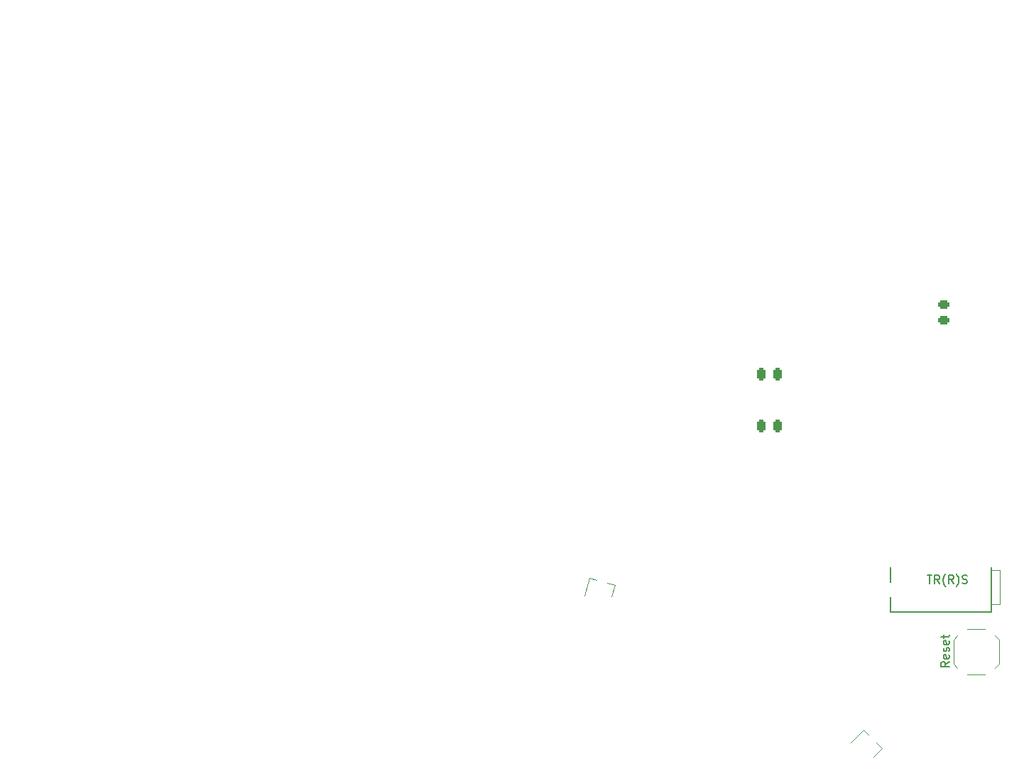
<source format=gto>
%TF.GenerationSoftware,KiCad,Pcbnew,(7.0.0-0)*%
%TF.CreationDate,2023-02-16T00:42:25+04:00*%
%TF.ProjectId,hillside46,68696c6c-7369-4646-9534-362e6b696361,0.1.0*%
%TF.SameCoordinates,Original*%
%TF.FileFunction,Legend,Top*%
%TF.FilePolarity,Positive*%
%FSLAX46Y46*%
G04 Gerber Fmt 4.6, Leading zero omitted, Abs format (unit mm)*
G04 Created by KiCad (PCBNEW (7.0.0-0)) date 2023-02-16 00:42:25*
%MOMM*%
%LPD*%
G01*
G04 APERTURE LIST*
G04 Aperture macros list*
%AMRoundRect*
0 Rectangle with rounded corners*
0 $1 Rounding radius*
0 $2 $3 $4 $5 $6 $7 $8 $9 X,Y pos of 4 corners*
0 Add a 4 corners polygon primitive as box body*
4,1,4,$2,$3,$4,$5,$6,$7,$8,$9,$2,$3,0*
0 Add four circle primitives for the rounded corners*
1,1,$1+$1,$2,$3*
1,1,$1+$1,$4,$5*
1,1,$1+$1,$6,$7*
1,1,$1+$1,$8,$9*
0 Add four rect primitives between the rounded corners*
20,1,$1+$1,$2,$3,$4,$5,0*
20,1,$1+$1,$4,$5,$6,$7,0*
20,1,$1+$1,$6,$7,$8,$9,0*
20,1,$1+$1,$8,$9,$2,$3,0*%
%AMRotRect*
0 Rectangle, with rotation*
0 The origin of the aperture is its center*
0 $1 length*
0 $2 width*
0 $3 Rotation angle, in degrees counterclockwise*
0 Add horizontal line*
21,1,$1,$2,0,0,$3*%
%AMFreePoly0*
4,1,19,0.500000,-0.750000,0.000000,-0.750000,0.000000,-0.744911,-0.071157,-0.744911,-0.207708,-0.704816,-0.327430,-0.627875,-0.420627,-0.520320,-0.479746,-0.390866,-0.500000,-0.250000,-0.500000,0.250000,-0.479746,0.390866,-0.420627,0.520320,-0.327430,0.627875,-0.207708,0.704816,-0.071157,0.744911,0.000000,0.744911,0.000000,0.750000,0.500000,0.750000,0.500000,-0.750000,0.500000,-0.750000,
$1*%
%AMFreePoly1*
4,1,19,0.000000,0.744911,0.071157,0.744911,0.207708,0.704816,0.327430,0.627875,0.420627,0.520320,0.479746,0.390866,0.500000,0.250000,0.500000,-0.250000,0.479746,-0.390866,0.420627,-0.520320,0.327430,-0.627875,0.207708,-0.704816,0.071157,-0.744911,0.000000,-0.744911,0.000000,-0.750000,-0.500000,-0.750000,-0.500000,0.750000,0.000000,0.750000,0.000000,0.744911,0.000000,0.744911,
$1*%
%AMFreePoly2*
4,1,41,0.142350,0.531259,0.275000,0.476314,0.388909,0.388909,0.476314,0.275000,0.531259,0.142350,0.533280,0.127000,3.200000,0.127000,3.235780,0.121856,3.295980,0.083167,3.325707,0.018074,3.315523,-0.052758,3.268661,-0.106839,3.200000,-0.127000,0.533280,-0.127000,0.531259,-0.142350,0.476314,-0.275000,0.388909,-0.388909,0.275000,-0.476314,0.142350,-0.531259,0.000000,-0.550000,
-0.142350,-0.531259,-0.275000,-0.476314,-0.388909,-0.388909,-0.476314,-0.275000,-0.531259,-0.142350,-0.533280,-0.127000,-3.200000,-0.127000,-3.235780,-0.121856,-3.295980,-0.083167,-3.325707,-0.018074,-3.315523,0.052758,-3.268661,0.106839,-3.200000,0.127000,-0.533280,0.127000,-0.531259,0.142350,-0.476314,0.275000,-0.388909,0.388909,-0.275000,0.476314,-0.142350,0.531259,0.000000,0.550000,
0.142350,0.531259,0.142350,0.531259,$1*%
%AMFreePoly3*
4,1,36,0.118775,3.448939,0.171635,3.382655,0.190499,3.300000,0.190500,0.775574,0.347107,0.720775,0.498792,0.625465,0.625465,0.498792,0.720775,0.347107,0.779942,0.178017,0.800000,0.000000,0.779942,-0.178017,0.720775,-0.347107,0.625465,-0.498792,0.498792,-0.625465,0.347107,-0.720775,0.178017,-0.779942,0.000000,-0.800000,-0.178017,-0.779942,-0.347107,-0.720775,-0.498792,-0.625465,
-0.625465,-0.498792,-0.720775,-0.347107,-0.779942,-0.178017,-0.800000,0.000000,-0.779942,0.178017,-0.720775,0.347107,-0.625465,0.498792,-0.498792,0.625465,-0.347107,0.720775,-0.190500,0.775574,-0.190500,3.300000,-0.171635,3.382655,-0.118775,3.448939,-0.042390,3.485724,0.042390,3.485724,0.118775,3.448939,0.118775,3.448939,$1*%
%AMFreePoly4*
4,1,225,15.061386,0.521732,15.101352,0.481766,15.120019,0.428417,15.113691,0.372252,15.083620,0.324396,14.918411,0.181127,14.734587,0.062682,14.535851,-0.028554,14.326203,-0.090745,14.109863,-0.122638,13.891187,-0.123592,13.674577,-0.093587,13.464394,-0.033227,13.264869,0.056272,13.080020,0.173109,12.993839,0.246537,12.918412,0.181127,12.734589,0.062682,12.535853,-0.028555,12.326204,-0.090746,
12.109864,-0.122639,11.891188,-0.123593,11.674578,-0.093588,11.464395,-0.033229,11.264870,0.056270,11.080021,0.173107,10.993840,0.246535,10.918415,0.181126,10.734592,0.062681,10.535855,-0.028556,10.326206,-0.090747,10.109866,-0.122641,9.891190,-0.123595,9.674579,-0.093590,9.464396,-0.033231,9.264871,0.056268,9.080021,0.173105,8.993839,0.246533,8.918416,0.181127,8.734593,0.062683,
8.535857,-0.028553,8.326209,-0.090743,8.109869,-0.122635,7.891194,-0.123589,7.674584,-0.093583,7.464402,-0.033223,7.264878,0.056276,7.080029,0.173113,6.993850,0.246540,6.918419,0.181127,6.734596,0.062682,6.535859,-0.028554,6.326211,-0.090744,6.109871,-0.122637,5.891195,-0.123591,5.674586,-0.093586,5.464403,-0.033226,5.264879,0.056274,5.080029,0.173111,4.993849,0.246538,
4.918421,0.181127,4.734597,0.062682,4.535861,-0.028554,4.326213,-0.090745,4.109873,-0.122638,3.891197,-0.123592,3.674587,-0.093587,3.464404,-0.033227,3.264879,0.056272,3.080030,0.173109,2.993849,0.246537,2.918422,0.181127,2.734599,0.062682,2.535863,-0.028555,2.326214,-0.090746,2.109874,-0.122639,1.891198,-0.123593,1.674588,-0.093588,1.464405,-0.033229,1.264880,0.056270,
1.080031,0.173107,0.994423,0.246047,0.933833,0.192834,0.768304,0.081712,0.589815,-0.007114,0.401354,-0.072156,0.206074,-0.112327,0.007242,-0.126955,0.003350,-0.126102,0.000000,-0.127000,-0.033398,-0.118050,-0.047968,-0.114859,-0.049347,-0.113777,-0.063500,-0.109985,-0.109985,-0.063500,-0.127000,0.000000,-0.109985,0.063500,-0.063500,0.109985,-0.050634,0.113432,-0.049962,0.113979,
-0.037969,0.116826,0.000000,0.127000,0.002294,0.126385,0.005030,0.127036,0.105213,0.127821,0.302894,0.160544,0.493133,0.223456,0.671349,0.315043,0.833249,0.433099,0.904031,0.504002,0.951888,0.534072,1.008053,0.540399,1.061402,0.521731,1.079695,0.503436,1.091609,0.496095,1.163434,0.425451,1.327367,0.308303,1.507528,0.218084,1.699532,0.156993,1.898702,0.126515,
2.100189,0.127394,2.299085,0.159608,2.490549,0.222373,2.669916,0.314160,2.832821,0.432734,2.904028,0.504001,2.951885,0.534071,3.008050,0.540399,3.061398,0.521732,3.079685,0.503444,3.091609,0.496097,3.163434,0.425453,3.327366,0.308304,3.507527,0.218086,3.699531,0.156994,3.898701,0.126516,4.100187,0.127395,4.299084,0.159609,4.490547,0.222373,4.669915,0.314160,
4.832819,0.432733,4.904026,0.504001,4.951883,0.534071,5.008048,0.540399,5.061396,0.521732,5.079674,0.503453,5.091608,0.496098,5.163433,0.425454,5.327365,0.308306,5.507527,0.218087,5.699530,0.156995,5.898700,0.126517,6.100186,0.127396,6.299082,0.159609,6.490546,0.222373,6.669913,0.314160,6.832818,0.432733,6.904024,0.504001,6.951881,0.534071,7.008046,0.540399,
7.061394,0.521732,7.079666,0.503459,7.091609,0.496101,7.163434,0.425457,7.327365,0.308308,7.507526,0.218090,7.699529,0.156997,7.898699,0.126519,8.100185,0.127398,8.299081,0.159611,8.490544,0.222375,8.669911,0.314161,8.832815,0.432734,8.904022,0.504001,8.951879,0.534071,9.008044,0.540399,9.061393,0.521732,9.079698,0.503426,9.091598,0.496093,9.163424,0.425449,
9.327357,0.308300,9.507519,0.218082,9.699523,0.156990,9.898693,0.126513,10.100180,0.127392,10.299077,0.159606,10.490541,0.222371,10.669909,0.314158,10.832813,0.432733,10.904019,0.504001,10.951877,0.534071,11.008041,0.540399,11.061390,0.521732,11.079685,0.503436,11.091599,0.496095,11.163424,0.425451,11.327357,0.308303,11.507518,0.218084,11.699522,0.156993,11.898692,0.126515,
12.100179,0.127394,12.299075,0.159608,12.490539,0.222373,12.669906,0.314160,12.832811,0.432734,12.904018,0.504001,12.951875,0.534071,13.008040,0.540399,13.061388,0.521732,13.079675,0.503444,13.091599,0.496097,13.163424,0.425453,13.327356,0.308304,13.507517,0.218086,13.699521,0.156994,13.898691,0.126516,14.100177,0.127395,14.299074,0.159609,14.490537,0.222373,14.669905,0.314160,
14.832809,0.432733,14.904016,0.504001,14.951873,0.534071,15.008038,0.540399,15.061386,0.521732,15.061386,0.521732,$1*%
%AMFreePoly5*
4,1,202,0.063500,0.109985,0.081645,0.091839,0.097780,0.081896,0.169605,0.011253,0.333538,-0.105895,0.513699,-0.196114,0.705702,-0.257206,0.904872,-0.287683,1.106359,-0.286804,1.305255,-0.254590,1.496718,-0.191826,1.676085,-0.100039,1.838989,0.018535,1.910196,0.089803,1.958053,0.119873,2.014218,0.126201,2.067566,0.107534,2.085846,0.089253,2.097781,0.081899,2.169606,0.011255,
2.333538,-0.105893,2.513699,-0.196111,2.705702,-0.257203,2.904871,-0.287681,3.106357,-0.286802,3.305253,-0.254588,3.496716,-0.191824,3.676083,-0.100038,3.838987,0.018536,3.910194,0.089803,3.958051,0.119873,4.014216,0.126201,4.067564,0.107534,4.085836,0.089261,4.097781,0.081900,4.169605,0.011257,4.333537,-0.105892,4.513698,-0.196110,4.705701,-0.257202,4.904870,-0.287680,
5.106356,-0.286801,5.305252,-0.254588,5.496714,-0.191824,5.676082,-0.100038,5.838986,0.018536,5.910192,0.089803,5.958049,0.119873,6.014214,0.126201,6.067562,0.107534,6.099827,0.075268,6.112312,0.067843,6.112313,0.067845,6.184573,-0.000873,6.348458,-0.114523,6.527892,-0.201575,6.718593,-0.259952,6.916009,-0.288260,7.115430,-0.285824,7.312096,-0.252703,7.501314,-0.189686,
7.678569,-0.098277,7.839629,0.019341,7.910190,0.089803,7.958047,0.119873,8.014212,0.126201,8.067561,0.107534,8.098303,0.076790,8.110687,0.069397,8.182914,0.000482,8.346805,-0.113554,8.526319,-0.200954,8.717163,-0.259630,8.914771,-0.288178,9.114419,-0.285914,9.311329,-0.252892,9.500794,-0.189904,9.678279,-0.098455,9.839542,0.019268,9.910188,0.089803,9.958045,0.119873,
10.014210,0.126201,10.067559,0.107534,10.087410,0.087682,10.099384,0.080333,10.171245,0.009887,10.335177,-0.106873,10.515262,-0.196740,10.707124,-0.257530,10.906102,-0.287766,11.107362,-0.286714,11.306013,-0.254398,11.497229,-0.191605,11.676364,-0.099859,11.839066,0.018609,11.910186,0.089803,11.958043,0.119873,12.014208,0.126201,12.067557,0.107534,12.085798,0.089291,12.097781,0.081909,
12.169605,0.011265,12.333535,-0.105883,12.513695,-0.196102,12.705697,-0.257195,12.904865,-0.287673,13.106350,-0.286796,13.305245,-0.254583,13.496707,-0.191820,13.676074,-0.100035,13.838978,0.018537,13.910184,0.089803,13.958041,0.119873,14.014206,0.126201,14.067555,0.107534,14.107520,0.067567,14.126188,0.014219,14.119859,-0.041946,14.089787,-0.089803,13.924578,-0.233070,13.740756,-0.351513,
13.542020,-0.442748,13.332373,-0.504937,13.116034,-0.536829,12.897359,-0.537781,12.680751,-0.507775,12.470570,-0.447415,12.271047,-0.357915,12.086199,-0.241078,12.000027,-0.167656,11.924776,-0.232924,11.741187,-0.351279,11.542709,-0.442491,11.333330,-0.504727,11.117255,-0.536738,10.898825,-0.537881,10.682427,-0.508131,10.472408,-0.448088,10.272987,-0.358958,10.088170,-0.242529,10.000064,-0.167713,
9.926147,-0.231896,9.744189,-0.349629,9.547514,-0.440675,9.340013,-0.503232,9.125789,-0.536064,8.909077,-0.538522,8.694163,-0.510556,8.485297,-0.452720,8.286608,-0.366158,8.102027,-0.252581,7.999888,-0.167879,7.926344,-0.231749,7.744619,-0.349393,7.548202,-0.440414,7.340969,-0.503017,7.127009,-0.535965,6.910543,-0.538609,6.695842,-0.510896,6.487143,-0.453374,6.288561,-0.367177,
6.104016,-0.254006,5.999784,-0.167860,5.924587,-0.233071,5.740764,-0.351515,5.542028,-0.442751,5.332380,-0.504941,5.116041,-0.536834,4.897365,-0.537788,4.680756,-0.507783,4.470574,-0.447423,4.271050,-0.357924,4.086201,-0.241087,4.000019,-0.167657,3.924589,-0.233071,3.740766,-0.351515,3.542030,-0.442751,3.332382,-0.504942,3.116043,-0.536835,2.897367,-0.537789,2.680757,-0.507784,
2.470575,-0.447424,2.271051,-0.357925,2.086202,-0.241089,2.000020,-0.167659,1.924591,-0.233072,1.740768,-0.351516,1.542032,-0.442753,1.332384,-0.504944,1.116044,-0.536837,0.897368,-0.537791,0.680759,-0.507786,0.470576,-0.447427,0.271051,-0.357928,0.086202,-0.241091,-0.080251,-0.099269,-0.091004,-0.082480,-0.109985,-0.063500,-0.127000,0.000000,-0.109985,0.063500,-0.063500,0.109985,
0.000000,0.127000,0.063500,0.109985,0.063500,0.109985,$1*%
%AMFreePoly6*
4,1,74,3.244632,0.331818,3.506852,0.292599,3.763564,0.226297,4.011980,0.133633,4.048176,0.107042,4.089074,0.099399,4.214413,0.045093,4.476203,-0.033026,4.745423,-0.079465,5.018255,-0.093564,5.290829,-0.075124,5.559276,-0.024406,5.819789,0.057871,5.944247,0.114165,5.999633,0.125432,6.054423,0.111553,6.097765,0.075275,6.121074,0.023785,6.119734,-0.032719,6.094011,-0.083047,
6.048998,-0.117229,5.802089,-0.213835,5.546464,-0.284215,5.284902,-0.327603,5.020245,-0.343528,4.755368,-0.331818,4.493148,-0.292599,4.236436,-0.226297,3.988020,-0.133633,3.951823,-0.107042,3.910926,-0.099399,3.785587,-0.045093,3.523797,0.033026,3.254577,0.079465,2.981745,0.093564,2.709171,0.075124,2.440724,0.024406,2.180211,-0.057871,2.055753,-0.114165,2.052038,-0.114920,
2.048998,-0.117229,1.802089,-0.213835,1.546464,-0.284215,1.284902,-0.327603,1.020245,-0.343528,0.755368,-0.331818,0.493148,-0.292599,0.236436,-0.226297,-0.011980,-0.133633,-0.033071,-0.118138,-0.063500,-0.109985,-0.109985,-0.063500,-0.127000,0.000000,-0.109985,0.063500,-0.063500,0.109985,0.000000,0.127000,0.063500,0.109985,0.070641,0.102843,0.089074,0.099399,0.214413,0.045093,
0.476203,-0.033026,0.745423,-0.079465,1.018255,-0.093564,1.290829,-0.075124,1.559276,-0.024406,1.819789,0.057871,1.944247,0.114165,1.947961,0.114920,1.951002,0.117229,2.197911,0.213835,2.453536,0.284215,2.715098,0.327603,2.979755,0.343528,3.244632,0.331818,3.244632,0.331818,$1*%
%AMFreePoly7*
4,1,68,0.237250,1.721487,0.374047,1.649691,0.489686,1.547243,0.531343,1.486891,0.554756,1.483183,0.658279,1.430436,0.740436,1.348279,0.793183,1.244756,0.811359,1.130000,0.793183,1.015244,0.740436,0.911721,0.670111,0.841396,0.693183,0.796115,0.711359,0.681359,0.693183,0.566603,0.640436,0.463080,0.558279,0.380923,0.454756,0.328176,0.340000,0.310000,0.294287,0.317240,
0.127000,0.135193,0.127000,-0.587846,0.211346,-0.711884,0.214345,-0.726349,0.220000,-0.740000,0.218118,-0.744542,0.219116,-0.749355,0.211010,-0.761702,0.205355,-0.775355,0.200812,-0.777236,0.198115,-0.781346,0.183651,-0.784345,0.170000,-0.790000,-0.120000,-0.790000,-0.130398,-0.785692,-0.141637,-0.785076,-0.147390,-0.778654,-0.155355,-0.775355,-0.159661,-0.764957,-0.167173,-0.756574,
-0.166700,-0.747965,-0.170000,-0.740000,-0.165692,-0.729601,-0.165076,-0.718363,-0.127000,-0.639038,-0.127000,0.104135,-0.395566,0.365633,-0.469983,0.377420,-0.569200,0.427973,-0.647940,0.506713,-0.698493,0.605930,-0.715913,0.715913,-0.698493,0.825896,-0.673555,0.874840,-0.710436,0.911721,-0.763183,1.015244,-0.781359,1.130000,-0.763183,1.244756,-0.710436,1.348279,-0.628279,1.430436,
-0.524756,1.483183,-0.512571,1.485112,-0.469686,1.547243,-0.354047,1.649691,-0.217250,1.721487,-0.067246,1.758459,0.087246,1.758459,0.237250,1.721487,0.237250,1.721487,$1*%
%AMFreePoly8*
4,1,32,9.085780,4.561856,9.145980,4.523167,9.175707,4.458074,9.165523,4.387242,9.118661,4.333161,9.050000,4.313000,7.092605,4.313000,2.689803,-0.089803,2.671644,-0.103395,2.668661,-0.106839,2.666001,-0.107619,2.660865,-0.111465,2.630156,-0.118145,2.600000,-0.127000,-0.762000,-0.127000,-3.450000,-0.127000,-3.485780,-0.121856,-3.545980,-0.083167,-3.575707,-0.018074,-3.565523,0.052758,
-3.518661,0.106839,-3.450000,0.127000,2.547394,0.127000,6.950197,4.529802,6.968354,4.543394,6.971339,4.546839,6.973998,4.547619,6.979135,4.551465,7.009843,4.558145,7.040000,4.567000,9.050000,4.567000,9.085780,4.561856,9.085780,4.561856,$1*%
%AMFreePoly9*
4,1,32,7.835780,3.521856,7.895980,3.483167,7.925707,3.418074,7.915523,3.347242,7.868661,3.293161,7.800000,3.273000,6.402605,3.273000,3.039803,-0.089803,3.021644,-0.103395,3.018661,-0.106839,3.016001,-0.107619,3.010865,-0.111465,2.980156,-0.118145,2.950000,-0.127000,-0.762000,-0.127000,-2.800000,-0.127000,-2.835780,-0.121856,-2.895980,-0.083167,-2.925707,-0.018074,-2.915523,0.052758,
-2.868661,0.106839,-2.800000,0.127000,2.897394,0.127000,6.260197,3.489802,6.278354,3.503394,6.281339,3.506839,6.283998,3.507619,6.289135,3.511465,6.319843,3.518145,6.350000,3.527000,7.800000,3.527000,7.835780,3.521856,7.835780,3.521856,$1*%
%AMFreePoly10*
4,1,36,-0.382313,0.442676,-0.365044,0.435750,-0.364806,0.435193,-0.364250,0.434956,-0.127000,0.192314,-0.127000,0.250000,0.127000,0.250000,0.127000,-0.067459,0.185750,-0.127544,0.192765,-0.145033,0.200000,-0.162500,0.200000,-0.750000,0.185355,-0.785355,0.150000,-0.800000,-0.300000,-0.800000,-0.335355,-0.785355,-0.350000,-0.750000,-0.350000,-0.400000,-0.650000,-0.400000,-0.650000,-0.750000,
-0.664645,-0.785355,-0.700000,-0.800000,-0.950000,-0.800000,-0.985355,-0.785355,-1.000000,-0.750000,-1.000000,-0.162500,-0.992765,-0.145033,-0.985750,-0.127544,-0.435750,0.434956,-0.435193,0.435193,-0.434956,0.435750,-0.417686,0.442676,-0.400562,0.449996,-0.400000,0.449770,-0.399438,0.449996,-0.382313,0.442676,-0.382313,0.442676,$1*%
%AMFreePoly11*
4,1,74,0.237250,1.721487,0.374047,1.649691,0.489686,1.547243,0.531343,1.486891,0.554756,1.483183,0.658279,1.430436,0.740436,1.348279,0.793183,1.244756,0.811359,1.130000,0.793183,1.015244,0.742519,0.915809,0.751359,0.860000,0.733183,0.745244,0.680436,0.641721,0.598279,0.559564,0.494756,0.506817,0.380000,0.488641,0.376840,0.489141,0.127000,0.190090,0.127000,-0.587846,
0.211346,-0.711884,0.214345,-0.726349,0.220000,-0.740000,0.218118,-0.744542,0.219116,-0.749355,0.211010,-0.761702,0.205355,-0.775355,0.200812,-0.777236,0.198115,-0.781346,0.183651,-0.784345,0.170000,-0.790000,-0.120000,-0.790000,-0.130398,-0.785692,-0.141637,-0.785076,-0.147390,-0.778654,-0.155355,-0.775355,-0.159661,-0.764957,-0.167173,-0.756574,-0.166700,-0.747965,-0.170000,-0.740000,
-0.165692,-0.729601,-0.165076,-0.718363,-0.127000,-0.639038,-0.127000,0.213345,-0.320215,0.401475,-0.430000,0.384087,-0.539983,0.401507,-0.639200,0.452060,-0.717940,0.530800,-0.768493,0.630017,-0.780961,0.708733,-0.477568,0.708733,-0.472794,0.697206,-0.466729,0.694694,-0.469686,0.697313,-0.477568,0.708733,-0.780961,0.708733,-0.785913,0.740000,-0.768493,0.849983,-0.737725,0.910369,
-0.799077,0.971721,-0.851824,1.075244,-0.870000,1.190000,-0.851824,1.304756,-0.799077,1.408279,-0.716920,1.490436,-0.613397,1.543183,-0.498641,1.561359,-0.460560,1.555327,-0.354047,1.649691,-0.217250,1.721487,-0.067246,1.758459,0.087246,1.758459,0.237250,1.721487,0.237250,1.721487,$1*%
%AMFreePoly12*
4,1,66,0.237250,1.721487,0.374047,1.649691,0.489686,1.547243,0.531343,1.486891,0.554756,1.483183,0.658279,1.430436,0.740436,1.348279,0.793183,1.244756,0.811359,1.130000,0.793183,1.015244,0.742519,0.915809,0.751359,0.860000,0.733183,0.745244,0.680436,0.641721,0.598279,0.559564,0.494756,0.506817,0.380000,0.488641,0.323760,0.497548,0.127000,0.283428,0.127000,-0.587846,
0.211346,-0.711884,0.214345,-0.726349,0.220000,-0.740000,0.218118,-0.744542,0.219116,-0.749355,0.211010,-0.761702,0.205355,-0.775355,0.200812,-0.777236,0.198115,-0.781346,0.183651,-0.784345,0.170000,-0.790000,-0.120000,-0.790000,-0.130398,-0.785692,-0.141637,-0.785076,-0.147390,-0.778654,-0.155355,-0.775355,-0.159661,-0.764957,-0.167173,-0.756574,-0.166700,-0.747965,-0.170000,-0.740000,
-0.165692,-0.729601,-0.165076,-0.718363,-0.127000,-0.639038,-0.127000,0.293608,-0.245184,0.408682,-0.300000,0.400000,-0.409983,0.417420,-0.509200,0.467973,-0.587940,0.546713,-0.638493,0.645930,-0.655913,0.755913,-0.642064,0.843349,-0.710436,0.911721,-0.763183,1.015244,-0.781359,1.130000,-0.763183,1.244756,-0.710436,1.348279,-0.628279,1.430436,-0.524756,1.483183,-0.512571,1.485112,
-0.469686,1.547243,-0.354047,1.649691,-0.217250,1.721487,-0.067246,1.758459,0.087246,1.758459,0.237250,1.721487,0.237250,1.721487,$1*%
%AMFreePoly13*
4,1,74,0.237250,1.721487,0.374047,1.649691,0.489686,1.547243,0.531343,1.486891,0.554756,1.483183,0.658279,1.430436,0.740436,1.348279,0.793183,1.244756,0.811359,1.130000,0.793183,1.015244,0.742519,0.915809,0.751359,0.860000,0.733183,0.745244,0.680436,0.641721,0.598279,0.559564,0.494756,0.506817,0.380000,0.488641,0.323760,0.497548,0.127000,0.283428,0.127000,-0.587846,
0.211346,-0.711884,0.214345,-0.726349,0.220000,-0.740000,0.218118,-0.744542,0.219116,-0.749355,0.211010,-0.761702,0.205355,-0.775355,0.200812,-0.777236,0.198115,-0.781346,0.183651,-0.784345,0.170000,-0.790000,-0.120000,-0.790000,-0.130398,-0.785692,-0.141637,-0.785076,-0.147390,-0.778654,-0.155355,-0.775355,-0.159661,-0.764957,-0.167173,-0.756574,-0.166700,-0.747965,-0.170000,-0.740000,
-0.165692,-0.729601,-0.165076,-0.718363,-0.127000,-0.639038,-0.127000,0.293609,-0.266053,0.429002,-0.320017,0.401507,-0.430000,0.384087,-0.539983,0.401507,-0.639200,0.452060,-0.717940,0.530800,-0.768493,0.630017,-0.780961,0.708733,-0.477568,0.708733,-0.472794,0.697206,-0.466729,0.694694,-0.469686,0.697313,-0.477568,0.708733,-0.780961,0.708733,-0.785913,0.740000,-0.768493,0.849983,
-0.723736,0.937824,-0.763183,1.015244,-0.781359,1.130000,-0.763183,1.244756,-0.710436,1.348279,-0.628279,1.430436,-0.524756,1.483183,-0.512571,1.485112,-0.469686,1.547243,-0.354047,1.649691,-0.217250,1.721487,-0.067246,1.758459,0.087246,1.758459,0.237250,1.721487,0.237250,1.721487,$1*%
%AMFreePoly14*
4,1,6,1.000000,0.000000,0.500000,-0.750000,-0.500000,-0.750000,-0.500000,0.750000,0.500000,0.750000,1.000000,0.000000,1.000000,0.000000,$1*%
%AMFreePoly15*
4,1,6,0.500000,-0.750000,-0.650000,-0.750000,-0.150000,0.000000,-0.650000,0.750000,0.500000,0.750000,0.500000,-0.750000,0.500000,-0.750000,$1*%
G04 Aperture macros list end*
%ADD10C,0.153000*%
%ADD11C,0.150000*%
%ADD12C,0.225000*%
%ADD13C,0.100000*%
%ADD14C,0.120000*%
%ADD15C,0.200000*%
%ADD16C,1.200000*%
%ADD17C,1.397000*%
%ADD18R,1.397000X1.397000*%
%ADD19C,0.240000*%
%ADD20RotRect,1.650000X0.820000X345.000000*%
%ADD21RoundRect,0.205000X-0.651932X-0.037547X0.545816X-0.358483X0.651932X0.037547X-0.545816X0.358483X0*%
%ADD22RotRect,1.650000X0.820000X330.000000*%
%ADD23RoundRect,0.205000X-0.639436X0.132465X0.434436X-0.487535X0.639436X-0.132465X-0.434436X0.487535X0*%
%ADD24O,2.500000X1.700000*%
%ADD25C,1.524000*%
%ADD26C,4.400000*%
%ADD27RotRect,0.900000X0.800000X100.000000*%
%ADD28C,1.700000*%
%ADD29C,3.400000*%
%ADD30C,2.350000*%
%ADD31RotRect,0.900000X0.800000X95.000000*%
%ADD32R,0.800000X0.900000*%
%ADD33R,3.200000X2.000000*%
%ADD34R,2.000000X2.000000*%
%ADD35C,2.000000*%
%ADD36C,1.800000*%
%ADD37RotRect,0.900000X0.800000X75.000000*%
%ADD38RotRect,0.900000X0.800000X45.000000*%
%ADD39RotRect,3.200000X2.000000X150.000000*%
%ADD40RotRect,2.000000X2.000000X150.000000*%
%ADD41R,1.650000X0.820000*%
%ADD42RoundRect,0.205000X-0.620000X-0.205000X0.620000X-0.205000X0.620000X0.205000X-0.620000X0.205000X0*%
%ADD43FreePoly0,270.000000*%
%ADD44FreePoly1,270.000000*%
%ADD45RoundRect,0.250100X0.449900X-0.262400X0.449900X0.262400X-0.449900X0.262400X-0.449900X-0.262400X0*%
%ADD46RoundRect,0.250000X0.450000X-0.262500X0.450000X0.262500X-0.450000X0.262500X-0.450000X-0.262500X0*%
%ADD47C,5.000000*%
%ADD48R,1.700000X1.700000*%
%ADD49O,1.700000X1.700000*%
%ADD50RoundRect,0.250000X-0.250000X-0.475000X0.250000X-0.475000X0.250000X0.475000X-0.250000X0.475000X0*%
%ADD51R,1.100000X1.800000*%
%ADD52FreePoly2,90.000000*%
%ADD53C,1.600000*%
%ADD54FreePoly3,295.000000*%
%ADD55FreePoly4,0.000000*%
%ADD56FreePoly5,0.000000*%
%ADD57FreePoly6,0.000000*%
%ADD58FreePoly7,0.000000*%
%ADD59FreePoly8,0.000000*%
%ADD60FreePoly9,0.000000*%
%ADD61FreePoly10,0.000000*%
%ADD62FreePoly11,0.000000*%
%ADD63FreePoly12,0.000000*%
%ADD64FreePoly13,0.000000*%
%ADD65FreePoly14,270.000000*%
%ADD66FreePoly15,270.000000*%
%ADD67C,1.300000*%
%ADD68R,1.560000X0.650000*%
G04 APERTURE END LIST*
D10*
X146879223Y-92534650D02*
X146964937Y-92534650D01*
X146964937Y-92534650D02*
X147050651Y-92577508D01*
X147050651Y-92577508D02*
X147093509Y-92620365D01*
X147093509Y-92620365D02*
X147136366Y-92706079D01*
X147136366Y-92706079D02*
X147179223Y-92877508D01*
X147179223Y-92877508D02*
X147179223Y-93091793D01*
X147179223Y-93091793D02*
X147136366Y-93263222D01*
X147136366Y-93263222D02*
X147093509Y-93348936D01*
X147093509Y-93348936D02*
X147050651Y-93391793D01*
X147050651Y-93391793D02*
X146964937Y-93434650D01*
X146964937Y-93434650D02*
X146879223Y-93434650D01*
X146879223Y-93434650D02*
X146793509Y-93391793D01*
X146793509Y-93391793D02*
X146750651Y-93348936D01*
X146750651Y-93348936D02*
X146707794Y-93263222D01*
X146707794Y-93263222D02*
X146664937Y-93091793D01*
X146664937Y-93091793D02*
X146664937Y-92877508D01*
X146664937Y-92877508D02*
X146707794Y-92706079D01*
X146707794Y-92706079D02*
X146750651Y-92620365D01*
X146750651Y-92620365D02*
X146793509Y-92577508D01*
X146793509Y-92577508D02*
X146879223Y-92534650D01*
X147564937Y-93348936D02*
X147607794Y-93391793D01*
X147607794Y-93391793D02*
X147564937Y-93434650D01*
X147564937Y-93434650D02*
X147522080Y-93391793D01*
X147522080Y-93391793D02*
X147564937Y-93348936D01*
X147564937Y-93348936D02*
X147564937Y-93434650D01*
X148464937Y-93434650D02*
X147950651Y-93434650D01*
X148207794Y-93434650D02*
X148207794Y-92534650D01*
X148207794Y-92534650D02*
X148122080Y-92663222D01*
X148122080Y-92663222D02*
X148036365Y-92748936D01*
X148036365Y-92748936D02*
X147950651Y-92791793D01*
X148850651Y-93348936D02*
X148893508Y-93391793D01*
X148893508Y-93391793D02*
X148850651Y-93434650D01*
X148850651Y-93434650D02*
X148807794Y-93391793D01*
X148807794Y-93391793D02*
X148850651Y-93348936D01*
X148850651Y-93348936D02*
X148850651Y-93434650D01*
X149450651Y-92534650D02*
X149536365Y-92534650D01*
X149536365Y-92534650D02*
X149622079Y-92577508D01*
X149622079Y-92577508D02*
X149664937Y-92620365D01*
X149664937Y-92620365D02*
X149707794Y-92706079D01*
X149707794Y-92706079D02*
X149750651Y-92877508D01*
X149750651Y-92877508D02*
X149750651Y-93091793D01*
X149750651Y-93091793D02*
X149707794Y-93263222D01*
X149707794Y-93263222D02*
X149664937Y-93348936D01*
X149664937Y-93348936D02*
X149622079Y-93391793D01*
X149622079Y-93391793D02*
X149536365Y-93434650D01*
X149536365Y-93434650D02*
X149450651Y-93434650D01*
X149450651Y-93434650D02*
X149364937Y-93391793D01*
X149364937Y-93391793D02*
X149322079Y-93348936D01*
X149322079Y-93348936D02*
X149279222Y-93263222D01*
X149279222Y-93263222D02*
X149236365Y-93091793D01*
X149236365Y-93091793D02*
X149236365Y-92877508D01*
X149236365Y-92877508D02*
X149279222Y-92706079D01*
X149279222Y-92706079D02*
X149322079Y-92620365D01*
X149322079Y-92620365D02*
X149364937Y-92577508D01*
X149364937Y-92577508D02*
X149450651Y-92534650D01*
X147250661Y-89461392D02*
X147250661Y-88461392D01*
X147250661Y-88461392D02*
X147631613Y-88461392D01*
X147631613Y-88461392D02*
X147726851Y-88509012D01*
X147726851Y-88509012D02*
X147774470Y-88556631D01*
X147774470Y-88556631D02*
X147822089Y-88651869D01*
X147822089Y-88651869D02*
X147822089Y-88794726D01*
X147822089Y-88794726D02*
X147774470Y-88889964D01*
X147774470Y-88889964D02*
X147726851Y-88937583D01*
X147726851Y-88937583D02*
X147631613Y-88985202D01*
X147631613Y-88985202D02*
X147250661Y-88985202D01*
X148822089Y-89366154D02*
X148774470Y-89413773D01*
X148774470Y-89413773D02*
X148631613Y-89461392D01*
X148631613Y-89461392D02*
X148536375Y-89461392D01*
X148536375Y-89461392D02*
X148393518Y-89413773D01*
X148393518Y-89413773D02*
X148298280Y-89318535D01*
X148298280Y-89318535D02*
X148250661Y-89223297D01*
X148250661Y-89223297D02*
X148203042Y-89032821D01*
X148203042Y-89032821D02*
X148203042Y-88889964D01*
X148203042Y-88889964D02*
X148250661Y-88699488D01*
X148250661Y-88699488D02*
X148298280Y-88604250D01*
X148298280Y-88604250D02*
X148393518Y-88509012D01*
X148393518Y-88509012D02*
X148536375Y-88461392D01*
X148536375Y-88461392D02*
X148631613Y-88461392D01*
X148631613Y-88461392D02*
X148774470Y-88509012D01*
X148774470Y-88509012D02*
X148822089Y-88556631D01*
X149583994Y-88937583D02*
X149726851Y-88985202D01*
X149726851Y-88985202D02*
X149774470Y-89032821D01*
X149774470Y-89032821D02*
X149822089Y-89128059D01*
X149822089Y-89128059D02*
X149822089Y-89270916D01*
X149822089Y-89270916D02*
X149774470Y-89366154D01*
X149774470Y-89366154D02*
X149726851Y-89413773D01*
X149726851Y-89413773D02*
X149631613Y-89461392D01*
X149631613Y-89461392D02*
X149250661Y-89461392D01*
X149250661Y-89461392D02*
X149250661Y-88461392D01*
X149250661Y-88461392D02*
X149583994Y-88461392D01*
X149583994Y-88461392D02*
X149679232Y-88509012D01*
X149679232Y-88509012D02*
X149726851Y-88556631D01*
X149726851Y-88556631D02*
X149774470Y-88651869D01*
X149774470Y-88651869D02*
X149774470Y-88747107D01*
X149774470Y-88747107D02*
X149726851Y-88842345D01*
X149726851Y-88842345D02*
X149679232Y-88889964D01*
X149679232Y-88889964D02*
X149583994Y-88937583D01*
X149583994Y-88937583D02*
X149250661Y-88937583D01*
X150850661Y-89461392D02*
X150850661Y-88461392D01*
X150850661Y-88842345D02*
X150945899Y-88794726D01*
X150945899Y-88794726D02*
X151136375Y-88794726D01*
X151136375Y-88794726D02*
X151231613Y-88842345D01*
X151231613Y-88842345D02*
X151279232Y-88889964D01*
X151279232Y-88889964D02*
X151326851Y-88985202D01*
X151326851Y-88985202D02*
X151326851Y-89270916D01*
X151326851Y-89270916D02*
X151279232Y-89366154D01*
X151279232Y-89366154D02*
X151231613Y-89413773D01*
X151231613Y-89413773D02*
X151136375Y-89461392D01*
X151136375Y-89461392D02*
X150945899Y-89461392D01*
X150945899Y-89461392D02*
X150850661Y-89413773D01*
X151660185Y-88794726D02*
X151898280Y-89461392D01*
X152136375Y-88794726D02*
X151898280Y-89461392D01*
X151898280Y-89461392D02*
X151803042Y-89699488D01*
X151803042Y-89699488D02*
X151755423Y-89747107D01*
X151755423Y-89747107D02*
X151660185Y-89794726D01*
X148450661Y-91081392D02*
X148450661Y-90081392D01*
X148450661Y-90081392D02*
X148783994Y-90795678D01*
X148783994Y-90795678D02*
X149117327Y-90081392D01*
X149117327Y-90081392D02*
X149117327Y-91081392D01*
X149593518Y-91081392D02*
X149593518Y-90081392D01*
X149593518Y-90081392D02*
X149926851Y-90795678D01*
X149926851Y-90795678D02*
X150260184Y-90081392D01*
X150260184Y-90081392D02*
X150260184Y-91081392D01*
D11*
X193193516Y-50591589D02*
X193193516Y-51170161D01*
X193193516Y-51170161D02*
X193145897Y-51285875D01*
X193145897Y-51285875D02*
X193050659Y-51363018D01*
X193050659Y-51363018D02*
X192907802Y-51401589D01*
X192907802Y-51401589D02*
X192812564Y-51401589D01*
X194145897Y-51401589D02*
X193669707Y-51401589D01*
X193669707Y-51401589D02*
X193669707Y-50591589D01*
X195050659Y-51324446D02*
X195003040Y-51363018D01*
X195003040Y-51363018D02*
X194860183Y-51401589D01*
X194860183Y-51401589D02*
X194764945Y-51401589D01*
X194764945Y-51401589D02*
X194622088Y-51363018D01*
X194622088Y-51363018D02*
X194526850Y-51285875D01*
X194526850Y-51285875D02*
X194479231Y-51208732D01*
X194479231Y-51208732D02*
X194431612Y-51054446D01*
X194431612Y-51054446D02*
X194431612Y-50938732D01*
X194431612Y-50938732D02*
X194479231Y-50784446D01*
X194479231Y-50784446D02*
X194526850Y-50707303D01*
X194526850Y-50707303D02*
X194622088Y-50630161D01*
X194622088Y-50630161D02*
X194764945Y-50591589D01*
X194764945Y-50591589D02*
X194860183Y-50591589D01*
X194860183Y-50591589D02*
X195003040Y-50630161D01*
X195003040Y-50630161D02*
X195050659Y-50668732D01*
X195764945Y-50591589D02*
X195764945Y-51170161D01*
X195764945Y-51170161D02*
X195717326Y-51285875D01*
X195717326Y-51285875D02*
X195622088Y-51363018D01*
X195622088Y-51363018D02*
X195479231Y-51401589D01*
X195479231Y-51401589D02*
X195383993Y-51401589D01*
X196717326Y-51401589D02*
X196241136Y-51401589D01*
X196241136Y-51401589D02*
X196241136Y-50591589D01*
X197622088Y-51324446D02*
X197574469Y-51363018D01*
X197574469Y-51363018D02*
X197431612Y-51401589D01*
X197431612Y-51401589D02*
X197336374Y-51401589D01*
X197336374Y-51401589D02*
X197193517Y-51363018D01*
X197193517Y-51363018D02*
X197098279Y-51285875D01*
X197098279Y-51285875D02*
X197050660Y-51208732D01*
X197050660Y-51208732D02*
X197003041Y-51054446D01*
X197003041Y-51054446D02*
X197003041Y-50938732D01*
X197003041Y-50938732D02*
X197050660Y-50784446D01*
X197050660Y-50784446D02*
X197098279Y-50707303D01*
X197098279Y-50707303D02*
X197193517Y-50630161D01*
X197193517Y-50630161D02*
X197336374Y-50591589D01*
X197336374Y-50591589D02*
X197431612Y-50591589D01*
X197431612Y-50591589D02*
X197574469Y-50630161D01*
X197574469Y-50630161D02*
X197622088Y-50668732D01*
X198336374Y-50591589D02*
X198336374Y-51170161D01*
X198336374Y-51170161D02*
X198288755Y-51285875D01*
X198288755Y-51285875D02*
X198193517Y-51363018D01*
X198193517Y-51363018D02*
X198050660Y-51401589D01*
X198050660Y-51401589D02*
X197955422Y-51401589D01*
X199288755Y-51401589D02*
X198812565Y-51401589D01*
X198812565Y-51401589D02*
X198812565Y-50591589D01*
X200193517Y-51324446D02*
X200145898Y-51363018D01*
X200145898Y-51363018D02*
X200003041Y-51401589D01*
X200003041Y-51401589D02*
X199907803Y-51401589D01*
X199907803Y-51401589D02*
X199764946Y-51363018D01*
X199764946Y-51363018D02*
X199669708Y-51285875D01*
X199669708Y-51285875D02*
X199622089Y-51208732D01*
X199622089Y-51208732D02*
X199574470Y-51054446D01*
X199574470Y-51054446D02*
X199574470Y-50938732D01*
X199574470Y-50938732D02*
X199622089Y-50784446D01*
X199622089Y-50784446D02*
X199669708Y-50707303D01*
X199669708Y-50707303D02*
X199764946Y-50630161D01*
X199764946Y-50630161D02*
X199907803Y-50591589D01*
X199907803Y-50591589D02*
X200003041Y-50591589D01*
X200003041Y-50591589D02*
X200145898Y-50630161D01*
X200145898Y-50630161D02*
X200193517Y-50668732D01*
X200907803Y-50591589D02*
X200907803Y-51170161D01*
X200907803Y-51170161D02*
X200860184Y-51285875D01*
X200860184Y-51285875D02*
X200764946Y-51363018D01*
X200764946Y-51363018D02*
X200622089Y-51401589D01*
X200622089Y-51401589D02*
X200526851Y-51401589D01*
X201860184Y-51401589D02*
X201383994Y-51401589D01*
X201383994Y-51401589D02*
X201383994Y-50591589D01*
X202764946Y-51324446D02*
X202717327Y-51363018D01*
X202717327Y-51363018D02*
X202574470Y-51401589D01*
X202574470Y-51401589D02*
X202479232Y-51401589D01*
X202479232Y-51401589D02*
X202336375Y-51363018D01*
X202336375Y-51363018D02*
X202241137Y-51285875D01*
X202241137Y-51285875D02*
X202193518Y-51208732D01*
X202193518Y-51208732D02*
X202145899Y-51054446D01*
X202145899Y-51054446D02*
X202145899Y-50938732D01*
X202145899Y-50938732D02*
X202193518Y-50784446D01*
X202193518Y-50784446D02*
X202241137Y-50707303D01*
X202241137Y-50707303D02*
X202336375Y-50630161D01*
X202336375Y-50630161D02*
X202479232Y-50591589D01*
X202479232Y-50591589D02*
X202574470Y-50591589D01*
X202574470Y-50591589D02*
X202717327Y-50630161D01*
X202717327Y-50630161D02*
X202764946Y-50668732D01*
D10*
%TO.C,J2*%
X207144933Y-108380498D02*
X207716361Y-108380498D01*
X207430647Y-109380498D02*
X207430647Y-108380498D01*
X208621123Y-109380498D02*
X208287790Y-108904308D01*
X208049695Y-109380498D02*
X208049695Y-108380498D01*
X208049695Y-108380498D02*
X208430647Y-108380498D01*
X208430647Y-108380498D02*
X208525885Y-108428118D01*
X208525885Y-108428118D02*
X208573504Y-108475737D01*
X208573504Y-108475737D02*
X208621123Y-108570975D01*
X208621123Y-108570975D02*
X208621123Y-108713832D01*
X208621123Y-108713832D02*
X208573504Y-108809070D01*
X208573504Y-108809070D02*
X208525885Y-108856689D01*
X208525885Y-108856689D02*
X208430647Y-108904308D01*
X208430647Y-108904308D02*
X208049695Y-108904308D01*
X209335409Y-109761451D02*
X209287790Y-109713832D01*
X209287790Y-109713832D02*
X209192552Y-109570975D01*
X209192552Y-109570975D02*
X209144933Y-109475737D01*
X209144933Y-109475737D02*
X209097314Y-109332879D01*
X209097314Y-109332879D02*
X209049695Y-109094784D01*
X209049695Y-109094784D02*
X209049695Y-108904308D01*
X209049695Y-108904308D02*
X209097314Y-108666213D01*
X209097314Y-108666213D02*
X209144933Y-108523356D01*
X209144933Y-108523356D02*
X209192552Y-108428118D01*
X209192552Y-108428118D02*
X209287790Y-108285260D01*
X209287790Y-108285260D02*
X209335409Y-108237641D01*
X210287790Y-109380498D02*
X209954457Y-108904308D01*
X209716362Y-109380498D02*
X209716362Y-108380498D01*
X209716362Y-108380498D02*
X210097314Y-108380498D01*
X210097314Y-108380498D02*
X210192552Y-108428118D01*
X210192552Y-108428118D02*
X210240171Y-108475737D01*
X210240171Y-108475737D02*
X210287790Y-108570975D01*
X210287790Y-108570975D02*
X210287790Y-108713832D01*
X210287790Y-108713832D02*
X210240171Y-108809070D01*
X210240171Y-108809070D02*
X210192552Y-108856689D01*
X210192552Y-108856689D02*
X210097314Y-108904308D01*
X210097314Y-108904308D02*
X209716362Y-108904308D01*
X210621124Y-109761451D02*
X210668743Y-109713832D01*
X210668743Y-109713832D02*
X210763981Y-109570975D01*
X210763981Y-109570975D02*
X210811600Y-109475737D01*
X210811600Y-109475737D02*
X210859219Y-109332879D01*
X210859219Y-109332879D02*
X210906838Y-109094784D01*
X210906838Y-109094784D02*
X210906838Y-108904308D01*
X210906838Y-108904308D02*
X210859219Y-108666213D01*
X210859219Y-108666213D02*
X210811600Y-108523356D01*
X210811600Y-108523356D02*
X210763981Y-108428118D01*
X210763981Y-108428118D02*
X210668743Y-108285260D01*
X210668743Y-108285260D02*
X210621124Y-108237641D01*
X211335410Y-109332879D02*
X211478267Y-109380498D01*
X211478267Y-109380498D02*
X211716362Y-109380498D01*
X211716362Y-109380498D02*
X211811600Y-109332879D01*
X211811600Y-109332879D02*
X211859219Y-109285260D01*
X211859219Y-109285260D02*
X211906838Y-109190022D01*
X211906838Y-109190022D02*
X211906838Y-109094784D01*
X211906838Y-109094784D02*
X211859219Y-108999546D01*
X211859219Y-108999546D02*
X211811600Y-108951927D01*
X211811600Y-108951927D02*
X211716362Y-108904308D01*
X211716362Y-108904308D02*
X211525886Y-108856689D01*
X211525886Y-108856689D02*
X211430648Y-108809070D01*
X211430648Y-108809070D02*
X211383029Y-108761451D01*
X211383029Y-108761451D02*
X211335410Y-108666213D01*
X211335410Y-108666213D02*
X211335410Y-108570975D01*
X211335410Y-108570975D02*
X211383029Y-108475737D01*
X211383029Y-108475737D02*
X211430648Y-108428118D01*
X211430648Y-108428118D02*
X211525886Y-108380498D01*
X211525886Y-108380498D02*
X211763981Y-108380498D01*
X211763981Y-108380498D02*
X211906838Y-108428118D01*
D11*
%TO.C,U1*%
X201047889Y-64397395D02*
X201447889Y-65397395D01*
X201447889Y-64397395D02*
X201047889Y-65397395D01*
X202379318Y-65302157D02*
X202350746Y-65349776D01*
X202350746Y-65349776D02*
X202265032Y-65397395D01*
X202265032Y-65397395D02*
X202207889Y-65397395D01*
X202207889Y-65397395D02*
X202122175Y-65349776D01*
X202122175Y-65349776D02*
X202065032Y-65254538D01*
X202065032Y-65254538D02*
X202036461Y-65159300D01*
X202036461Y-65159300D02*
X202007889Y-64968824D01*
X202007889Y-64968824D02*
X202007889Y-64825967D01*
X202007889Y-64825967D02*
X202036461Y-64635491D01*
X202036461Y-64635491D02*
X202065032Y-64540253D01*
X202065032Y-64540253D02*
X202122175Y-64445015D01*
X202122175Y-64445015D02*
X202207889Y-64397395D01*
X202207889Y-64397395D02*
X202265032Y-64397395D01*
X202265032Y-64397395D02*
X202350746Y-64445015D01*
X202350746Y-64445015D02*
X202379318Y-64492634D01*
X202893604Y-64730729D02*
X202893604Y-65397395D01*
X202750746Y-64349776D02*
X202607889Y-65064062D01*
X202607889Y-65064062D02*
X202979318Y-65064062D01*
X203207890Y-65016443D02*
X203665033Y-65016443D01*
X203950747Y-64730729D02*
X204407890Y-65016443D01*
X204407890Y-65016443D02*
X203950747Y-65302157D01*
X192983505Y-54525838D02*
X192297790Y-54811552D01*
X192297790Y-54811552D02*
X192983505Y-55097266D01*
X193412076Y-54811552D02*
X194097791Y-54811552D01*
X194526362Y-54811552D02*
X195212077Y-54811552D01*
X201747791Y-56820124D02*
X201690649Y-56772504D01*
X201690649Y-56772504D02*
X201604934Y-56772504D01*
X201604934Y-56772504D02*
X201519220Y-56820124D01*
X201519220Y-56820124D02*
X201462077Y-56915362D01*
X201462077Y-56915362D02*
X201433506Y-57010600D01*
X201433506Y-57010600D02*
X201404934Y-57201076D01*
X201404934Y-57201076D02*
X201404934Y-57343933D01*
X201404934Y-57343933D02*
X201433506Y-57534409D01*
X201433506Y-57534409D02*
X201462077Y-57629647D01*
X201462077Y-57629647D02*
X201519220Y-57724885D01*
X201519220Y-57724885D02*
X201604934Y-57772504D01*
X201604934Y-57772504D02*
X201662077Y-57772504D01*
X201662077Y-57772504D02*
X201747791Y-57724885D01*
X201747791Y-57724885D02*
X201776363Y-57677266D01*
X201776363Y-57677266D02*
X201776363Y-57343933D01*
X201776363Y-57343933D02*
X201662077Y-57343933D01*
X202033506Y-57772504D02*
X202033506Y-56772504D01*
X202033506Y-56772504D02*
X202376363Y-57772504D01*
X202376363Y-57772504D02*
X202376363Y-56772504D01*
X202662077Y-57772504D02*
X202662077Y-56772504D01*
X202662077Y-56772504D02*
X202804934Y-56772504D01*
X202804934Y-56772504D02*
X202890648Y-56820124D01*
X202890648Y-56820124D02*
X202947791Y-56915362D01*
X202947791Y-56915362D02*
X202976362Y-57010600D01*
X202976362Y-57010600D02*
X203004934Y-57201076D01*
X203004934Y-57201076D02*
X203004934Y-57343933D01*
X203004934Y-57343933D02*
X202976362Y-57534409D01*
X202976362Y-57534409D02*
X202947791Y-57629647D01*
X202947791Y-57629647D02*
X202890648Y-57724885D01*
X202890648Y-57724885D02*
X202804934Y-57772504D01*
X202804934Y-57772504D02*
X202662077Y-57772504D01*
X203262077Y-57391552D02*
X203719220Y-57391552D01*
X204004934Y-57105838D02*
X204462077Y-57391552D01*
X204462077Y-57391552D02*
X204004934Y-57677266D01*
X200910648Y-74552504D02*
X201310648Y-75552504D01*
X201310648Y-74552504D02*
X200910648Y-75552504D01*
X202099220Y-75028695D02*
X202184934Y-75076314D01*
X202184934Y-75076314D02*
X202213505Y-75123933D01*
X202213505Y-75123933D02*
X202242077Y-75219171D01*
X202242077Y-75219171D02*
X202242077Y-75362028D01*
X202242077Y-75362028D02*
X202213505Y-75457266D01*
X202213505Y-75457266D02*
X202184934Y-75504885D01*
X202184934Y-75504885D02*
X202127791Y-75552504D01*
X202127791Y-75552504D02*
X201899220Y-75552504D01*
X201899220Y-75552504D02*
X201899220Y-74552504D01*
X201899220Y-74552504D02*
X202099220Y-74552504D01*
X202099220Y-74552504D02*
X202156363Y-74600124D01*
X202156363Y-74600124D02*
X202184934Y-74647743D01*
X202184934Y-74647743D02*
X202213505Y-74742981D01*
X202213505Y-74742981D02*
X202213505Y-74838219D01*
X202213505Y-74838219D02*
X202184934Y-74933457D01*
X202184934Y-74933457D02*
X202156363Y-74981076D01*
X202156363Y-74981076D02*
X202099220Y-75028695D01*
X202099220Y-75028695D02*
X201899220Y-75028695D01*
X202756363Y-74885838D02*
X202756363Y-75552504D01*
X202613505Y-74504885D02*
X202470648Y-75219171D01*
X202470648Y-75219171D02*
X202842077Y-75219171D01*
X203070649Y-75171552D02*
X203527792Y-75171552D01*
X203813506Y-74885838D02*
X204270649Y-75171552D01*
X204270649Y-75171552D02*
X203813506Y-75457266D01*
X186526362Y-51740124D02*
X186469220Y-51692504D01*
X186469220Y-51692504D02*
X186383505Y-51692504D01*
X186383505Y-51692504D02*
X186297791Y-51740124D01*
X186297791Y-51740124D02*
X186240648Y-51835362D01*
X186240648Y-51835362D02*
X186212077Y-51930600D01*
X186212077Y-51930600D02*
X186183505Y-52121076D01*
X186183505Y-52121076D02*
X186183505Y-52263933D01*
X186183505Y-52263933D02*
X186212077Y-52454409D01*
X186212077Y-52454409D02*
X186240648Y-52549647D01*
X186240648Y-52549647D02*
X186297791Y-52644885D01*
X186297791Y-52644885D02*
X186383505Y-52692504D01*
X186383505Y-52692504D02*
X186440648Y-52692504D01*
X186440648Y-52692504D02*
X186526362Y-52644885D01*
X186526362Y-52644885D02*
X186554934Y-52597266D01*
X186554934Y-52597266D02*
X186554934Y-52263933D01*
X186554934Y-52263933D02*
X186440648Y-52263933D01*
X186812077Y-52692504D02*
X186812077Y-51692504D01*
X186812077Y-51692504D02*
X187154934Y-52692504D01*
X187154934Y-52692504D02*
X187154934Y-51692504D01*
X187440648Y-52692504D02*
X187440648Y-51692504D01*
X187440648Y-51692504D02*
X187583505Y-51692504D01*
X187583505Y-51692504D02*
X187669219Y-51740124D01*
X187669219Y-51740124D02*
X187726362Y-51835362D01*
X187726362Y-51835362D02*
X187754933Y-51930600D01*
X187754933Y-51930600D02*
X187783505Y-52121076D01*
X187783505Y-52121076D02*
X187783505Y-52263933D01*
X187783505Y-52263933D02*
X187754933Y-52454409D01*
X187754933Y-52454409D02*
X187726362Y-52549647D01*
X187726362Y-52549647D02*
X187669219Y-52644885D01*
X187669219Y-52644885D02*
X187583505Y-52692504D01*
X187583505Y-52692504D02*
X187440648Y-52692504D01*
X188040648Y-52311552D02*
X188497791Y-52311552D01*
X188783505Y-52025838D02*
X189240648Y-52311552D01*
X189240648Y-52311552D02*
X188783505Y-52597266D01*
X201576362Y-62804885D02*
X201662077Y-62852504D01*
X201662077Y-62852504D02*
X201804934Y-62852504D01*
X201804934Y-62852504D02*
X201862077Y-62804885D01*
X201862077Y-62804885D02*
X201890648Y-62757266D01*
X201890648Y-62757266D02*
X201919219Y-62662028D01*
X201919219Y-62662028D02*
X201919219Y-62566790D01*
X201919219Y-62566790D02*
X201890648Y-62471552D01*
X201890648Y-62471552D02*
X201862077Y-62423933D01*
X201862077Y-62423933D02*
X201804934Y-62376314D01*
X201804934Y-62376314D02*
X201690648Y-62328695D01*
X201690648Y-62328695D02*
X201633505Y-62281076D01*
X201633505Y-62281076D02*
X201604934Y-62233457D01*
X201604934Y-62233457D02*
X201576362Y-62138219D01*
X201576362Y-62138219D02*
X201576362Y-62042981D01*
X201576362Y-62042981D02*
X201604934Y-61947743D01*
X201604934Y-61947743D02*
X201633505Y-61900124D01*
X201633505Y-61900124D02*
X201690648Y-61852504D01*
X201690648Y-61852504D02*
X201833505Y-61852504D01*
X201833505Y-61852504D02*
X201919219Y-61900124D01*
X202519220Y-62757266D02*
X202490648Y-62804885D01*
X202490648Y-62804885D02*
X202404934Y-62852504D01*
X202404934Y-62852504D02*
X202347791Y-62852504D01*
X202347791Y-62852504D02*
X202262077Y-62804885D01*
X202262077Y-62804885D02*
X202204934Y-62709647D01*
X202204934Y-62709647D02*
X202176363Y-62614409D01*
X202176363Y-62614409D02*
X202147791Y-62423933D01*
X202147791Y-62423933D02*
X202147791Y-62281076D01*
X202147791Y-62281076D02*
X202176363Y-62090600D01*
X202176363Y-62090600D02*
X202204934Y-61995362D01*
X202204934Y-61995362D02*
X202262077Y-61900124D01*
X202262077Y-61900124D02*
X202347791Y-61852504D01*
X202347791Y-61852504D02*
X202404934Y-61852504D01*
X202404934Y-61852504D02*
X202490648Y-61900124D01*
X202490648Y-61900124D02*
X202519220Y-61947743D01*
X203062077Y-62852504D02*
X202776363Y-62852504D01*
X202776363Y-62852504D02*
X202776363Y-61852504D01*
X203262077Y-62471552D02*
X203719220Y-62471552D01*
X204004934Y-62185838D02*
X204462077Y-62471552D01*
X204462077Y-62471552D02*
X204004934Y-62757266D01*
X186097791Y-75457266D02*
X186069219Y-75504885D01*
X186069219Y-75504885D02*
X185983505Y-75552504D01*
X185983505Y-75552504D02*
X185926362Y-75552504D01*
X185926362Y-75552504D02*
X185840648Y-75504885D01*
X185840648Y-75504885D02*
X185783505Y-75409647D01*
X185783505Y-75409647D02*
X185754934Y-75314409D01*
X185754934Y-75314409D02*
X185726362Y-75123933D01*
X185726362Y-75123933D02*
X185726362Y-74981076D01*
X185726362Y-74981076D02*
X185754934Y-74790600D01*
X185754934Y-74790600D02*
X185783505Y-74695362D01*
X185783505Y-74695362D02*
X185840648Y-74600124D01*
X185840648Y-74600124D02*
X185926362Y-74552504D01*
X185926362Y-74552504D02*
X185983505Y-74552504D01*
X185983505Y-74552504D02*
X186069219Y-74600124D01*
X186069219Y-74600124D02*
X186097791Y-74647743D01*
X186469219Y-74552504D02*
X186583505Y-74552504D01*
X186583505Y-74552504D02*
X186640648Y-74600124D01*
X186640648Y-74600124D02*
X186697791Y-74695362D01*
X186697791Y-74695362D02*
X186726362Y-74885838D01*
X186726362Y-74885838D02*
X186726362Y-75219171D01*
X186726362Y-75219171D02*
X186697791Y-75409647D01*
X186697791Y-75409647D02*
X186640648Y-75504885D01*
X186640648Y-75504885D02*
X186583505Y-75552504D01*
X186583505Y-75552504D02*
X186469219Y-75552504D01*
X186469219Y-75552504D02*
X186412077Y-75504885D01*
X186412077Y-75504885D02*
X186354934Y-75409647D01*
X186354934Y-75409647D02*
X186326362Y-75219171D01*
X186326362Y-75219171D02*
X186326362Y-74885838D01*
X186326362Y-74885838D02*
X186354934Y-74695362D01*
X186354934Y-74695362D02*
X186412077Y-74600124D01*
X186412077Y-74600124D02*
X186469219Y-74552504D01*
X187269219Y-75552504D02*
X186983505Y-75552504D01*
X186983505Y-75552504D02*
X186983505Y-74552504D01*
X187726362Y-74885838D02*
X187726362Y-75552504D01*
X187583504Y-74504885D02*
X187440647Y-75219171D01*
X187440647Y-75219171D02*
X187812076Y-75219171D01*
X188040648Y-75171552D02*
X188497791Y-75171552D01*
X188783505Y-74885838D02*
X189240648Y-75171552D01*
X189240648Y-75171552D02*
X188783505Y-75457266D01*
X192983505Y-57065838D02*
X192297790Y-57351552D01*
X192297790Y-57351552D02*
X192983505Y-57637266D01*
X193412076Y-57351552D02*
X194097791Y-57351552D01*
X194526362Y-57351552D02*
X195212077Y-57351552D01*
X201547791Y-60264885D02*
X201633506Y-60312504D01*
X201633506Y-60312504D02*
X201776363Y-60312504D01*
X201776363Y-60312504D02*
X201833506Y-60264885D01*
X201833506Y-60264885D02*
X201862077Y-60217266D01*
X201862077Y-60217266D02*
X201890648Y-60122028D01*
X201890648Y-60122028D02*
X201890648Y-60026790D01*
X201890648Y-60026790D02*
X201862077Y-59931552D01*
X201862077Y-59931552D02*
X201833506Y-59883933D01*
X201833506Y-59883933D02*
X201776363Y-59836314D01*
X201776363Y-59836314D02*
X201662077Y-59788695D01*
X201662077Y-59788695D02*
X201604934Y-59741076D01*
X201604934Y-59741076D02*
X201576363Y-59693457D01*
X201576363Y-59693457D02*
X201547791Y-59598219D01*
X201547791Y-59598219D02*
X201547791Y-59502981D01*
X201547791Y-59502981D02*
X201576363Y-59407743D01*
X201576363Y-59407743D02*
X201604934Y-59360124D01*
X201604934Y-59360124D02*
X201662077Y-59312504D01*
X201662077Y-59312504D02*
X201804934Y-59312504D01*
X201804934Y-59312504D02*
X201890648Y-59360124D01*
X202147792Y-60312504D02*
X202147792Y-59312504D01*
X202147792Y-59312504D02*
X202290649Y-59312504D01*
X202290649Y-59312504D02*
X202376363Y-59360124D01*
X202376363Y-59360124D02*
X202433506Y-59455362D01*
X202433506Y-59455362D02*
X202462077Y-59550600D01*
X202462077Y-59550600D02*
X202490649Y-59741076D01*
X202490649Y-59741076D02*
X202490649Y-59883933D01*
X202490649Y-59883933D02*
X202462077Y-60074409D01*
X202462077Y-60074409D02*
X202433506Y-60169647D01*
X202433506Y-60169647D02*
X202376363Y-60264885D01*
X202376363Y-60264885D02*
X202290649Y-60312504D01*
X202290649Y-60312504D02*
X202147792Y-60312504D01*
X202719220Y-60026790D02*
X203004935Y-60026790D01*
X202662077Y-60312504D02*
X202862077Y-59312504D01*
X202862077Y-59312504D02*
X203062077Y-60312504D01*
X203262078Y-59931552D02*
X203719221Y-59931552D01*
X204004935Y-59645838D02*
X204462078Y-59931552D01*
X204462078Y-59931552D02*
X204004935Y-60217266D01*
X201747791Y-54280124D02*
X201690649Y-54232504D01*
X201690649Y-54232504D02*
X201604934Y-54232504D01*
X201604934Y-54232504D02*
X201519220Y-54280124D01*
X201519220Y-54280124D02*
X201462077Y-54375362D01*
X201462077Y-54375362D02*
X201433506Y-54470600D01*
X201433506Y-54470600D02*
X201404934Y-54661076D01*
X201404934Y-54661076D02*
X201404934Y-54803933D01*
X201404934Y-54803933D02*
X201433506Y-54994409D01*
X201433506Y-54994409D02*
X201462077Y-55089647D01*
X201462077Y-55089647D02*
X201519220Y-55184885D01*
X201519220Y-55184885D02*
X201604934Y-55232504D01*
X201604934Y-55232504D02*
X201662077Y-55232504D01*
X201662077Y-55232504D02*
X201747791Y-55184885D01*
X201747791Y-55184885D02*
X201776363Y-55137266D01*
X201776363Y-55137266D02*
X201776363Y-54803933D01*
X201776363Y-54803933D02*
X201662077Y-54803933D01*
X202033506Y-55232504D02*
X202033506Y-54232504D01*
X202033506Y-54232504D02*
X202376363Y-55232504D01*
X202376363Y-55232504D02*
X202376363Y-54232504D01*
X202662077Y-55232504D02*
X202662077Y-54232504D01*
X202662077Y-54232504D02*
X202804934Y-54232504D01*
X202804934Y-54232504D02*
X202890648Y-54280124D01*
X202890648Y-54280124D02*
X202947791Y-54375362D01*
X202947791Y-54375362D02*
X202976362Y-54470600D01*
X202976362Y-54470600D02*
X203004934Y-54661076D01*
X203004934Y-54661076D02*
X203004934Y-54803933D01*
X203004934Y-54803933D02*
X202976362Y-54994409D01*
X202976362Y-54994409D02*
X202947791Y-55089647D01*
X202947791Y-55089647D02*
X202890648Y-55184885D01*
X202890648Y-55184885D02*
X202804934Y-55232504D01*
X202804934Y-55232504D02*
X202662077Y-55232504D01*
X203262077Y-54851552D02*
X203719220Y-54851552D01*
X204004934Y-54565838D02*
X204462077Y-54851552D01*
X204462077Y-54851552D02*
X204004934Y-55137266D01*
X186097791Y-67837266D02*
X186069219Y-67884885D01*
X186069219Y-67884885D02*
X185983505Y-67932504D01*
X185983505Y-67932504D02*
X185926362Y-67932504D01*
X185926362Y-67932504D02*
X185840648Y-67884885D01*
X185840648Y-67884885D02*
X185783505Y-67789647D01*
X185783505Y-67789647D02*
X185754934Y-67694409D01*
X185754934Y-67694409D02*
X185726362Y-67503933D01*
X185726362Y-67503933D02*
X185726362Y-67361076D01*
X185726362Y-67361076D02*
X185754934Y-67170600D01*
X185754934Y-67170600D02*
X185783505Y-67075362D01*
X185783505Y-67075362D02*
X185840648Y-66980124D01*
X185840648Y-66980124D02*
X185926362Y-66932504D01*
X185926362Y-66932504D02*
X185983505Y-66932504D01*
X185983505Y-66932504D02*
X186069219Y-66980124D01*
X186069219Y-66980124D02*
X186097791Y-67027743D01*
X186469219Y-66932504D02*
X186583505Y-66932504D01*
X186583505Y-66932504D02*
X186640648Y-66980124D01*
X186640648Y-66980124D02*
X186697791Y-67075362D01*
X186697791Y-67075362D02*
X186726362Y-67265838D01*
X186726362Y-67265838D02*
X186726362Y-67599171D01*
X186726362Y-67599171D02*
X186697791Y-67789647D01*
X186697791Y-67789647D02*
X186640648Y-67884885D01*
X186640648Y-67884885D02*
X186583505Y-67932504D01*
X186583505Y-67932504D02*
X186469219Y-67932504D01*
X186469219Y-67932504D02*
X186412077Y-67884885D01*
X186412077Y-67884885D02*
X186354934Y-67789647D01*
X186354934Y-67789647D02*
X186326362Y-67599171D01*
X186326362Y-67599171D02*
X186326362Y-67265838D01*
X186326362Y-67265838D02*
X186354934Y-67075362D01*
X186354934Y-67075362D02*
X186412077Y-66980124D01*
X186412077Y-66980124D02*
X186469219Y-66932504D01*
X187269219Y-67932504D02*
X186983505Y-67932504D01*
X186983505Y-67932504D02*
X186983505Y-66932504D01*
X187783504Y-67932504D02*
X187440647Y-67932504D01*
X187612076Y-67932504D02*
X187612076Y-66932504D01*
X187612076Y-66932504D02*
X187554933Y-67075362D01*
X187554933Y-67075362D02*
X187497790Y-67170600D01*
X187497790Y-67170600D02*
X187440647Y-67218219D01*
X188040648Y-67551552D02*
X188497791Y-67551552D01*
X188783505Y-67265838D02*
X189240648Y-67551552D01*
X189240648Y-67551552D02*
X188783505Y-67837266D01*
X186097791Y-70377266D02*
X186069219Y-70424885D01*
X186069219Y-70424885D02*
X185983505Y-70472504D01*
X185983505Y-70472504D02*
X185926362Y-70472504D01*
X185926362Y-70472504D02*
X185840648Y-70424885D01*
X185840648Y-70424885D02*
X185783505Y-70329647D01*
X185783505Y-70329647D02*
X185754934Y-70234409D01*
X185754934Y-70234409D02*
X185726362Y-70043933D01*
X185726362Y-70043933D02*
X185726362Y-69901076D01*
X185726362Y-69901076D02*
X185754934Y-69710600D01*
X185754934Y-69710600D02*
X185783505Y-69615362D01*
X185783505Y-69615362D02*
X185840648Y-69520124D01*
X185840648Y-69520124D02*
X185926362Y-69472504D01*
X185926362Y-69472504D02*
X185983505Y-69472504D01*
X185983505Y-69472504D02*
X186069219Y-69520124D01*
X186069219Y-69520124D02*
X186097791Y-69567743D01*
X186469219Y-69472504D02*
X186583505Y-69472504D01*
X186583505Y-69472504D02*
X186640648Y-69520124D01*
X186640648Y-69520124D02*
X186697791Y-69615362D01*
X186697791Y-69615362D02*
X186726362Y-69805838D01*
X186726362Y-69805838D02*
X186726362Y-70139171D01*
X186726362Y-70139171D02*
X186697791Y-70329647D01*
X186697791Y-70329647D02*
X186640648Y-70424885D01*
X186640648Y-70424885D02*
X186583505Y-70472504D01*
X186583505Y-70472504D02*
X186469219Y-70472504D01*
X186469219Y-70472504D02*
X186412077Y-70424885D01*
X186412077Y-70424885D02*
X186354934Y-70329647D01*
X186354934Y-70329647D02*
X186326362Y-70139171D01*
X186326362Y-70139171D02*
X186326362Y-69805838D01*
X186326362Y-69805838D02*
X186354934Y-69615362D01*
X186354934Y-69615362D02*
X186412077Y-69520124D01*
X186412077Y-69520124D02*
X186469219Y-69472504D01*
X187269219Y-70472504D02*
X186983505Y-70472504D01*
X186983505Y-70472504D02*
X186983505Y-69472504D01*
X187440647Y-69567743D02*
X187469219Y-69520124D01*
X187469219Y-69520124D02*
X187526362Y-69472504D01*
X187526362Y-69472504D02*
X187669219Y-69472504D01*
X187669219Y-69472504D02*
X187726362Y-69520124D01*
X187726362Y-69520124D02*
X187754933Y-69567743D01*
X187754933Y-69567743D02*
X187783504Y-69662981D01*
X187783504Y-69662981D02*
X187783504Y-69758219D01*
X187783504Y-69758219D02*
X187754933Y-69901076D01*
X187754933Y-69901076D02*
X187412076Y-70472504D01*
X187412076Y-70472504D02*
X187783504Y-70472504D01*
X188040648Y-70091552D02*
X188497791Y-70091552D01*
X188783505Y-69805838D02*
X189240648Y-70091552D01*
X189240648Y-70091552D02*
X188783505Y-70377266D01*
X192983505Y-51985838D02*
X192297790Y-52271552D01*
X192297790Y-52271552D02*
X192983505Y-52557266D01*
X193412076Y-52271552D02*
X194097791Y-52271552D01*
X194526362Y-52271552D02*
X195212077Y-52271552D01*
X186583505Y-50152504D02*
X186383505Y-49676314D01*
X186240648Y-50152504D02*
X186240648Y-49152504D01*
X186240648Y-49152504D02*
X186469219Y-49152504D01*
X186469219Y-49152504D02*
X186526362Y-49200124D01*
X186526362Y-49200124D02*
X186554933Y-49247743D01*
X186554933Y-49247743D02*
X186583505Y-49342981D01*
X186583505Y-49342981D02*
X186583505Y-49485838D01*
X186583505Y-49485838D02*
X186554933Y-49581076D01*
X186554933Y-49581076D02*
X186526362Y-49628695D01*
X186526362Y-49628695D02*
X186469219Y-49676314D01*
X186469219Y-49676314D02*
X186240648Y-49676314D01*
X186812076Y-49866790D02*
X187097791Y-49866790D01*
X186754933Y-50152504D02*
X186954933Y-49152504D01*
X186954933Y-49152504D02*
X187154933Y-50152504D01*
X187297791Y-49152504D02*
X187440648Y-50152504D01*
X187440648Y-50152504D02*
X187554934Y-49438219D01*
X187554934Y-49438219D02*
X187669219Y-50152504D01*
X187669219Y-50152504D02*
X187812077Y-49152504D01*
X188040648Y-49771552D02*
X188497791Y-49771552D01*
X188783505Y-49485838D02*
X189240648Y-49771552D01*
X189240648Y-49771552D02*
X188783505Y-50057266D01*
X201119220Y-70472504D02*
X200919220Y-69996314D01*
X200776363Y-70472504D02*
X200776363Y-69472504D01*
X200776363Y-69472504D02*
X201004934Y-69472504D01*
X201004934Y-69472504D02*
X201062077Y-69520124D01*
X201062077Y-69520124D02*
X201090648Y-69567743D01*
X201090648Y-69567743D02*
X201119220Y-69662981D01*
X201119220Y-69662981D02*
X201119220Y-69805838D01*
X201119220Y-69805838D02*
X201090648Y-69901076D01*
X201090648Y-69901076D02*
X201062077Y-69948695D01*
X201062077Y-69948695D02*
X201004934Y-69996314D01*
X201004934Y-69996314D02*
X200776363Y-69996314D01*
X201490648Y-69472504D02*
X201604934Y-69472504D01*
X201604934Y-69472504D02*
X201662077Y-69520124D01*
X201662077Y-69520124D02*
X201719220Y-69615362D01*
X201719220Y-69615362D02*
X201747791Y-69805838D01*
X201747791Y-69805838D02*
X201747791Y-70139171D01*
X201747791Y-70139171D02*
X201719220Y-70329647D01*
X201719220Y-70329647D02*
X201662077Y-70424885D01*
X201662077Y-70424885D02*
X201604934Y-70472504D01*
X201604934Y-70472504D02*
X201490648Y-70472504D01*
X201490648Y-70472504D02*
X201433506Y-70424885D01*
X201433506Y-70424885D02*
X201376363Y-70329647D01*
X201376363Y-70329647D02*
X201347791Y-70139171D01*
X201347791Y-70139171D02*
X201347791Y-69805838D01*
X201347791Y-69805838D02*
X201376363Y-69615362D01*
X201376363Y-69615362D02*
X201433506Y-69520124D01*
X201433506Y-69520124D02*
X201490648Y-69472504D01*
X201947791Y-69472504D02*
X202090648Y-70472504D01*
X202090648Y-70472504D02*
X202204934Y-69758219D01*
X202204934Y-69758219D02*
X202319219Y-70472504D01*
X202319219Y-70472504D02*
X202462077Y-69472504D01*
X203004933Y-70472504D02*
X202662076Y-70472504D01*
X202833505Y-70472504D02*
X202833505Y-69472504D01*
X202833505Y-69472504D02*
X202776362Y-69615362D01*
X202776362Y-69615362D02*
X202719219Y-69710600D01*
X202719219Y-69710600D02*
X202662076Y-69758219D01*
X203262077Y-70091552D02*
X203719220Y-70091552D01*
X204004934Y-69805838D02*
X204462077Y-70091552D01*
X204462077Y-70091552D02*
X204004934Y-70377266D01*
X201119220Y-73012504D02*
X200919220Y-72536314D01*
X200776363Y-73012504D02*
X200776363Y-72012504D01*
X200776363Y-72012504D02*
X201004934Y-72012504D01*
X201004934Y-72012504D02*
X201062077Y-72060124D01*
X201062077Y-72060124D02*
X201090648Y-72107743D01*
X201090648Y-72107743D02*
X201119220Y-72202981D01*
X201119220Y-72202981D02*
X201119220Y-72345838D01*
X201119220Y-72345838D02*
X201090648Y-72441076D01*
X201090648Y-72441076D02*
X201062077Y-72488695D01*
X201062077Y-72488695D02*
X201004934Y-72536314D01*
X201004934Y-72536314D02*
X200776363Y-72536314D01*
X201490648Y-72012504D02*
X201604934Y-72012504D01*
X201604934Y-72012504D02*
X201662077Y-72060124D01*
X201662077Y-72060124D02*
X201719220Y-72155362D01*
X201719220Y-72155362D02*
X201747791Y-72345838D01*
X201747791Y-72345838D02*
X201747791Y-72679171D01*
X201747791Y-72679171D02*
X201719220Y-72869647D01*
X201719220Y-72869647D02*
X201662077Y-72964885D01*
X201662077Y-72964885D02*
X201604934Y-73012504D01*
X201604934Y-73012504D02*
X201490648Y-73012504D01*
X201490648Y-73012504D02*
X201433506Y-72964885D01*
X201433506Y-72964885D02*
X201376363Y-72869647D01*
X201376363Y-72869647D02*
X201347791Y-72679171D01*
X201347791Y-72679171D02*
X201347791Y-72345838D01*
X201347791Y-72345838D02*
X201376363Y-72155362D01*
X201376363Y-72155362D02*
X201433506Y-72060124D01*
X201433506Y-72060124D02*
X201490648Y-72012504D01*
X201947791Y-72012504D02*
X202090648Y-73012504D01*
X202090648Y-73012504D02*
X202204934Y-72298219D01*
X202204934Y-72298219D02*
X202319219Y-73012504D01*
X202319219Y-73012504D02*
X202462077Y-72012504D01*
X202662076Y-72107743D02*
X202690648Y-72060124D01*
X202690648Y-72060124D02*
X202747791Y-72012504D01*
X202747791Y-72012504D02*
X202890648Y-72012504D01*
X202890648Y-72012504D02*
X202947791Y-72060124D01*
X202947791Y-72060124D02*
X202976362Y-72107743D01*
X202976362Y-72107743D02*
X203004933Y-72202981D01*
X203004933Y-72202981D02*
X203004933Y-72298219D01*
X203004933Y-72298219D02*
X202976362Y-72441076D01*
X202976362Y-72441076D02*
X202633505Y-73012504D01*
X202633505Y-73012504D02*
X203004933Y-73012504D01*
X203262077Y-72631552D02*
X203719220Y-72631552D01*
X204004934Y-72345838D02*
X204462077Y-72631552D01*
X204462077Y-72631552D02*
X204004934Y-72917266D01*
X186097791Y-72917266D02*
X186069219Y-72964885D01*
X186069219Y-72964885D02*
X185983505Y-73012504D01*
X185983505Y-73012504D02*
X185926362Y-73012504D01*
X185926362Y-73012504D02*
X185840648Y-72964885D01*
X185840648Y-72964885D02*
X185783505Y-72869647D01*
X185783505Y-72869647D02*
X185754934Y-72774409D01*
X185754934Y-72774409D02*
X185726362Y-72583933D01*
X185726362Y-72583933D02*
X185726362Y-72441076D01*
X185726362Y-72441076D02*
X185754934Y-72250600D01*
X185754934Y-72250600D02*
X185783505Y-72155362D01*
X185783505Y-72155362D02*
X185840648Y-72060124D01*
X185840648Y-72060124D02*
X185926362Y-72012504D01*
X185926362Y-72012504D02*
X185983505Y-72012504D01*
X185983505Y-72012504D02*
X186069219Y-72060124D01*
X186069219Y-72060124D02*
X186097791Y-72107743D01*
X186469219Y-72012504D02*
X186583505Y-72012504D01*
X186583505Y-72012504D02*
X186640648Y-72060124D01*
X186640648Y-72060124D02*
X186697791Y-72155362D01*
X186697791Y-72155362D02*
X186726362Y-72345838D01*
X186726362Y-72345838D02*
X186726362Y-72679171D01*
X186726362Y-72679171D02*
X186697791Y-72869647D01*
X186697791Y-72869647D02*
X186640648Y-72964885D01*
X186640648Y-72964885D02*
X186583505Y-73012504D01*
X186583505Y-73012504D02*
X186469219Y-73012504D01*
X186469219Y-73012504D02*
X186412077Y-72964885D01*
X186412077Y-72964885D02*
X186354934Y-72869647D01*
X186354934Y-72869647D02*
X186326362Y-72679171D01*
X186326362Y-72679171D02*
X186326362Y-72345838D01*
X186326362Y-72345838D02*
X186354934Y-72155362D01*
X186354934Y-72155362D02*
X186412077Y-72060124D01*
X186412077Y-72060124D02*
X186469219Y-72012504D01*
X187269219Y-73012504D02*
X186983505Y-73012504D01*
X186983505Y-73012504D02*
X186983505Y-72012504D01*
X187412076Y-72012504D02*
X187783504Y-72012504D01*
X187783504Y-72012504D02*
X187583504Y-72393457D01*
X187583504Y-72393457D02*
X187669219Y-72393457D01*
X187669219Y-72393457D02*
X187726362Y-72441076D01*
X187726362Y-72441076D02*
X187754933Y-72488695D01*
X187754933Y-72488695D02*
X187783504Y-72583933D01*
X187783504Y-72583933D02*
X187783504Y-72822028D01*
X187783504Y-72822028D02*
X187754933Y-72917266D01*
X187754933Y-72917266D02*
X187726362Y-72964885D01*
X187726362Y-72964885D02*
X187669219Y-73012504D01*
X187669219Y-73012504D02*
X187497790Y-73012504D01*
X187497790Y-73012504D02*
X187440647Y-72964885D01*
X187440647Y-72964885D02*
X187412076Y-72917266D01*
X188040648Y-72631552D02*
X188497791Y-72631552D01*
X188783505Y-72345838D02*
X189240648Y-72631552D01*
X189240648Y-72631552D02*
X188783505Y-72917266D01*
X186097791Y-65297266D02*
X186069219Y-65344885D01*
X186069219Y-65344885D02*
X185983505Y-65392504D01*
X185983505Y-65392504D02*
X185926362Y-65392504D01*
X185926362Y-65392504D02*
X185840648Y-65344885D01*
X185840648Y-65344885D02*
X185783505Y-65249647D01*
X185783505Y-65249647D02*
X185754934Y-65154409D01*
X185754934Y-65154409D02*
X185726362Y-64963933D01*
X185726362Y-64963933D02*
X185726362Y-64821076D01*
X185726362Y-64821076D02*
X185754934Y-64630600D01*
X185754934Y-64630600D02*
X185783505Y-64535362D01*
X185783505Y-64535362D02*
X185840648Y-64440124D01*
X185840648Y-64440124D02*
X185926362Y-64392504D01*
X185926362Y-64392504D02*
X185983505Y-64392504D01*
X185983505Y-64392504D02*
X186069219Y-64440124D01*
X186069219Y-64440124D02*
X186097791Y-64487743D01*
X186469219Y-64392504D02*
X186583505Y-64392504D01*
X186583505Y-64392504D02*
X186640648Y-64440124D01*
X186640648Y-64440124D02*
X186697791Y-64535362D01*
X186697791Y-64535362D02*
X186726362Y-64725838D01*
X186726362Y-64725838D02*
X186726362Y-65059171D01*
X186726362Y-65059171D02*
X186697791Y-65249647D01*
X186697791Y-65249647D02*
X186640648Y-65344885D01*
X186640648Y-65344885D02*
X186583505Y-65392504D01*
X186583505Y-65392504D02*
X186469219Y-65392504D01*
X186469219Y-65392504D02*
X186412077Y-65344885D01*
X186412077Y-65344885D02*
X186354934Y-65249647D01*
X186354934Y-65249647D02*
X186326362Y-65059171D01*
X186326362Y-65059171D02*
X186326362Y-64725838D01*
X186326362Y-64725838D02*
X186354934Y-64535362D01*
X186354934Y-64535362D02*
X186412077Y-64440124D01*
X186412077Y-64440124D02*
X186469219Y-64392504D01*
X187269219Y-65392504D02*
X186983505Y-65392504D01*
X186983505Y-65392504D02*
X186983505Y-64392504D01*
X187583504Y-64392504D02*
X187640647Y-64392504D01*
X187640647Y-64392504D02*
X187697790Y-64440124D01*
X187697790Y-64440124D02*
X187726362Y-64487743D01*
X187726362Y-64487743D02*
X187754933Y-64582981D01*
X187754933Y-64582981D02*
X187783504Y-64773457D01*
X187783504Y-64773457D02*
X187783504Y-65011552D01*
X187783504Y-65011552D02*
X187754933Y-65202028D01*
X187754933Y-65202028D02*
X187726362Y-65297266D01*
X187726362Y-65297266D02*
X187697790Y-65344885D01*
X187697790Y-65344885D02*
X187640647Y-65392504D01*
X187640647Y-65392504D02*
X187583504Y-65392504D01*
X187583504Y-65392504D02*
X187526362Y-65344885D01*
X187526362Y-65344885D02*
X187497790Y-65297266D01*
X187497790Y-65297266D02*
X187469219Y-65202028D01*
X187469219Y-65202028D02*
X187440647Y-65011552D01*
X187440647Y-65011552D02*
X187440647Y-64773457D01*
X187440647Y-64773457D02*
X187469219Y-64582981D01*
X187469219Y-64582981D02*
X187497790Y-64487743D01*
X187497790Y-64487743D02*
X187526362Y-64440124D01*
X187526362Y-64440124D02*
X187583504Y-64392504D01*
X188040648Y-65011552D02*
X188497791Y-65011552D01*
X188783505Y-64725838D02*
X189240648Y-65011552D01*
X189240648Y-65011552D02*
X188783505Y-65297266D01*
X185297791Y-62328695D02*
X185497791Y-62328695D01*
X185583505Y-62852504D02*
X185297791Y-62852504D01*
X185297791Y-62852504D02*
X185297791Y-61852504D01*
X185297791Y-61852504D02*
X185583505Y-61852504D01*
X185840648Y-62852504D02*
X185840648Y-61852504D01*
X185840648Y-61852504D02*
X186183505Y-62852504D01*
X186183505Y-62852504D02*
X186183505Y-61852504D01*
X186812076Y-62757266D02*
X186783504Y-62804885D01*
X186783504Y-62804885D02*
X186697790Y-62852504D01*
X186697790Y-62852504D02*
X186640647Y-62852504D01*
X186640647Y-62852504D02*
X186554933Y-62804885D01*
X186554933Y-62804885D02*
X186497790Y-62709647D01*
X186497790Y-62709647D02*
X186469219Y-62614409D01*
X186469219Y-62614409D02*
X186440647Y-62423933D01*
X186440647Y-62423933D02*
X186440647Y-62281076D01*
X186440647Y-62281076D02*
X186469219Y-62090600D01*
X186469219Y-62090600D02*
X186497790Y-61995362D01*
X186497790Y-61995362D02*
X186554933Y-61900124D01*
X186554933Y-61900124D02*
X186640647Y-61852504D01*
X186640647Y-61852504D02*
X186697790Y-61852504D01*
X186697790Y-61852504D02*
X186783504Y-61900124D01*
X186783504Y-61900124D02*
X186812076Y-61947743D01*
X186926362Y-62947743D02*
X187383504Y-62947743D01*
X187497790Y-62566790D02*
X187783505Y-62566790D01*
X187440647Y-62852504D02*
X187640647Y-61852504D01*
X187640647Y-61852504D02*
X187840647Y-62852504D01*
X188040648Y-62471552D02*
X188497791Y-62471552D01*
X188783505Y-62185838D02*
X189240648Y-62471552D01*
X189240648Y-62471552D02*
X188783505Y-62757266D01*
X201119220Y-78092504D02*
X200919220Y-77616314D01*
X200776363Y-78092504D02*
X200776363Y-77092504D01*
X200776363Y-77092504D02*
X201004934Y-77092504D01*
X201004934Y-77092504D02*
X201062077Y-77140124D01*
X201062077Y-77140124D02*
X201090648Y-77187743D01*
X201090648Y-77187743D02*
X201119220Y-77282981D01*
X201119220Y-77282981D02*
X201119220Y-77425838D01*
X201119220Y-77425838D02*
X201090648Y-77521076D01*
X201090648Y-77521076D02*
X201062077Y-77568695D01*
X201062077Y-77568695D02*
X201004934Y-77616314D01*
X201004934Y-77616314D02*
X200776363Y-77616314D01*
X201490648Y-77092504D02*
X201604934Y-77092504D01*
X201604934Y-77092504D02*
X201662077Y-77140124D01*
X201662077Y-77140124D02*
X201719220Y-77235362D01*
X201719220Y-77235362D02*
X201747791Y-77425838D01*
X201747791Y-77425838D02*
X201747791Y-77759171D01*
X201747791Y-77759171D02*
X201719220Y-77949647D01*
X201719220Y-77949647D02*
X201662077Y-78044885D01*
X201662077Y-78044885D02*
X201604934Y-78092504D01*
X201604934Y-78092504D02*
X201490648Y-78092504D01*
X201490648Y-78092504D02*
X201433506Y-78044885D01*
X201433506Y-78044885D02*
X201376363Y-77949647D01*
X201376363Y-77949647D02*
X201347791Y-77759171D01*
X201347791Y-77759171D02*
X201347791Y-77425838D01*
X201347791Y-77425838D02*
X201376363Y-77235362D01*
X201376363Y-77235362D02*
X201433506Y-77140124D01*
X201433506Y-77140124D02*
X201490648Y-77092504D01*
X201947791Y-77092504D02*
X202090648Y-78092504D01*
X202090648Y-78092504D02*
X202204934Y-77378219D01*
X202204934Y-77378219D02*
X202319219Y-78092504D01*
X202319219Y-78092504D02*
X202462077Y-77092504D01*
X202633505Y-77092504D02*
X203004933Y-77092504D01*
X203004933Y-77092504D02*
X202804933Y-77473457D01*
X202804933Y-77473457D02*
X202890648Y-77473457D01*
X202890648Y-77473457D02*
X202947791Y-77521076D01*
X202947791Y-77521076D02*
X202976362Y-77568695D01*
X202976362Y-77568695D02*
X203004933Y-77663933D01*
X203004933Y-77663933D02*
X203004933Y-77902028D01*
X203004933Y-77902028D02*
X202976362Y-77997266D01*
X202976362Y-77997266D02*
X202947791Y-78044885D01*
X202947791Y-78044885D02*
X202890648Y-78092504D01*
X202890648Y-78092504D02*
X202719219Y-78092504D01*
X202719219Y-78092504D02*
X202662076Y-78044885D01*
X202662076Y-78044885D02*
X202633505Y-77997266D01*
X203262077Y-77711552D02*
X203719220Y-77711552D01*
X204004934Y-77425838D02*
X204462077Y-77711552D01*
X204462077Y-77711552D02*
X204004934Y-77997266D01*
X201176363Y-52692504D02*
X201176363Y-51692504D01*
X201176363Y-51692504D02*
X201319220Y-51692504D01*
X201319220Y-51692504D02*
X201404934Y-51740124D01*
X201404934Y-51740124D02*
X201462077Y-51835362D01*
X201462077Y-51835362D02*
X201490648Y-51930600D01*
X201490648Y-51930600D02*
X201519220Y-52121076D01*
X201519220Y-52121076D02*
X201519220Y-52263933D01*
X201519220Y-52263933D02*
X201490648Y-52454409D01*
X201490648Y-52454409D02*
X201462077Y-52549647D01*
X201462077Y-52549647D02*
X201404934Y-52644885D01*
X201404934Y-52644885D02*
X201319220Y-52692504D01*
X201319220Y-52692504D02*
X201176363Y-52692504D01*
X201747791Y-52406790D02*
X202033506Y-52406790D01*
X201690648Y-52692504D02*
X201890648Y-51692504D01*
X201890648Y-51692504D02*
X202090648Y-52692504D01*
X202204934Y-51692504D02*
X202547792Y-51692504D01*
X202376363Y-52692504D02*
X202376363Y-51692504D01*
X202719220Y-52406790D02*
X203004935Y-52406790D01*
X202662077Y-52692504D02*
X202862077Y-51692504D01*
X202862077Y-51692504D02*
X203062077Y-52692504D01*
X203262078Y-52311552D02*
X203719221Y-52311552D01*
X204004935Y-52025838D02*
X204462078Y-52311552D01*
X204462078Y-52311552D02*
X204004935Y-52597266D01*
D12*
X195972433Y-53365980D02*
X197472433Y-53365980D01*
X197472433Y-53365980D02*
X196401005Y-53665980D01*
X196401005Y-53665980D02*
X197472433Y-53965980D01*
X197472433Y-53965980D02*
X195972433Y-53965980D01*
X195972433Y-54780266D02*
X196758147Y-54780266D01*
X196758147Y-54780266D02*
X196901005Y-54737408D01*
X196901005Y-54737408D02*
X196972433Y-54651694D01*
X196972433Y-54651694D02*
X196972433Y-54480266D01*
X196972433Y-54480266D02*
X196901005Y-54394551D01*
X196043862Y-54780266D02*
X195972433Y-54694551D01*
X195972433Y-54694551D02*
X195972433Y-54480266D01*
X195972433Y-54480266D02*
X196043862Y-54394551D01*
X196043862Y-54394551D02*
X196186719Y-54351694D01*
X196186719Y-54351694D02*
X196329576Y-54351694D01*
X196329576Y-54351694D02*
X196472433Y-54394551D01*
X196472433Y-54394551D02*
X196543862Y-54480266D01*
X196543862Y-54480266D02*
X196543862Y-54694551D01*
X196543862Y-54694551D02*
X196615290Y-54780266D01*
X196972433Y-55080266D02*
X196972433Y-55423123D01*
X197472433Y-55208837D02*
X196186719Y-55208837D01*
X196186719Y-55208837D02*
X196043862Y-55251694D01*
X196043862Y-55251694D02*
X195972433Y-55337409D01*
X195972433Y-55337409D02*
X195972433Y-55423123D01*
X196043862Y-56108838D02*
X195972433Y-56023123D01*
X195972433Y-56023123D02*
X195972433Y-55851695D01*
X195972433Y-55851695D02*
X196043862Y-55765980D01*
X196043862Y-55765980D02*
X196115290Y-55723123D01*
X196115290Y-55723123D02*
X196258147Y-55680266D01*
X196258147Y-55680266D02*
X196686719Y-55680266D01*
X196686719Y-55680266D02*
X196829576Y-55723123D01*
X196829576Y-55723123D02*
X196901005Y-55765980D01*
X196901005Y-55765980D02*
X196972433Y-55851695D01*
X196972433Y-55851695D02*
X196972433Y-56023123D01*
X196972433Y-56023123D02*
X196901005Y-56108838D01*
X195972433Y-56494552D02*
X197472433Y-56494552D01*
X195972433Y-56880267D02*
X196758147Y-56880267D01*
X196758147Y-56880267D02*
X196901005Y-56837409D01*
X196901005Y-56837409D02*
X196972433Y-56751695D01*
X196972433Y-56751695D02*
X196972433Y-56623124D01*
X196972433Y-56623124D02*
X196901005Y-56537409D01*
X196901005Y-56537409D02*
X196829576Y-56494552D01*
X196972433Y-57763124D02*
X195972433Y-57934553D01*
X195972433Y-57934553D02*
X196686719Y-58105981D01*
X196686719Y-58105981D02*
X195972433Y-58277410D01*
X195972433Y-58277410D02*
X196972433Y-58448838D01*
X195972433Y-58791695D02*
X196972433Y-58791695D01*
X197472433Y-58791695D02*
X197401005Y-58748838D01*
X197401005Y-58748838D02*
X197329576Y-58791695D01*
X197329576Y-58791695D02*
X197401005Y-58834552D01*
X197401005Y-58834552D02*
X197472433Y-58791695D01*
X197472433Y-58791695D02*
X197329576Y-58791695D01*
X196972433Y-59091695D02*
X196972433Y-59434552D01*
X197472433Y-59220266D02*
X196186719Y-59220266D01*
X196186719Y-59220266D02*
X196043862Y-59263123D01*
X196043862Y-59263123D02*
X195972433Y-59348838D01*
X195972433Y-59348838D02*
X195972433Y-59434552D01*
X195972433Y-59734552D02*
X197472433Y-59734552D01*
X195972433Y-60120267D02*
X196758147Y-60120267D01*
X196758147Y-60120267D02*
X196901005Y-60077409D01*
X196901005Y-60077409D02*
X196972433Y-59991695D01*
X196972433Y-59991695D02*
X196972433Y-59863124D01*
X196972433Y-59863124D02*
X196901005Y-59777409D01*
X196901005Y-59777409D02*
X196829576Y-59734552D01*
X195972433Y-61088838D02*
X197472433Y-61088838D01*
X197472433Y-61088838D02*
X196401005Y-61388838D01*
X196401005Y-61388838D02*
X197472433Y-61688838D01*
X197472433Y-61688838D02*
X195972433Y-61688838D01*
X196115290Y-62631695D02*
X196043862Y-62588838D01*
X196043862Y-62588838D02*
X195972433Y-62460266D01*
X195972433Y-62460266D02*
X195972433Y-62374552D01*
X195972433Y-62374552D02*
X196043862Y-62245981D01*
X196043862Y-62245981D02*
X196186719Y-62160266D01*
X196186719Y-62160266D02*
X196329576Y-62117409D01*
X196329576Y-62117409D02*
X196615290Y-62074552D01*
X196615290Y-62074552D02*
X196829576Y-62074552D01*
X196829576Y-62074552D02*
X197115290Y-62117409D01*
X197115290Y-62117409D02*
X197258147Y-62160266D01*
X197258147Y-62160266D02*
X197401005Y-62245981D01*
X197401005Y-62245981D02*
X197472433Y-62374552D01*
X197472433Y-62374552D02*
X197472433Y-62460266D01*
X197472433Y-62460266D02*
X197401005Y-62588838D01*
X197401005Y-62588838D02*
X197329576Y-62631695D01*
X197472433Y-63017409D02*
X196258147Y-63017409D01*
X196258147Y-63017409D02*
X196115290Y-63060266D01*
X196115290Y-63060266D02*
X196043862Y-63103124D01*
X196043862Y-63103124D02*
X195972433Y-63188838D01*
X195972433Y-63188838D02*
X195972433Y-63360266D01*
X195972433Y-63360266D02*
X196043862Y-63445981D01*
X196043862Y-63445981D02*
X196115290Y-63488838D01*
X196115290Y-63488838D02*
X196258147Y-63531695D01*
X196258147Y-63531695D02*
X197472433Y-63531695D01*
X196972433Y-64500266D02*
X195472433Y-64500266D01*
X196901005Y-64500266D02*
X196972433Y-64585981D01*
X196972433Y-64585981D02*
X196972433Y-64757409D01*
X196972433Y-64757409D02*
X196901005Y-64843123D01*
X196901005Y-64843123D02*
X196829576Y-64885981D01*
X196829576Y-64885981D02*
X196686719Y-64928838D01*
X196686719Y-64928838D02*
X196258147Y-64928838D01*
X196258147Y-64928838D02*
X196115290Y-64885981D01*
X196115290Y-64885981D02*
X196043862Y-64843123D01*
X196043862Y-64843123D02*
X195972433Y-64757409D01*
X195972433Y-64757409D02*
X195972433Y-64585981D01*
X195972433Y-64585981D02*
X196043862Y-64500266D01*
X195972433Y-65314552D02*
X196972433Y-65314552D01*
X197472433Y-65314552D02*
X197401005Y-65271695D01*
X197401005Y-65271695D02*
X197329576Y-65314552D01*
X197329576Y-65314552D02*
X197401005Y-65357409D01*
X197401005Y-65357409D02*
X197472433Y-65314552D01*
X197472433Y-65314552D02*
X197329576Y-65314552D01*
X196972433Y-65743123D02*
X195972433Y-65743123D01*
X196829576Y-65743123D02*
X196901005Y-65785980D01*
X196901005Y-65785980D02*
X196972433Y-65871695D01*
X196972433Y-65871695D02*
X196972433Y-66000266D01*
X196972433Y-66000266D02*
X196901005Y-66085980D01*
X196901005Y-66085980D02*
X196758147Y-66128838D01*
X196758147Y-66128838D02*
X195972433Y-66128838D01*
X195972433Y-67225981D02*
X196043862Y-67140266D01*
X196043862Y-67140266D02*
X196186719Y-67097409D01*
X196186719Y-67097409D02*
X197472433Y-67097409D01*
X195972433Y-67954553D02*
X196758147Y-67954553D01*
X196758147Y-67954553D02*
X196901005Y-67911695D01*
X196901005Y-67911695D02*
X196972433Y-67825981D01*
X196972433Y-67825981D02*
X196972433Y-67654553D01*
X196972433Y-67654553D02*
X196901005Y-67568838D01*
X196043862Y-67954553D02*
X195972433Y-67868838D01*
X195972433Y-67868838D02*
X195972433Y-67654553D01*
X195972433Y-67654553D02*
X196043862Y-67568838D01*
X196043862Y-67568838D02*
X196186719Y-67525981D01*
X196186719Y-67525981D02*
X196329576Y-67525981D01*
X196329576Y-67525981D02*
X196472433Y-67568838D01*
X196472433Y-67568838D02*
X196543862Y-67654553D01*
X196543862Y-67654553D02*
X196543862Y-67868838D01*
X196543862Y-67868838D02*
X196615290Y-67954553D01*
X195972433Y-68383124D02*
X197472433Y-68383124D01*
X196901005Y-68383124D02*
X196972433Y-68468839D01*
X196972433Y-68468839D02*
X196972433Y-68640267D01*
X196972433Y-68640267D02*
X196901005Y-68725981D01*
X196901005Y-68725981D02*
X196829576Y-68768839D01*
X196829576Y-68768839D02*
X196686719Y-68811696D01*
X196686719Y-68811696D02*
X196258147Y-68811696D01*
X196258147Y-68811696D02*
X196115290Y-68768839D01*
X196115290Y-68768839D02*
X196043862Y-68725981D01*
X196043862Y-68725981D02*
X195972433Y-68640267D01*
X195972433Y-68640267D02*
X195972433Y-68468839D01*
X195972433Y-68468839D02*
X196043862Y-68383124D01*
X196043862Y-69540267D02*
X195972433Y-69454553D01*
X195972433Y-69454553D02*
X195972433Y-69283125D01*
X195972433Y-69283125D02*
X196043862Y-69197410D01*
X196043862Y-69197410D02*
X196186719Y-69154553D01*
X196186719Y-69154553D02*
X196758147Y-69154553D01*
X196758147Y-69154553D02*
X196901005Y-69197410D01*
X196901005Y-69197410D02*
X196972433Y-69283125D01*
X196972433Y-69283125D02*
X196972433Y-69454553D01*
X196972433Y-69454553D02*
X196901005Y-69540267D01*
X196901005Y-69540267D02*
X196758147Y-69583125D01*
X196758147Y-69583125D02*
X196615290Y-69583125D01*
X196615290Y-69583125D02*
X196472433Y-69154553D01*
X195972433Y-70097411D02*
X196043862Y-70011696D01*
X196043862Y-70011696D02*
X196186719Y-69968839D01*
X196186719Y-69968839D02*
X197472433Y-69968839D01*
X196043862Y-70397411D02*
X195972433Y-70483125D01*
X195972433Y-70483125D02*
X195972433Y-70654554D01*
X195972433Y-70654554D02*
X196043862Y-70740268D01*
X196043862Y-70740268D02*
X196186719Y-70783125D01*
X196186719Y-70783125D02*
X196258147Y-70783125D01*
X196258147Y-70783125D02*
X196401005Y-70740268D01*
X196401005Y-70740268D02*
X196472433Y-70654554D01*
X196472433Y-70654554D02*
X196472433Y-70525983D01*
X196472433Y-70525983D02*
X196543862Y-70440268D01*
X196543862Y-70440268D02*
X196686719Y-70397411D01*
X196686719Y-70397411D02*
X196758147Y-70397411D01*
X196758147Y-70397411D02*
X196901005Y-70440268D01*
X196901005Y-70440268D02*
X196972433Y-70525983D01*
X196972433Y-70525983D02*
X196972433Y-70654554D01*
X196972433Y-70654554D02*
X196901005Y-70740268D01*
D11*
X186754933Y-55232504D02*
X186554933Y-54756314D01*
X186412076Y-55232504D02*
X186412076Y-54232504D01*
X186412076Y-54232504D02*
X186640647Y-54232504D01*
X186640647Y-54232504D02*
X186697790Y-54280124D01*
X186697790Y-54280124D02*
X186726361Y-54327743D01*
X186726361Y-54327743D02*
X186754933Y-54422981D01*
X186754933Y-54422981D02*
X186754933Y-54565838D01*
X186754933Y-54565838D02*
X186726361Y-54661076D01*
X186726361Y-54661076D02*
X186697790Y-54708695D01*
X186697790Y-54708695D02*
X186640647Y-54756314D01*
X186640647Y-54756314D02*
X186412076Y-54756314D01*
X186983504Y-55184885D02*
X187069219Y-55232504D01*
X187069219Y-55232504D02*
X187212076Y-55232504D01*
X187212076Y-55232504D02*
X187269219Y-55184885D01*
X187269219Y-55184885D02*
X187297790Y-55137266D01*
X187297790Y-55137266D02*
X187326361Y-55042028D01*
X187326361Y-55042028D02*
X187326361Y-54946790D01*
X187326361Y-54946790D02*
X187297790Y-54851552D01*
X187297790Y-54851552D02*
X187269219Y-54803933D01*
X187269219Y-54803933D02*
X187212076Y-54756314D01*
X187212076Y-54756314D02*
X187097790Y-54708695D01*
X187097790Y-54708695D02*
X187040647Y-54661076D01*
X187040647Y-54661076D02*
X187012076Y-54613457D01*
X187012076Y-54613457D02*
X186983504Y-54518219D01*
X186983504Y-54518219D02*
X186983504Y-54422981D01*
X186983504Y-54422981D02*
X187012076Y-54327743D01*
X187012076Y-54327743D02*
X187040647Y-54280124D01*
X187040647Y-54280124D02*
X187097790Y-54232504D01*
X187097790Y-54232504D02*
X187240647Y-54232504D01*
X187240647Y-54232504D02*
X187326361Y-54280124D01*
X187497790Y-54232504D02*
X187840648Y-54232504D01*
X187669219Y-55232504D02*
X187669219Y-54232504D01*
X188040648Y-54851552D02*
X188497791Y-54851552D01*
X188783505Y-54565838D02*
X189240648Y-54851552D01*
X189240648Y-54851552D02*
X188783505Y-55137266D01*
X185212077Y-59788695D02*
X185412077Y-59788695D01*
X185497791Y-60312504D02*
X185212077Y-60312504D01*
X185212077Y-60312504D02*
X185212077Y-59312504D01*
X185212077Y-59312504D02*
X185497791Y-59312504D01*
X185754934Y-60312504D02*
X185754934Y-59312504D01*
X185754934Y-59312504D02*
X186097791Y-60312504D01*
X186097791Y-60312504D02*
X186097791Y-59312504D01*
X186726362Y-60217266D02*
X186697790Y-60264885D01*
X186697790Y-60264885D02*
X186612076Y-60312504D01*
X186612076Y-60312504D02*
X186554933Y-60312504D01*
X186554933Y-60312504D02*
X186469219Y-60264885D01*
X186469219Y-60264885D02*
X186412076Y-60169647D01*
X186412076Y-60169647D02*
X186383505Y-60074409D01*
X186383505Y-60074409D02*
X186354933Y-59883933D01*
X186354933Y-59883933D02*
X186354933Y-59741076D01*
X186354933Y-59741076D02*
X186383505Y-59550600D01*
X186383505Y-59550600D02*
X186412076Y-59455362D01*
X186412076Y-59455362D02*
X186469219Y-59360124D01*
X186469219Y-59360124D02*
X186554933Y-59312504D01*
X186554933Y-59312504D02*
X186612076Y-59312504D01*
X186612076Y-59312504D02*
X186697790Y-59360124D01*
X186697790Y-59360124D02*
X186726362Y-59407743D01*
X186840648Y-60407743D02*
X187297790Y-60407743D01*
X187640648Y-59788695D02*
X187726362Y-59836314D01*
X187726362Y-59836314D02*
X187754933Y-59883933D01*
X187754933Y-59883933D02*
X187783505Y-59979171D01*
X187783505Y-59979171D02*
X187783505Y-60122028D01*
X187783505Y-60122028D02*
X187754933Y-60217266D01*
X187754933Y-60217266D02*
X187726362Y-60264885D01*
X187726362Y-60264885D02*
X187669219Y-60312504D01*
X187669219Y-60312504D02*
X187440648Y-60312504D01*
X187440648Y-60312504D02*
X187440648Y-59312504D01*
X187440648Y-59312504D02*
X187640648Y-59312504D01*
X187640648Y-59312504D02*
X187697791Y-59360124D01*
X187697791Y-59360124D02*
X187726362Y-59407743D01*
X187726362Y-59407743D02*
X187754933Y-59502981D01*
X187754933Y-59502981D02*
X187754933Y-59598219D01*
X187754933Y-59598219D02*
X187726362Y-59693457D01*
X187726362Y-59693457D02*
X187697791Y-59741076D01*
X187697791Y-59741076D02*
X187640648Y-59788695D01*
X187640648Y-59788695D02*
X187440648Y-59788695D01*
X188040648Y-59931552D02*
X188497791Y-59931552D01*
X188783505Y-59645838D02*
X189240648Y-59931552D01*
X189240648Y-59931552D02*
X188783505Y-60217266D01*
X201919220Y-50152504D02*
X201633506Y-50152504D01*
X201633506Y-50152504D02*
X201633506Y-49152504D01*
X202119220Y-49628695D02*
X202319220Y-49628695D01*
X202404934Y-50152504D02*
X202119220Y-50152504D01*
X202119220Y-50152504D02*
X202119220Y-49152504D01*
X202119220Y-49152504D02*
X202404934Y-49152504D01*
X202662077Y-50152504D02*
X202662077Y-49152504D01*
X202662077Y-49152504D02*
X202804934Y-49152504D01*
X202804934Y-49152504D02*
X202890648Y-49200124D01*
X202890648Y-49200124D02*
X202947791Y-49295362D01*
X202947791Y-49295362D02*
X202976362Y-49390600D01*
X202976362Y-49390600D02*
X203004934Y-49581076D01*
X203004934Y-49581076D02*
X203004934Y-49723933D01*
X203004934Y-49723933D02*
X202976362Y-49914409D01*
X202976362Y-49914409D02*
X202947791Y-50009647D01*
X202947791Y-50009647D02*
X202890648Y-50104885D01*
X202890648Y-50104885D02*
X202804934Y-50152504D01*
X202804934Y-50152504D02*
X202662077Y-50152504D01*
X203262077Y-49771552D02*
X203719220Y-49771552D01*
X204004934Y-49485838D02*
X204462077Y-49771552D01*
X204462077Y-49771552D02*
X204004934Y-50057266D01*
X198196932Y-57279552D02*
X198882647Y-57279552D01*
X199311218Y-57279552D02*
X199996933Y-57279552D01*
X200425504Y-56993838D02*
X201111219Y-57279552D01*
X201111219Y-57279552D02*
X200425504Y-57565266D01*
X186097791Y-77997266D02*
X186069219Y-78044885D01*
X186069219Y-78044885D02*
X185983505Y-78092504D01*
X185983505Y-78092504D02*
X185926362Y-78092504D01*
X185926362Y-78092504D02*
X185840648Y-78044885D01*
X185840648Y-78044885D02*
X185783505Y-77949647D01*
X185783505Y-77949647D02*
X185754934Y-77854409D01*
X185754934Y-77854409D02*
X185726362Y-77663933D01*
X185726362Y-77663933D02*
X185726362Y-77521076D01*
X185726362Y-77521076D02*
X185754934Y-77330600D01*
X185754934Y-77330600D02*
X185783505Y-77235362D01*
X185783505Y-77235362D02*
X185840648Y-77140124D01*
X185840648Y-77140124D02*
X185926362Y-77092504D01*
X185926362Y-77092504D02*
X185983505Y-77092504D01*
X185983505Y-77092504D02*
X186069219Y-77140124D01*
X186069219Y-77140124D02*
X186097791Y-77187743D01*
X186469219Y-77092504D02*
X186583505Y-77092504D01*
X186583505Y-77092504D02*
X186640648Y-77140124D01*
X186640648Y-77140124D02*
X186697791Y-77235362D01*
X186697791Y-77235362D02*
X186726362Y-77425838D01*
X186726362Y-77425838D02*
X186726362Y-77759171D01*
X186726362Y-77759171D02*
X186697791Y-77949647D01*
X186697791Y-77949647D02*
X186640648Y-78044885D01*
X186640648Y-78044885D02*
X186583505Y-78092504D01*
X186583505Y-78092504D02*
X186469219Y-78092504D01*
X186469219Y-78092504D02*
X186412077Y-78044885D01*
X186412077Y-78044885D02*
X186354934Y-77949647D01*
X186354934Y-77949647D02*
X186326362Y-77759171D01*
X186326362Y-77759171D02*
X186326362Y-77425838D01*
X186326362Y-77425838D02*
X186354934Y-77235362D01*
X186354934Y-77235362D02*
X186412077Y-77140124D01*
X186412077Y-77140124D02*
X186469219Y-77092504D01*
X187269219Y-78092504D02*
X186983505Y-78092504D01*
X186983505Y-78092504D02*
X186983505Y-77092504D01*
X187754933Y-77092504D02*
X187469219Y-77092504D01*
X187469219Y-77092504D02*
X187440647Y-77568695D01*
X187440647Y-77568695D02*
X187469219Y-77521076D01*
X187469219Y-77521076D02*
X187526362Y-77473457D01*
X187526362Y-77473457D02*
X187669219Y-77473457D01*
X187669219Y-77473457D02*
X187726362Y-77521076D01*
X187726362Y-77521076D02*
X187754933Y-77568695D01*
X187754933Y-77568695D02*
X187783504Y-77663933D01*
X187783504Y-77663933D02*
X187783504Y-77902028D01*
X187783504Y-77902028D02*
X187754933Y-77997266D01*
X187754933Y-77997266D02*
X187726362Y-78044885D01*
X187726362Y-78044885D02*
X187669219Y-78092504D01*
X187669219Y-78092504D02*
X187526362Y-78092504D01*
X187526362Y-78092504D02*
X187469219Y-78044885D01*
X187469219Y-78044885D02*
X187440647Y-77997266D01*
X188040648Y-77711552D02*
X188497791Y-77711552D01*
X188783505Y-77425838D02*
X189240648Y-77711552D01*
X189240648Y-77711552D02*
X188783505Y-77997266D01*
X186240647Y-56772504D02*
X186440647Y-57772504D01*
X186440647Y-57772504D02*
X186640647Y-56772504D01*
X187183505Y-57677266D02*
X187154933Y-57724885D01*
X187154933Y-57724885D02*
X187069219Y-57772504D01*
X187069219Y-57772504D02*
X187012076Y-57772504D01*
X187012076Y-57772504D02*
X186926362Y-57724885D01*
X186926362Y-57724885D02*
X186869219Y-57629647D01*
X186869219Y-57629647D02*
X186840648Y-57534409D01*
X186840648Y-57534409D02*
X186812076Y-57343933D01*
X186812076Y-57343933D02*
X186812076Y-57201076D01*
X186812076Y-57201076D02*
X186840648Y-57010600D01*
X186840648Y-57010600D02*
X186869219Y-56915362D01*
X186869219Y-56915362D02*
X186926362Y-56820124D01*
X186926362Y-56820124D02*
X187012076Y-56772504D01*
X187012076Y-56772504D02*
X187069219Y-56772504D01*
X187069219Y-56772504D02*
X187154933Y-56820124D01*
X187154933Y-56820124D02*
X187183505Y-56867743D01*
X187783505Y-57677266D02*
X187754933Y-57724885D01*
X187754933Y-57724885D02*
X187669219Y-57772504D01*
X187669219Y-57772504D02*
X187612076Y-57772504D01*
X187612076Y-57772504D02*
X187526362Y-57724885D01*
X187526362Y-57724885D02*
X187469219Y-57629647D01*
X187469219Y-57629647D02*
X187440648Y-57534409D01*
X187440648Y-57534409D02*
X187412076Y-57343933D01*
X187412076Y-57343933D02*
X187412076Y-57201076D01*
X187412076Y-57201076D02*
X187440648Y-57010600D01*
X187440648Y-57010600D02*
X187469219Y-56915362D01*
X187469219Y-56915362D02*
X187526362Y-56820124D01*
X187526362Y-56820124D02*
X187612076Y-56772504D01*
X187612076Y-56772504D02*
X187669219Y-56772504D01*
X187669219Y-56772504D02*
X187754933Y-56820124D01*
X187754933Y-56820124D02*
X187783505Y-56867743D01*
X188040648Y-57391552D02*
X188497791Y-57391552D01*
X188783505Y-57105838D02*
X189240648Y-57391552D01*
X189240648Y-57391552D02*
X188783505Y-57677266D01*
X201119220Y-67932504D02*
X200919220Y-67456314D01*
X200776363Y-67932504D02*
X200776363Y-66932504D01*
X200776363Y-66932504D02*
X201004934Y-66932504D01*
X201004934Y-66932504D02*
X201062077Y-66980124D01*
X201062077Y-66980124D02*
X201090648Y-67027743D01*
X201090648Y-67027743D02*
X201119220Y-67122981D01*
X201119220Y-67122981D02*
X201119220Y-67265838D01*
X201119220Y-67265838D02*
X201090648Y-67361076D01*
X201090648Y-67361076D02*
X201062077Y-67408695D01*
X201062077Y-67408695D02*
X201004934Y-67456314D01*
X201004934Y-67456314D02*
X200776363Y-67456314D01*
X201490648Y-66932504D02*
X201604934Y-66932504D01*
X201604934Y-66932504D02*
X201662077Y-66980124D01*
X201662077Y-66980124D02*
X201719220Y-67075362D01*
X201719220Y-67075362D02*
X201747791Y-67265838D01*
X201747791Y-67265838D02*
X201747791Y-67599171D01*
X201747791Y-67599171D02*
X201719220Y-67789647D01*
X201719220Y-67789647D02*
X201662077Y-67884885D01*
X201662077Y-67884885D02*
X201604934Y-67932504D01*
X201604934Y-67932504D02*
X201490648Y-67932504D01*
X201490648Y-67932504D02*
X201433506Y-67884885D01*
X201433506Y-67884885D02*
X201376363Y-67789647D01*
X201376363Y-67789647D02*
X201347791Y-67599171D01*
X201347791Y-67599171D02*
X201347791Y-67265838D01*
X201347791Y-67265838D02*
X201376363Y-67075362D01*
X201376363Y-67075362D02*
X201433506Y-66980124D01*
X201433506Y-66980124D02*
X201490648Y-66932504D01*
X201947791Y-66932504D02*
X202090648Y-67932504D01*
X202090648Y-67932504D02*
X202204934Y-67218219D01*
X202204934Y-67218219D02*
X202319219Y-67932504D01*
X202319219Y-67932504D02*
X202462077Y-66932504D01*
X202804933Y-66932504D02*
X202862076Y-66932504D01*
X202862076Y-66932504D02*
X202919219Y-66980124D01*
X202919219Y-66980124D02*
X202947791Y-67027743D01*
X202947791Y-67027743D02*
X202976362Y-67122981D01*
X202976362Y-67122981D02*
X203004933Y-67313457D01*
X203004933Y-67313457D02*
X203004933Y-67551552D01*
X203004933Y-67551552D02*
X202976362Y-67742028D01*
X202976362Y-67742028D02*
X202947791Y-67837266D01*
X202947791Y-67837266D02*
X202919219Y-67884885D01*
X202919219Y-67884885D02*
X202862076Y-67932504D01*
X202862076Y-67932504D02*
X202804933Y-67932504D01*
X202804933Y-67932504D02*
X202747791Y-67884885D01*
X202747791Y-67884885D02*
X202719219Y-67837266D01*
X202719219Y-67837266D02*
X202690648Y-67742028D01*
X202690648Y-67742028D02*
X202662076Y-67551552D01*
X202662076Y-67551552D02*
X202662076Y-67313457D01*
X202662076Y-67313457D02*
X202690648Y-67122981D01*
X202690648Y-67122981D02*
X202719219Y-67027743D01*
X202719219Y-67027743D02*
X202747791Y-66980124D01*
X202747791Y-66980124D02*
X202804933Y-66932504D01*
X203262077Y-67551552D02*
X203719220Y-67551552D01*
X204004934Y-67265838D02*
X204462077Y-67551552D01*
X204462077Y-67551552D02*
X204004934Y-67837266D01*
%TO.C,J4*%
X203626043Y-47316418D02*
X203711757Y-47359275D01*
X203711757Y-47359275D02*
X203740328Y-47402132D01*
X203740328Y-47402132D02*
X203768900Y-47487846D01*
X203768900Y-47487846D02*
X203768900Y-47616418D01*
X203768900Y-47616418D02*
X203740328Y-47702132D01*
X203740328Y-47702132D02*
X203711757Y-47744989D01*
X203711757Y-47744989D02*
X203654614Y-47787846D01*
X203654614Y-47787846D02*
X203426043Y-47787846D01*
X203426043Y-47787846D02*
X203426043Y-46887846D01*
X203426043Y-46887846D02*
X203626043Y-46887846D01*
X203626043Y-46887846D02*
X203683186Y-46930704D01*
X203683186Y-46930704D02*
X203711757Y-46973561D01*
X203711757Y-46973561D02*
X203740328Y-47059275D01*
X203740328Y-47059275D02*
X203740328Y-47144989D01*
X203740328Y-47144989D02*
X203711757Y-47230704D01*
X203711757Y-47230704D02*
X203683186Y-47273561D01*
X203683186Y-47273561D02*
X203626043Y-47316418D01*
X203626043Y-47316418D02*
X203426043Y-47316418D01*
X204283186Y-47787846D02*
X204283186Y-47316418D01*
X204283186Y-47316418D02*
X204254614Y-47230704D01*
X204254614Y-47230704D02*
X204197471Y-47187846D01*
X204197471Y-47187846D02*
X204083186Y-47187846D01*
X204083186Y-47187846D02*
X204026043Y-47230704D01*
X204283186Y-47744989D02*
X204226043Y-47787846D01*
X204226043Y-47787846D02*
X204083186Y-47787846D01*
X204083186Y-47787846D02*
X204026043Y-47744989D01*
X204026043Y-47744989D02*
X203997471Y-47659275D01*
X203997471Y-47659275D02*
X203997471Y-47573561D01*
X203997471Y-47573561D02*
X204026043Y-47487846D01*
X204026043Y-47487846D02*
X204083186Y-47444989D01*
X204083186Y-47444989D02*
X204226043Y-47444989D01*
X204226043Y-47444989D02*
X204283186Y-47402132D01*
X204483185Y-47187846D02*
X204711757Y-47187846D01*
X204568900Y-46887846D02*
X204568900Y-47659275D01*
X204568900Y-47659275D02*
X204597471Y-47744989D01*
X204597471Y-47744989D02*
X204654614Y-47787846D01*
X204654614Y-47787846D02*
X204711757Y-47787846D01*
X204768900Y-47873561D02*
X205226042Y-47873561D01*
X205368900Y-47787846D02*
X205368900Y-46887846D01*
X205368900Y-46887846D02*
X205711757Y-47787846D01*
X205711757Y-47787846D02*
X205711757Y-46887846D01*
X206226042Y-47744989D02*
X206168899Y-47787846D01*
X206168899Y-47787846D02*
X206054614Y-47787846D01*
X206054614Y-47787846D02*
X205997471Y-47744989D01*
X205997471Y-47744989D02*
X205968899Y-47659275D01*
X205968899Y-47659275D02*
X205968899Y-47316418D01*
X205968899Y-47316418D02*
X205997471Y-47230704D01*
X205997471Y-47230704D02*
X206054614Y-47187846D01*
X206054614Y-47187846D02*
X206168899Y-47187846D01*
X206168899Y-47187846D02*
X206226042Y-47230704D01*
X206226042Y-47230704D02*
X206254614Y-47316418D01*
X206254614Y-47316418D02*
X206254614Y-47402132D01*
X206254614Y-47402132D02*
X205968899Y-47487846D01*
X206768900Y-47187846D02*
X206768900Y-47916418D01*
X206768900Y-47916418D02*
X206740328Y-48002132D01*
X206740328Y-48002132D02*
X206711757Y-48044989D01*
X206711757Y-48044989D02*
X206654614Y-48087846D01*
X206654614Y-48087846D02*
X206568900Y-48087846D01*
X206568900Y-48087846D02*
X206511757Y-48044989D01*
X206768900Y-47744989D02*
X206711757Y-47787846D01*
X206711757Y-47787846D02*
X206597471Y-47787846D01*
X206597471Y-47787846D02*
X206540328Y-47744989D01*
X206540328Y-47744989D02*
X206511757Y-47702132D01*
X206511757Y-47702132D02*
X206483185Y-47616418D01*
X206483185Y-47616418D02*
X206483185Y-47359275D01*
X206483185Y-47359275D02*
X206511757Y-47273561D01*
X206511757Y-47273561D02*
X206540328Y-47230704D01*
X206540328Y-47230704D02*
X206597471Y-47187846D01*
X206597471Y-47187846D02*
X206711757Y-47187846D01*
X206711757Y-47187846D02*
X206768900Y-47230704D01*
%TO.C,J1*%
X202985650Y-83902873D02*
X203071365Y-83950492D01*
X203071365Y-83950492D02*
X203214222Y-83950492D01*
X203214222Y-83950492D02*
X203271365Y-83902873D01*
X203271365Y-83902873D02*
X203299936Y-83855254D01*
X203299936Y-83855254D02*
X203328507Y-83760016D01*
X203328507Y-83760016D02*
X203328507Y-83664778D01*
X203328507Y-83664778D02*
X203299936Y-83569540D01*
X203299936Y-83569540D02*
X203271365Y-83521921D01*
X203271365Y-83521921D02*
X203214222Y-83474302D01*
X203214222Y-83474302D02*
X203099936Y-83426683D01*
X203099936Y-83426683D02*
X203042793Y-83379064D01*
X203042793Y-83379064D02*
X203014222Y-83331445D01*
X203014222Y-83331445D02*
X202985650Y-83236207D01*
X202985650Y-83236207D02*
X202985650Y-83140969D01*
X202985650Y-83140969D02*
X203014222Y-83045731D01*
X203014222Y-83045731D02*
X203042793Y-82998112D01*
X203042793Y-82998112D02*
X203099936Y-82950492D01*
X203099936Y-82950492D02*
X203242793Y-82950492D01*
X203242793Y-82950492D02*
X203328507Y-82998112D01*
X203928508Y-83855254D02*
X203899936Y-83902873D01*
X203899936Y-83902873D02*
X203814222Y-83950492D01*
X203814222Y-83950492D02*
X203757079Y-83950492D01*
X203757079Y-83950492D02*
X203671365Y-83902873D01*
X203671365Y-83902873D02*
X203614222Y-83807635D01*
X203614222Y-83807635D02*
X203585651Y-83712397D01*
X203585651Y-83712397D02*
X203557079Y-83521921D01*
X203557079Y-83521921D02*
X203557079Y-83379064D01*
X203557079Y-83379064D02*
X203585651Y-83188588D01*
X203585651Y-83188588D02*
X203614222Y-83093350D01*
X203614222Y-83093350D02*
X203671365Y-82998112D01*
X203671365Y-82998112D02*
X203757079Y-82950492D01*
X203757079Y-82950492D02*
X203814222Y-82950492D01*
X203814222Y-82950492D02*
X203899936Y-82998112D01*
X203899936Y-82998112D02*
X203928508Y-83045731D01*
X204471365Y-83950492D02*
X204185651Y-83950492D01*
X204185651Y-83950492D02*
X204185651Y-82950492D01*
X208366127Y-82998112D02*
X208308985Y-82950492D01*
X208308985Y-82950492D02*
X208223270Y-82950492D01*
X208223270Y-82950492D02*
X208137556Y-82998112D01*
X208137556Y-82998112D02*
X208080413Y-83093350D01*
X208080413Y-83093350D02*
X208051842Y-83188588D01*
X208051842Y-83188588D02*
X208023270Y-83379064D01*
X208023270Y-83379064D02*
X208023270Y-83521921D01*
X208023270Y-83521921D02*
X208051842Y-83712397D01*
X208051842Y-83712397D02*
X208080413Y-83807635D01*
X208080413Y-83807635D02*
X208137556Y-83902873D01*
X208137556Y-83902873D02*
X208223270Y-83950492D01*
X208223270Y-83950492D02*
X208280413Y-83950492D01*
X208280413Y-83950492D02*
X208366127Y-83902873D01*
X208366127Y-83902873D02*
X208394699Y-83855254D01*
X208394699Y-83855254D02*
X208394699Y-83521921D01*
X208394699Y-83521921D02*
X208280413Y-83521921D01*
X208651842Y-83950492D02*
X208651842Y-82950492D01*
X208651842Y-82950492D02*
X208994699Y-83950492D01*
X208994699Y-83950492D02*
X208994699Y-82950492D01*
X209280413Y-83950492D02*
X209280413Y-82950492D01*
X209280413Y-82950492D02*
X209423270Y-82950492D01*
X209423270Y-82950492D02*
X209508984Y-82998112D01*
X209508984Y-82998112D02*
X209566127Y-83093350D01*
X209566127Y-83093350D02*
X209594698Y-83188588D01*
X209594698Y-83188588D02*
X209623270Y-83379064D01*
X209623270Y-83379064D02*
X209623270Y-83521921D01*
X209623270Y-83521921D02*
X209594698Y-83712397D01*
X209594698Y-83712397D02*
X209566127Y-83807635D01*
X209566127Y-83807635D02*
X209508984Y-83902873D01*
X209508984Y-83902873D02*
X209423270Y-83950492D01*
X209423270Y-83950492D02*
X209280413Y-83950492D01*
X197943269Y-82950492D02*
X198143269Y-83950492D01*
X198143269Y-83950492D02*
X198343269Y-82950492D01*
X198886127Y-83855254D02*
X198857555Y-83902873D01*
X198857555Y-83902873D02*
X198771841Y-83950492D01*
X198771841Y-83950492D02*
X198714698Y-83950492D01*
X198714698Y-83950492D02*
X198628984Y-83902873D01*
X198628984Y-83902873D02*
X198571841Y-83807635D01*
X198571841Y-83807635D02*
X198543270Y-83712397D01*
X198543270Y-83712397D02*
X198514698Y-83521921D01*
X198514698Y-83521921D02*
X198514698Y-83379064D01*
X198514698Y-83379064D02*
X198543270Y-83188588D01*
X198543270Y-83188588D02*
X198571841Y-83093350D01*
X198571841Y-83093350D02*
X198628984Y-82998112D01*
X198628984Y-82998112D02*
X198714698Y-82950492D01*
X198714698Y-82950492D02*
X198771841Y-82950492D01*
X198771841Y-82950492D02*
X198857555Y-82998112D01*
X198857555Y-82998112D02*
X198886127Y-83045731D01*
X199486127Y-83855254D02*
X199457555Y-83902873D01*
X199457555Y-83902873D02*
X199371841Y-83950492D01*
X199371841Y-83950492D02*
X199314698Y-83950492D01*
X199314698Y-83950492D02*
X199228984Y-83902873D01*
X199228984Y-83902873D02*
X199171841Y-83807635D01*
X199171841Y-83807635D02*
X199143270Y-83712397D01*
X199143270Y-83712397D02*
X199114698Y-83521921D01*
X199114698Y-83521921D02*
X199114698Y-83379064D01*
X199114698Y-83379064D02*
X199143270Y-83188588D01*
X199143270Y-83188588D02*
X199171841Y-83093350D01*
X199171841Y-83093350D02*
X199228984Y-82998112D01*
X199228984Y-82998112D02*
X199314698Y-82950492D01*
X199314698Y-82950492D02*
X199371841Y-82950492D01*
X199371841Y-82950492D02*
X199457555Y-82998112D01*
X199457555Y-82998112D02*
X199486127Y-83045731D01*
X205768745Y-82998112D02*
X205711603Y-82950492D01*
X205711603Y-82950492D02*
X205625888Y-82950492D01*
X205625888Y-82950492D02*
X205540174Y-82998112D01*
X205540174Y-82998112D02*
X205483031Y-83093350D01*
X205483031Y-83093350D02*
X205454460Y-83188588D01*
X205454460Y-83188588D02*
X205425888Y-83379064D01*
X205425888Y-83379064D02*
X205425888Y-83521921D01*
X205425888Y-83521921D02*
X205454460Y-83712397D01*
X205454460Y-83712397D02*
X205483031Y-83807635D01*
X205483031Y-83807635D02*
X205540174Y-83902873D01*
X205540174Y-83902873D02*
X205625888Y-83950492D01*
X205625888Y-83950492D02*
X205683031Y-83950492D01*
X205683031Y-83950492D02*
X205768745Y-83902873D01*
X205768745Y-83902873D02*
X205797317Y-83855254D01*
X205797317Y-83855254D02*
X205797317Y-83521921D01*
X205797317Y-83521921D02*
X205683031Y-83521921D01*
X206054460Y-83950492D02*
X206054460Y-82950492D01*
X206054460Y-82950492D02*
X206397317Y-83950492D01*
X206397317Y-83950492D02*
X206397317Y-82950492D01*
X206683031Y-83950492D02*
X206683031Y-82950492D01*
X206683031Y-82950492D02*
X206825888Y-82950492D01*
X206825888Y-82950492D02*
X206911602Y-82998112D01*
X206911602Y-82998112D02*
X206968745Y-83093350D01*
X206968745Y-83093350D02*
X206997316Y-83188588D01*
X206997316Y-83188588D02*
X207025888Y-83379064D01*
X207025888Y-83379064D02*
X207025888Y-83521921D01*
X207025888Y-83521921D02*
X206997316Y-83712397D01*
X206997316Y-83712397D02*
X206968745Y-83807635D01*
X206968745Y-83807635D02*
X206911602Y-83902873D01*
X206911602Y-83902873D02*
X206825888Y-83950492D01*
X206825888Y-83950492D02*
X206683031Y-83950492D01*
X200504936Y-83902873D02*
X200590651Y-83950492D01*
X200590651Y-83950492D02*
X200733508Y-83950492D01*
X200733508Y-83950492D02*
X200790651Y-83902873D01*
X200790651Y-83902873D02*
X200819222Y-83855254D01*
X200819222Y-83855254D02*
X200847793Y-83760016D01*
X200847793Y-83760016D02*
X200847793Y-83664778D01*
X200847793Y-83664778D02*
X200819222Y-83569540D01*
X200819222Y-83569540D02*
X200790651Y-83521921D01*
X200790651Y-83521921D02*
X200733508Y-83474302D01*
X200733508Y-83474302D02*
X200619222Y-83426683D01*
X200619222Y-83426683D02*
X200562079Y-83379064D01*
X200562079Y-83379064D02*
X200533508Y-83331445D01*
X200533508Y-83331445D02*
X200504936Y-83236207D01*
X200504936Y-83236207D02*
X200504936Y-83140969D01*
X200504936Y-83140969D02*
X200533508Y-83045731D01*
X200533508Y-83045731D02*
X200562079Y-82998112D01*
X200562079Y-82998112D02*
X200619222Y-82950492D01*
X200619222Y-82950492D02*
X200762079Y-82950492D01*
X200762079Y-82950492D02*
X200847793Y-82998112D01*
X201104937Y-83950492D02*
X201104937Y-82950492D01*
X201104937Y-82950492D02*
X201247794Y-82950492D01*
X201247794Y-82950492D02*
X201333508Y-82998112D01*
X201333508Y-82998112D02*
X201390651Y-83093350D01*
X201390651Y-83093350D02*
X201419222Y-83188588D01*
X201419222Y-83188588D02*
X201447794Y-83379064D01*
X201447794Y-83379064D02*
X201447794Y-83521921D01*
X201447794Y-83521921D02*
X201419222Y-83712397D01*
X201419222Y-83712397D02*
X201390651Y-83807635D01*
X201390651Y-83807635D02*
X201333508Y-83902873D01*
X201333508Y-83902873D02*
X201247794Y-83950492D01*
X201247794Y-83950492D02*
X201104937Y-83950492D01*
X201676365Y-83664778D02*
X201962080Y-83664778D01*
X201619222Y-83950492D02*
X201819222Y-82950492D01*
X201819222Y-82950492D02*
X202019222Y-83950492D01*
%TO.C,C1*%
X198512566Y-49548943D02*
X198483994Y-49591800D01*
X198483994Y-49591800D02*
X198398280Y-49634657D01*
X198398280Y-49634657D02*
X198341137Y-49634657D01*
X198341137Y-49634657D02*
X198255423Y-49591800D01*
X198255423Y-49591800D02*
X198198280Y-49506086D01*
X198198280Y-49506086D02*
X198169709Y-49420372D01*
X198169709Y-49420372D02*
X198141137Y-49248943D01*
X198141137Y-49248943D02*
X198141137Y-49120372D01*
X198141137Y-49120372D02*
X198169709Y-48948943D01*
X198169709Y-48948943D02*
X198198280Y-48863229D01*
X198198280Y-48863229D02*
X198255423Y-48777515D01*
X198255423Y-48777515D02*
X198341137Y-48734657D01*
X198341137Y-48734657D02*
X198398280Y-48734657D01*
X198398280Y-48734657D02*
X198483994Y-48777515D01*
X198483994Y-48777515D02*
X198512566Y-48820372D01*
X199083994Y-49634657D02*
X198741137Y-49634657D01*
X198912566Y-49634657D02*
X198912566Y-48734657D01*
X198912566Y-48734657D02*
X198855423Y-48863229D01*
X198855423Y-48863229D02*
X198798280Y-48948943D01*
X198798280Y-48948943D02*
X198741137Y-48991800D01*
%TO.C,SW1*%
X209760889Y-118704022D02*
X209284699Y-119037355D01*
X209760889Y-119275450D02*
X208760889Y-119275450D01*
X208760889Y-119275450D02*
X208760889Y-118894498D01*
X208760889Y-118894498D02*
X208808509Y-118799260D01*
X208808509Y-118799260D02*
X208856128Y-118751641D01*
X208856128Y-118751641D02*
X208951366Y-118704022D01*
X208951366Y-118704022D02*
X209094223Y-118704022D01*
X209094223Y-118704022D02*
X209189461Y-118751641D01*
X209189461Y-118751641D02*
X209237080Y-118799260D01*
X209237080Y-118799260D02*
X209284699Y-118894498D01*
X209284699Y-118894498D02*
X209284699Y-119275450D01*
X209713270Y-117894498D02*
X209760889Y-117989736D01*
X209760889Y-117989736D02*
X209760889Y-118180212D01*
X209760889Y-118180212D02*
X209713270Y-118275450D01*
X209713270Y-118275450D02*
X209618032Y-118323069D01*
X209618032Y-118323069D02*
X209237080Y-118323069D01*
X209237080Y-118323069D02*
X209141842Y-118275450D01*
X209141842Y-118275450D02*
X209094223Y-118180212D01*
X209094223Y-118180212D02*
X209094223Y-117989736D01*
X209094223Y-117989736D02*
X209141842Y-117894498D01*
X209141842Y-117894498D02*
X209237080Y-117846879D01*
X209237080Y-117846879D02*
X209332318Y-117846879D01*
X209332318Y-117846879D02*
X209427556Y-118323069D01*
X209713270Y-117465926D02*
X209760889Y-117370688D01*
X209760889Y-117370688D02*
X209760889Y-117180212D01*
X209760889Y-117180212D02*
X209713270Y-117084974D01*
X209713270Y-117084974D02*
X209618032Y-117037355D01*
X209618032Y-117037355D02*
X209570413Y-117037355D01*
X209570413Y-117037355D02*
X209475175Y-117084974D01*
X209475175Y-117084974D02*
X209427556Y-117180212D01*
X209427556Y-117180212D02*
X209427556Y-117323069D01*
X209427556Y-117323069D02*
X209379937Y-117418307D01*
X209379937Y-117418307D02*
X209284699Y-117465926D01*
X209284699Y-117465926D02*
X209237080Y-117465926D01*
X209237080Y-117465926D02*
X209141842Y-117418307D01*
X209141842Y-117418307D02*
X209094223Y-117323069D01*
X209094223Y-117323069D02*
X209094223Y-117180212D01*
X209094223Y-117180212D02*
X209141842Y-117084974D01*
X209713270Y-116227831D02*
X209760889Y-116323069D01*
X209760889Y-116323069D02*
X209760889Y-116513545D01*
X209760889Y-116513545D02*
X209713270Y-116608783D01*
X209713270Y-116608783D02*
X209618032Y-116656402D01*
X209618032Y-116656402D02*
X209237080Y-116656402D01*
X209237080Y-116656402D02*
X209141842Y-116608783D01*
X209141842Y-116608783D02*
X209094223Y-116513545D01*
X209094223Y-116513545D02*
X209094223Y-116323069D01*
X209094223Y-116323069D02*
X209141842Y-116227831D01*
X209141842Y-116227831D02*
X209237080Y-116180212D01*
X209237080Y-116180212D02*
X209332318Y-116180212D01*
X209332318Y-116180212D02*
X209427556Y-116656402D01*
X209094223Y-115894497D02*
X209094223Y-115513545D01*
X208760889Y-115751640D02*
X209618032Y-115751640D01*
X209618032Y-115751640D02*
X209713270Y-115704021D01*
X209713270Y-115704021D02*
X209760889Y-115608783D01*
X209760889Y-115608783D02*
X209760889Y-115513545D01*
%TO.C,SW2*%
X211199000Y-96502657D02*
X211348597Y-96485440D01*
X211348597Y-96485440D02*
X211411880Y-96508473D01*
X211411880Y-96508473D02*
X211495287Y-96574664D01*
X211495287Y-96574664D02*
X211555661Y-96704136D01*
X211555661Y-96704136D02*
X211552752Y-96810576D01*
X211552752Y-96810576D02*
X211529720Y-96873858D01*
X211529720Y-96873858D02*
X211463529Y-96957265D01*
X211463529Y-96957265D02*
X211118269Y-97118262D01*
X211118269Y-97118262D02*
X210695651Y-96211954D01*
X210695651Y-96211954D02*
X210997753Y-96071082D01*
X210997753Y-96071082D02*
X211104193Y-96073990D01*
X211104193Y-96073990D02*
X211167475Y-96097023D01*
X211167475Y-96097023D02*
X211250882Y-96163213D01*
X211250882Y-96163213D02*
X211291132Y-96249528D01*
X211291132Y-96249528D02*
X211288223Y-96355968D01*
X211288223Y-96355968D02*
X211265191Y-96419250D01*
X211265191Y-96419250D02*
X211199000Y-96502657D01*
X211199000Y-96502657D02*
X210896898Y-96643530D01*
X212412995Y-96514522D02*
X212191623Y-96039789D01*
X212191623Y-96039789D02*
X212108216Y-95973599D01*
X212108216Y-95973599D02*
X212001776Y-95970691D01*
X212001776Y-95970691D02*
X211829146Y-96051189D01*
X211829146Y-96051189D02*
X211762956Y-96134596D01*
X212392870Y-96471364D02*
X212326679Y-96554771D01*
X212326679Y-96554771D02*
X212110892Y-96655395D01*
X212110892Y-96655395D02*
X212004452Y-96652486D01*
X212004452Y-96652486D02*
X211921045Y-96586296D01*
X211921045Y-96586296D02*
X211880796Y-96499981D01*
X211880796Y-96499981D02*
X211883704Y-96393541D01*
X211883704Y-96393541D02*
X211949894Y-96310135D01*
X211949894Y-96310135D02*
X212165682Y-96209511D01*
X212165682Y-96209511D02*
X212231872Y-96126104D01*
X212433352Y-95769444D02*
X212778612Y-95608446D01*
X212421951Y-95406967D02*
X212784196Y-96183803D01*
X212784196Y-96183803D02*
X212867603Y-96249993D01*
X212867603Y-96249993D02*
X212974042Y-96252901D01*
X212974042Y-96252901D02*
X213060357Y-96212652D01*
X212951242Y-95527948D02*
X213296502Y-95366950D01*
X212939842Y-95165471D02*
X213302086Y-95942306D01*
X213302086Y-95942306D02*
X213385493Y-96008497D01*
X213385493Y-96008497D02*
X213491933Y-96011405D01*
X213491933Y-96011405D02*
X213578248Y-95971155D01*
D10*
X212700397Y-93250851D02*
X212780896Y-93423481D01*
X212780896Y-93423481D02*
X212777988Y-93529920D01*
X212777988Y-93529920D02*
X212731922Y-93656485D01*
X212731922Y-93656485D02*
X212579417Y-93780141D01*
X212579417Y-93780141D02*
X212277314Y-93921014D01*
X212277314Y-93921014D02*
X212084559Y-93958355D01*
X212084559Y-93958355D02*
X211957995Y-93912289D01*
X211957995Y-93912289D02*
X211874588Y-93846099D01*
X211874588Y-93846099D02*
X211794089Y-93673469D01*
X211794089Y-93673469D02*
X211796998Y-93567029D01*
X211796998Y-93567029D02*
X211843063Y-93440465D01*
X211843063Y-93440465D02*
X211995569Y-93316808D01*
X211995569Y-93316808D02*
X212297671Y-93175936D01*
X212297671Y-93175936D02*
X212490426Y-93138594D01*
X212490426Y-93138594D02*
X212616990Y-93184660D01*
X212616990Y-93184660D02*
X212700397Y-93250851D01*
X212156334Y-94450304D02*
X213062641Y-94027686D01*
X213062641Y-94027686D02*
X212397830Y-94968194D01*
X212397830Y-94968194D02*
X213304138Y-94545576D01*
D11*
%TO.C,J3*%
X188760648Y-47286687D02*
X188846362Y-47334306D01*
X188846362Y-47334306D02*
X188874933Y-47381925D01*
X188874933Y-47381925D02*
X188903505Y-47477163D01*
X188903505Y-47477163D02*
X188903505Y-47620020D01*
X188903505Y-47620020D02*
X188874933Y-47715258D01*
X188874933Y-47715258D02*
X188846362Y-47762877D01*
X188846362Y-47762877D02*
X188789219Y-47810496D01*
X188789219Y-47810496D02*
X188560648Y-47810496D01*
X188560648Y-47810496D02*
X188560648Y-46810496D01*
X188560648Y-46810496D02*
X188760648Y-46810496D01*
X188760648Y-46810496D02*
X188817791Y-46858116D01*
X188817791Y-46858116D02*
X188846362Y-46905735D01*
X188846362Y-46905735D02*
X188874933Y-47000973D01*
X188874933Y-47000973D02*
X188874933Y-47096211D01*
X188874933Y-47096211D02*
X188846362Y-47191449D01*
X188846362Y-47191449D02*
X188817791Y-47239068D01*
X188817791Y-47239068D02*
X188760648Y-47286687D01*
X188760648Y-47286687D02*
X188560648Y-47286687D01*
X189417791Y-47810496D02*
X189417791Y-47286687D01*
X189417791Y-47286687D02*
X189389219Y-47191449D01*
X189389219Y-47191449D02*
X189332076Y-47143830D01*
X189332076Y-47143830D02*
X189217791Y-47143830D01*
X189217791Y-47143830D02*
X189160648Y-47191449D01*
X189417791Y-47762877D02*
X189360648Y-47810496D01*
X189360648Y-47810496D02*
X189217791Y-47810496D01*
X189217791Y-47810496D02*
X189160648Y-47762877D01*
X189160648Y-47762877D02*
X189132076Y-47667639D01*
X189132076Y-47667639D02*
X189132076Y-47572401D01*
X189132076Y-47572401D02*
X189160648Y-47477163D01*
X189160648Y-47477163D02*
X189217791Y-47429544D01*
X189217791Y-47429544D02*
X189360648Y-47429544D01*
X189360648Y-47429544D02*
X189417791Y-47381925D01*
X189617790Y-47143830D02*
X189846362Y-47143830D01*
X189703505Y-46810496D02*
X189703505Y-47667639D01*
X189703505Y-47667639D02*
X189732076Y-47762877D01*
X189732076Y-47762877D02*
X189789219Y-47810496D01*
X189789219Y-47810496D02*
X189846362Y-47810496D01*
X189903505Y-47905735D02*
X190360647Y-47905735D01*
X190503505Y-47810496D02*
X190503505Y-46810496D01*
X190503505Y-46810496D02*
X190732076Y-46810496D01*
X190732076Y-46810496D02*
X190789219Y-46858116D01*
X190789219Y-46858116D02*
X190817790Y-46905735D01*
X190817790Y-46905735D02*
X190846362Y-47000973D01*
X190846362Y-47000973D02*
X190846362Y-47143830D01*
X190846362Y-47143830D02*
X190817790Y-47239068D01*
X190817790Y-47239068D02*
X190789219Y-47286687D01*
X190789219Y-47286687D02*
X190732076Y-47334306D01*
X190732076Y-47334306D02*
X190503505Y-47334306D01*
X191189219Y-47810496D02*
X191132076Y-47762877D01*
X191132076Y-47762877D02*
X191103505Y-47715258D01*
X191103505Y-47715258D02*
X191074933Y-47620020D01*
X191074933Y-47620020D02*
X191074933Y-47334306D01*
X191074933Y-47334306D02*
X191103505Y-47239068D01*
X191103505Y-47239068D02*
X191132076Y-47191449D01*
X191132076Y-47191449D02*
X191189219Y-47143830D01*
X191189219Y-47143830D02*
X191274933Y-47143830D01*
X191274933Y-47143830D02*
X191332076Y-47191449D01*
X191332076Y-47191449D02*
X191360648Y-47239068D01*
X191360648Y-47239068D02*
X191389219Y-47334306D01*
X191389219Y-47334306D02*
X191389219Y-47620020D01*
X191389219Y-47620020D02*
X191360648Y-47715258D01*
X191360648Y-47715258D02*
X191332076Y-47762877D01*
X191332076Y-47762877D02*
X191274933Y-47810496D01*
X191274933Y-47810496D02*
X191189219Y-47810496D01*
X191617790Y-47762877D02*
X191674933Y-47810496D01*
X191674933Y-47810496D02*
X191789219Y-47810496D01*
X191789219Y-47810496D02*
X191846362Y-47762877D01*
X191846362Y-47762877D02*
X191874933Y-47667639D01*
X191874933Y-47667639D02*
X191874933Y-47620020D01*
X191874933Y-47620020D02*
X191846362Y-47524782D01*
X191846362Y-47524782D02*
X191789219Y-47477163D01*
X191789219Y-47477163D02*
X191703505Y-47477163D01*
X191703505Y-47477163D02*
X191646362Y-47429544D01*
X191646362Y-47429544D02*
X191617790Y-47334306D01*
X191617790Y-47334306D02*
X191617790Y-47286687D01*
X191617790Y-47286687D02*
X191646362Y-47191449D01*
X191646362Y-47191449D02*
X191703505Y-47143830D01*
X191703505Y-47143830D02*
X191789219Y-47143830D01*
X191789219Y-47143830D02*
X191846362Y-47191449D01*
%TO.C,J5*%
X187254614Y-81766419D02*
X187340328Y-81809276D01*
X187340328Y-81809276D02*
X187368899Y-81852133D01*
X187368899Y-81852133D02*
X187397471Y-81937847D01*
X187397471Y-81937847D02*
X187397471Y-82066419D01*
X187397471Y-82066419D02*
X187368899Y-82152133D01*
X187368899Y-82152133D02*
X187340328Y-82194990D01*
X187340328Y-82194990D02*
X187283185Y-82237847D01*
X187283185Y-82237847D02*
X187054614Y-82237847D01*
X187054614Y-82237847D02*
X187054614Y-81337847D01*
X187054614Y-81337847D02*
X187254614Y-81337847D01*
X187254614Y-81337847D02*
X187311757Y-81380705D01*
X187311757Y-81380705D02*
X187340328Y-81423562D01*
X187340328Y-81423562D02*
X187368899Y-81509276D01*
X187368899Y-81509276D02*
X187368899Y-81594990D01*
X187368899Y-81594990D02*
X187340328Y-81680705D01*
X187340328Y-81680705D02*
X187311757Y-81723562D01*
X187311757Y-81723562D02*
X187254614Y-81766419D01*
X187254614Y-81766419D02*
X187054614Y-81766419D01*
X187911757Y-82237847D02*
X187911757Y-81766419D01*
X187911757Y-81766419D02*
X187883185Y-81680705D01*
X187883185Y-81680705D02*
X187826042Y-81637847D01*
X187826042Y-81637847D02*
X187711757Y-81637847D01*
X187711757Y-81637847D02*
X187654614Y-81680705D01*
X187911757Y-82194990D02*
X187854614Y-82237847D01*
X187854614Y-82237847D02*
X187711757Y-82237847D01*
X187711757Y-82237847D02*
X187654614Y-82194990D01*
X187654614Y-82194990D02*
X187626042Y-82109276D01*
X187626042Y-82109276D02*
X187626042Y-82023562D01*
X187626042Y-82023562D02*
X187654614Y-81937847D01*
X187654614Y-81937847D02*
X187711757Y-81894990D01*
X187711757Y-81894990D02*
X187854614Y-81894990D01*
X187854614Y-81894990D02*
X187911757Y-81852133D01*
X188111756Y-81637847D02*
X188340328Y-81637847D01*
X188197471Y-81337847D02*
X188197471Y-82109276D01*
X188197471Y-82109276D02*
X188226042Y-82194990D01*
X188226042Y-82194990D02*
X188283185Y-82237847D01*
X188283185Y-82237847D02*
X188340328Y-82237847D01*
X188397471Y-82323562D02*
X188854613Y-82323562D01*
X188997471Y-82237847D02*
X188997471Y-81337847D01*
X188997471Y-81337847D02*
X189226042Y-81337847D01*
X189226042Y-81337847D02*
X189283185Y-81380705D01*
X189283185Y-81380705D02*
X189311756Y-81423562D01*
X189311756Y-81423562D02*
X189340328Y-81509276D01*
X189340328Y-81509276D02*
X189340328Y-81637847D01*
X189340328Y-81637847D02*
X189311756Y-81723562D01*
X189311756Y-81723562D02*
X189283185Y-81766419D01*
X189283185Y-81766419D02*
X189226042Y-81809276D01*
X189226042Y-81809276D02*
X188997471Y-81809276D01*
X189683185Y-82237847D02*
X189626042Y-82194990D01*
X189626042Y-82194990D02*
X189597471Y-82152133D01*
X189597471Y-82152133D02*
X189568899Y-82066419D01*
X189568899Y-82066419D02*
X189568899Y-81809276D01*
X189568899Y-81809276D02*
X189597471Y-81723562D01*
X189597471Y-81723562D02*
X189626042Y-81680705D01*
X189626042Y-81680705D02*
X189683185Y-81637847D01*
X189683185Y-81637847D02*
X189768899Y-81637847D01*
X189768899Y-81637847D02*
X189826042Y-81680705D01*
X189826042Y-81680705D02*
X189854614Y-81723562D01*
X189854614Y-81723562D02*
X189883185Y-81809276D01*
X189883185Y-81809276D02*
X189883185Y-82066419D01*
X189883185Y-82066419D02*
X189854614Y-82152133D01*
X189854614Y-82152133D02*
X189826042Y-82194990D01*
X189826042Y-82194990D02*
X189768899Y-82237847D01*
X189768899Y-82237847D02*
X189683185Y-82237847D01*
X190111756Y-82194990D02*
X190168899Y-82237847D01*
X190168899Y-82237847D02*
X190283185Y-82237847D01*
X190283185Y-82237847D02*
X190340328Y-82194990D01*
X190340328Y-82194990D02*
X190368899Y-82109276D01*
X190368899Y-82109276D02*
X190368899Y-82066419D01*
X190368899Y-82066419D02*
X190340328Y-81980705D01*
X190340328Y-81980705D02*
X190283185Y-81937847D01*
X190283185Y-81937847D02*
X190197471Y-81937847D01*
X190197471Y-81937847D02*
X190140328Y-81894990D01*
X190140328Y-81894990D02*
X190111756Y-81809276D01*
X190111756Y-81809276D02*
X190111756Y-81766419D01*
X190111756Y-81766419D02*
X190140328Y-81680705D01*
X190140328Y-81680705D02*
X190197471Y-81637847D01*
X190197471Y-81637847D02*
X190283185Y-81637847D01*
X190283185Y-81637847D02*
X190340328Y-81680705D01*
%TO.C,JP2*%
X167960889Y-73191217D02*
X167960889Y-73667407D01*
X167960889Y-73667407D02*
X166960889Y-73667407D01*
X167913270Y-72476931D02*
X167960889Y-72572169D01*
X167960889Y-72572169D02*
X167960889Y-72762645D01*
X167960889Y-72762645D02*
X167913270Y-72857883D01*
X167913270Y-72857883D02*
X167818032Y-72905502D01*
X167818032Y-72905502D02*
X167437080Y-72905502D01*
X167437080Y-72905502D02*
X167341842Y-72857883D01*
X167341842Y-72857883D02*
X167294223Y-72762645D01*
X167294223Y-72762645D02*
X167294223Y-72572169D01*
X167294223Y-72572169D02*
X167341842Y-72476931D01*
X167341842Y-72476931D02*
X167437080Y-72429312D01*
X167437080Y-72429312D02*
X167532318Y-72429312D01*
X167532318Y-72429312D02*
X167627556Y-72905502D01*
X167294223Y-72143597D02*
X167294223Y-71762645D01*
X167960889Y-72000740D02*
X167103747Y-72000740D01*
X167103747Y-72000740D02*
X167008509Y-71953121D01*
X167008509Y-71953121D02*
X166960889Y-71857883D01*
X166960889Y-71857883D02*
X166960889Y-71762645D01*
X167294223Y-71572168D02*
X167294223Y-71191216D01*
X166960889Y-71429311D02*
X167818032Y-71429311D01*
X167818032Y-71429311D02*
X167913270Y-71381692D01*
X167913270Y-71381692D02*
X167960889Y-71286454D01*
X167960889Y-71286454D02*
X167960889Y-71191216D01*
X168056128Y-71095978D02*
X168056128Y-70334073D01*
X167437080Y-69762644D02*
X167484699Y-69619787D01*
X167484699Y-69619787D02*
X167532318Y-69572168D01*
X167532318Y-69572168D02*
X167627556Y-69524549D01*
X167627556Y-69524549D02*
X167770413Y-69524549D01*
X167770413Y-69524549D02*
X167865651Y-69572168D01*
X167865651Y-69572168D02*
X167913270Y-69619787D01*
X167913270Y-69619787D02*
X167960889Y-69715025D01*
X167960889Y-69715025D02*
X167960889Y-70095977D01*
X167960889Y-70095977D02*
X166960889Y-70095977D01*
X166960889Y-70095977D02*
X166960889Y-69762644D01*
X166960889Y-69762644D02*
X167008509Y-69667406D01*
X167008509Y-69667406D02*
X167056128Y-69619787D01*
X167056128Y-69619787D02*
X167151366Y-69572168D01*
X167151366Y-69572168D02*
X167246604Y-69572168D01*
X167246604Y-69572168D02*
X167341842Y-69619787D01*
X167341842Y-69619787D02*
X167389461Y-69667406D01*
X167389461Y-69667406D02*
X167437080Y-69762644D01*
X167437080Y-69762644D02*
X167437080Y-70095977D01*
X167960889Y-68953120D02*
X167913270Y-69048358D01*
X167913270Y-69048358D02*
X167865651Y-69095977D01*
X167865651Y-69095977D02*
X167770413Y-69143596D01*
X167770413Y-69143596D02*
X167484699Y-69143596D01*
X167484699Y-69143596D02*
X167389461Y-69095977D01*
X167389461Y-69095977D02*
X167341842Y-69048358D01*
X167341842Y-69048358D02*
X167294223Y-68953120D01*
X167294223Y-68953120D02*
X167294223Y-68810263D01*
X167294223Y-68810263D02*
X167341842Y-68715025D01*
X167341842Y-68715025D02*
X167389461Y-68667406D01*
X167389461Y-68667406D02*
X167484699Y-68619787D01*
X167484699Y-68619787D02*
X167770413Y-68619787D01*
X167770413Y-68619787D02*
X167865651Y-68667406D01*
X167865651Y-68667406D02*
X167913270Y-68715025D01*
X167913270Y-68715025D02*
X167960889Y-68810263D01*
X167960889Y-68810263D02*
X167960889Y-68953120D01*
X167960889Y-67762644D02*
X167437080Y-67762644D01*
X167437080Y-67762644D02*
X167341842Y-67810263D01*
X167341842Y-67810263D02*
X167294223Y-67905501D01*
X167294223Y-67905501D02*
X167294223Y-68095977D01*
X167294223Y-68095977D02*
X167341842Y-68191215D01*
X167913270Y-67762644D02*
X167960889Y-67857882D01*
X167960889Y-67857882D02*
X167960889Y-68095977D01*
X167960889Y-68095977D02*
X167913270Y-68191215D01*
X167913270Y-68191215D02*
X167818032Y-68238834D01*
X167818032Y-68238834D02*
X167722794Y-68238834D01*
X167722794Y-68238834D02*
X167627556Y-68191215D01*
X167627556Y-68191215D02*
X167579937Y-68095977D01*
X167579937Y-68095977D02*
X167579937Y-67857882D01*
X167579937Y-67857882D02*
X167532318Y-67762644D01*
X167960889Y-67286453D02*
X167294223Y-67286453D01*
X167484699Y-67286453D02*
X167389461Y-67238834D01*
X167389461Y-67238834D02*
X167341842Y-67191215D01*
X167341842Y-67191215D02*
X167294223Y-67095977D01*
X167294223Y-67095977D02*
X167294223Y-67000739D01*
X167960889Y-66238834D02*
X166960889Y-66238834D01*
X167913270Y-66238834D02*
X167960889Y-66334072D01*
X167960889Y-66334072D02*
X167960889Y-66524548D01*
X167960889Y-66524548D02*
X167913270Y-66619786D01*
X167913270Y-66619786D02*
X167865651Y-66667405D01*
X167865651Y-66667405D02*
X167770413Y-66715024D01*
X167770413Y-66715024D02*
X167484699Y-66715024D01*
X167484699Y-66715024D02*
X167389461Y-66667405D01*
X167389461Y-66667405D02*
X167341842Y-66619786D01*
X167341842Y-66619786D02*
X167294223Y-66524548D01*
X167294223Y-66524548D02*
X167294223Y-66334072D01*
X167294223Y-66334072D02*
X167341842Y-66238834D01*
%TO.C,J6*%
X205526041Y-81666419D02*
X205611755Y-81709276D01*
X205611755Y-81709276D02*
X205640326Y-81752133D01*
X205640326Y-81752133D02*
X205668898Y-81837847D01*
X205668898Y-81837847D02*
X205668898Y-81966419D01*
X205668898Y-81966419D02*
X205640326Y-82052133D01*
X205640326Y-82052133D02*
X205611755Y-82094990D01*
X205611755Y-82094990D02*
X205554612Y-82137847D01*
X205554612Y-82137847D02*
X205326041Y-82137847D01*
X205326041Y-82137847D02*
X205326041Y-81237847D01*
X205326041Y-81237847D02*
X205526041Y-81237847D01*
X205526041Y-81237847D02*
X205583184Y-81280705D01*
X205583184Y-81280705D02*
X205611755Y-81323562D01*
X205611755Y-81323562D02*
X205640326Y-81409276D01*
X205640326Y-81409276D02*
X205640326Y-81494990D01*
X205640326Y-81494990D02*
X205611755Y-81580705D01*
X205611755Y-81580705D02*
X205583184Y-81623562D01*
X205583184Y-81623562D02*
X205526041Y-81666419D01*
X205526041Y-81666419D02*
X205326041Y-81666419D01*
X206183184Y-82137847D02*
X206183184Y-81666419D01*
X206183184Y-81666419D02*
X206154612Y-81580705D01*
X206154612Y-81580705D02*
X206097469Y-81537847D01*
X206097469Y-81537847D02*
X205983184Y-81537847D01*
X205983184Y-81537847D02*
X205926041Y-81580705D01*
X206183184Y-82094990D02*
X206126041Y-82137847D01*
X206126041Y-82137847D02*
X205983184Y-82137847D01*
X205983184Y-82137847D02*
X205926041Y-82094990D01*
X205926041Y-82094990D02*
X205897469Y-82009276D01*
X205897469Y-82009276D02*
X205897469Y-81923562D01*
X205897469Y-81923562D02*
X205926041Y-81837847D01*
X205926041Y-81837847D02*
X205983184Y-81794990D01*
X205983184Y-81794990D02*
X206126041Y-81794990D01*
X206126041Y-81794990D02*
X206183184Y-81752133D01*
X206383183Y-81537847D02*
X206611755Y-81537847D01*
X206468898Y-81237847D02*
X206468898Y-82009276D01*
X206468898Y-82009276D02*
X206497469Y-82094990D01*
X206497469Y-82094990D02*
X206554612Y-82137847D01*
X206554612Y-82137847D02*
X206611755Y-82137847D01*
X206668898Y-82223562D02*
X207126040Y-82223562D01*
X207268898Y-82137847D02*
X207268898Y-81237847D01*
X207268898Y-81237847D02*
X207611755Y-82137847D01*
X207611755Y-82137847D02*
X207611755Y-81237847D01*
X208126040Y-82094990D02*
X208068897Y-82137847D01*
X208068897Y-82137847D02*
X207954612Y-82137847D01*
X207954612Y-82137847D02*
X207897469Y-82094990D01*
X207897469Y-82094990D02*
X207868897Y-82009276D01*
X207868897Y-82009276D02*
X207868897Y-81666419D01*
X207868897Y-81666419D02*
X207897469Y-81580705D01*
X207897469Y-81580705D02*
X207954612Y-81537847D01*
X207954612Y-81537847D02*
X208068897Y-81537847D01*
X208068897Y-81537847D02*
X208126040Y-81580705D01*
X208126040Y-81580705D02*
X208154612Y-81666419D01*
X208154612Y-81666419D02*
X208154612Y-81752133D01*
X208154612Y-81752133D02*
X207868897Y-81837847D01*
X208668898Y-81537847D02*
X208668898Y-82266419D01*
X208668898Y-82266419D02*
X208640326Y-82352133D01*
X208640326Y-82352133D02*
X208611755Y-82394990D01*
X208611755Y-82394990D02*
X208554612Y-82437847D01*
X208554612Y-82437847D02*
X208468898Y-82437847D01*
X208468898Y-82437847D02*
X208411755Y-82394990D01*
X208668898Y-82094990D02*
X208611755Y-82137847D01*
X208611755Y-82137847D02*
X208497469Y-82137847D01*
X208497469Y-82137847D02*
X208440326Y-82094990D01*
X208440326Y-82094990D02*
X208411755Y-82052133D01*
X208411755Y-82052133D02*
X208383183Y-81966419D01*
X208383183Y-81966419D02*
X208383183Y-81709276D01*
X208383183Y-81709276D02*
X208411755Y-81623562D01*
X208411755Y-81623562D02*
X208440326Y-81580705D01*
X208440326Y-81580705D02*
X208497469Y-81537847D01*
X208497469Y-81537847D02*
X208611755Y-81537847D01*
X208611755Y-81537847D02*
X208668898Y-81580705D01*
%TO.C,C3*%
X185512564Y-84048943D02*
X185483992Y-84091800D01*
X185483992Y-84091800D02*
X185398278Y-84134657D01*
X185398278Y-84134657D02*
X185341135Y-84134657D01*
X185341135Y-84134657D02*
X185255421Y-84091800D01*
X185255421Y-84091800D02*
X185198278Y-84006086D01*
X185198278Y-84006086D02*
X185169707Y-83920372D01*
X185169707Y-83920372D02*
X185141135Y-83748943D01*
X185141135Y-83748943D02*
X185141135Y-83620372D01*
X185141135Y-83620372D02*
X185169707Y-83448943D01*
X185169707Y-83448943D02*
X185198278Y-83363229D01*
X185198278Y-83363229D02*
X185255421Y-83277515D01*
X185255421Y-83277515D02*
X185341135Y-83234657D01*
X185341135Y-83234657D02*
X185398278Y-83234657D01*
X185398278Y-83234657D02*
X185483992Y-83277515D01*
X185483992Y-83277515D02*
X185512564Y-83320372D01*
X185712564Y-83234657D02*
X186083992Y-83234657D01*
X186083992Y-83234657D02*
X185883992Y-83577515D01*
X185883992Y-83577515D02*
X185969707Y-83577515D01*
X185969707Y-83577515D02*
X186026850Y-83620372D01*
X186026850Y-83620372D02*
X186055421Y-83663229D01*
X186055421Y-83663229D02*
X186083992Y-83748943D01*
X186083992Y-83748943D02*
X186083992Y-83963229D01*
X186083992Y-83963229D02*
X186055421Y-84048943D01*
X186055421Y-84048943D02*
X186026850Y-84091800D01*
X186026850Y-84091800D02*
X185969707Y-84134657D01*
X185969707Y-84134657D02*
X185798278Y-84134657D01*
X185798278Y-84134657D02*
X185741135Y-84091800D01*
X185741135Y-84091800D02*
X185712564Y-84048943D01*
%TO.C,C2*%
X185512563Y-91548940D02*
X185483991Y-91591797D01*
X185483991Y-91591797D02*
X185398277Y-91634654D01*
X185398277Y-91634654D02*
X185341134Y-91634654D01*
X185341134Y-91634654D02*
X185255420Y-91591797D01*
X185255420Y-91591797D02*
X185198277Y-91506083D01*
X185198277Y-91506083D02*
X185169706Y-91420369D01*
X185169706Y-91420369D02*
X185141134Y-91248940D01*
X185141134Y-91248940D02*
X185141134Y-91120369D01*
X185141134Y-91120369D02*
X185169706Y-90948940D01*
X185169706Y-90948940D02*
X185198277Y-90863226D01*
X185198277Y-90863226D02*
X185255420Y-90777512D01*
X185255420Y-90777512D02*
X185341134Y-90734654D01*
X185341134Y-90734654D02*
X185398277Y-90734654D01*
X185398277Y-90734654D02*
X185483991Y-90777512D01*
X185483991Y-90777512D02*
X185512563Y-90820369D01*
X185741134Y-90820369D02*
X185769706Y-90777512D01*
X185769706Y-90777512D02*
X185826849Y-90734654D01*
X185826849Y-90734654D02*
X185969706Y-90734654D01*
X185969706Y-90734654D02*
X186026849Y-90777512D01*
X186026849Y-90777512D02*
X186055420Y-90820369D01*
X186055420Y-90820369D02*
X186083991Y-90906083D01*
X186083991Y-90906083D02*
X186083991Y-90991797D01*
X186083991Y-90991797D02*
X186055420Y-91120369D01*
X186055420Y-91120369D02*
X185712563Y-91634654D01*
X185712563Y-91634654D02*
X186083991Y-91634654D01*
%TO.C,U2*%
X184381600Y-85733307D02*
X184381600Y-86542831D01*
X184381600Y-86542831D02*
X184429219Y-86638069D01*
X184429219Y-86638069D02*
X184476838Y-86685688D01*
X184476838Y-86685688D02*
X184572076Y-86733307D01*
X184572076Y-86733307D02*
X184762552Y-86733307D01*
X184762552Y-86733307D02*
X184857790Y-86685688D01*
X184857790Y-86685688D02*
X184905409Y-86638069D01*
X184905409Y-86638069D02*
X184953028Y-86542831D01*
X184953028Y-86542831D02*
X184953028Y-85733307D01*
X185381600Y-85828546D02*
X185429219Y-85780927D01*
X185429219Y-85780927D02*
X185524457Y-85733307D01*
X185524457Y-85733307D02*
X185762552Y-85733307D01*
X185762552Y-85733307D02*
X185857790Y-85780927D01*
X185857790Y-85780927D02*
X185905409Y-85828546D01*
X185905409Y-85828546D02*
X185953028Y-85923784D01*
X185953028Y-85923784D02*
X185953028Y-86019022D01*
X185953028Y-86019022D02*
X185905409Y-86161879D01*
X185905409Y-86161879D02*
X185333981Y-86733307D01*
X185333981Y-86733307D02*
X185953028Y-86733307D01*
%TO.C,D3*%
G36*
X179365093Y-97771646D02*
G01*
X178785537Y-97616355D01*
X178940829Y-97036799D01*
X179365093Y-97771646D01*
G37*
D13*
X179365093Y-97771646D02*
X178785537Y-97616355D01*
X178940829Y-97036799D01*
X179365093Y-97771646D01*
%TO.C,D2*%
G36*
X195075549Y-106009558D02*
G01*
X194555934Y-105709558D01*
X194855934Y-105189943D01*
X195075549Y-106009558D01*
G37*
X195075549Y-106009558D02*
X194555934Y-105709558D01*
X194855934Y-105189943D01*
X195075549Y-106009558D01*
D11*
%TO.C,J2*%
X202763505Y-112803118D02*
X202763505Y-106803118D01*
X214763505Y-112803118D02*
X202763505Y-112803118D01*
D14*
X214763505Y-111803118D02*
X215763505Y-111803118D01*
X215763505Y-111803118D02*
X215763505Y-107803118D01*
X215763505Y-107803118D02*
X214863505Y-107803118D01*
D11*
X202763505Y-106803118D02*
X214763505Y-106803118D01*
X214763505Y-106803118D02*
X214763505Y-112803118D01*
%TO.C,U1*%
X189449905Y-48515124D02*
X191989905Y-48515124D01*
X189449905Y-78995124D02*
X189449905Y-48515124D01*
X191989905Y-48515124D02*
X191989905Y-78995124D01*
X191989905Y-78995124D02*
X189449905Y-78995124D01*
X204669905Y-48515124D02*
X207209905Y-48515124D01*
X204669905Y-78995124D02*
X204669905Y-48515124D01*
X207209905Y-48515124D02*
X207209905Y-78995124D01*
X207209905Y-78995124D02*
X204669905Y-78995124D01*
D15*
%TO.C,H1*%
X132007375Y-55395070D02*
G75*
G03*
X130973509Y-59545618I19286116J-7008044D01*
G01*
X130973508Y-65260618D02*
G75*
G03*
X132007374Y-69411165I20319953J2857490D01*
G01*
X148436008Y-42083119D02*
G75*
G03*
X144285460Y-43116985I2857496J-20319982D01*
G01*
X144285462Y-81689253D02*
G75*
G03*
X148436008Y-82723118I7008046J19286135D01*
G01*
X151293508Y-51608119D02*
G75*
G03*
X150165123Y-51667255I-6J-10794920D01*
G01*
X152421893Y-51667255D02*
G75*
G03*
X151293508Y-51608118I-1128385J-10735763D01*
G01*
X150165123Y-73138982D02*
G75*
G03*
X151293508Y-73198118I1128379J10735785D01*
G01*
X151293508Y-73198118D02*
G75*
G03*
X152421893Y-73138981I0J10794900D01*
G01*
X158301555Y-43116984D02*
G75*
G03*
X154151008Y-42083118I-7008047J-19286134D01*
G01*
X154151008Y-82723117D02*
G75*
G03*
X158301555Y-81689251I-2857500J20319999D01*
G01*
X171613508Y-59545618D02*
G75*
G03*
X170579643Y-55395073I-20320019J-2857506D01*
G01*
X170579642Y-69411164D02*
G75*
G03*
X171613507Y-65260618I-19286184J7008058D01*
G01*
D14*
%TO.C,D7*%
X99560716Y-63545221D02*
X99935796Y-65672406D01*
X99560716Y-63545221D02*
X100476587Y-63383728D01*
X102672709Y-62996493D02*
X102926235Y-64434312D01*
X102672709Y-62996493D02*
X101756837Y-63157986D01*
%TO.C,D13*%
X107114407Y-106384352D02*
X107489487Y-108511537D01*
X107114407Y-106384352D02*
X108030278Y-106222859D01*
X110226400Y-105835624D02*
X110479926Y-107273443D01*
X110226400Y-105835624D02*
X109310528Y-105997117D01*
%TO.C,D8*%
X119183369Y-47753789D02*
X119371625Y-49905570D01*
X119183369Y-47753789D02*
X120109830Y-47672734D01*
X122331344Y-47478377D02*
X122458592Y-48932821D01*
X122331344Y-47478377D02*
X121404883Y-47559432D01*
%TO.C,D10*%
X102521417Y-80336187D02*
X102896497Y-82463372D01*
X102521417Y-80336187D02*
X103437288Y-80174694D01*
X105633410Y-79787459D02*
X105886936Y-81225278D01*
X105633410Y-79787459D02*
X104717538Y-79948952D01*
%TO.C,D11*%
X120665024Y-64689095D02*
X120853280Y-66840876D01*
X120665024Y-64689095D02*
X121591485Y-64608040D01*
X123812999Y-64413683D02*
X123940247Y-65868127D01*
X123812999Y-64413683D02*
X122886538Y-64494738D01*
%TO.C,D14*%
X122146674Y-81624404D02*
X122334930Y-83776185D01*
X122146674Y-81624404D02*
X123073135Y-81543349D01*
X125294649Y-81348992D02*
X125421897Y-82803436D01*
X125294649Y-81348992D02*
X124368188Y-81430047D01*
%TO.C,D9*%
X158703509Y-45983114D02*
X158703509Y-48143114D01*
X158703509Y-45983114D02*
X159633509Y-45983114D01*
X161863509Y-45983114D02*
X161863509Y-47443114D01*
X161863509Y-45983114D02*
X160933509Y-45983114D01*
%TO.C,D12*%
X158703509Y-62983112D02*
X158703509Y-65143112D01*
X158703509Y-62983112D02*
X159633509Y-62983112D01*
X161863509Y-62983112D02*
X161863509Y-64443112D01*
X161863509Y-62983112D02*
X160933509Y-62983112D01*
%TO.C,D15*%
X158703510Y-79983112D02*
X158703510Y-82143112D01*
X158703510Y-79983112D02*
X159633510Y-79983112D01*
X161863510Y-79983112D02*
X161863510Y-81443112D01*
X161863510Y-79983112D02*
X160933510Y-79983112D01*
%TO.C,K20*%
X141957381Y-98365637D02*
X142557381Y-98365637D01*
X142257381Y-98665637D02*
X141957381Y-98365637D01*
X142557381Y-98365637D02*
X142257381Y-98665637D01*
%TO.C,D20*%
X166847604Y-108726597D02*
X166288555Y-110812997D01*
X166847604Y-108726597D02*
X167745915Y-108967299D01*
X169899929Y-109544465D02*
X169522053Y-110954717D01*
X169899929Y-109544465D02*
X169001618Y-109303764D01*
%TO.C,D21*%
X199520623Y-126803136D02*
X197993273Y-128330487D01*
X199520623Y-126803136D02*
X200178233Y-127460745D01*
X201755081Y-129037594D02*
X200722705Y-130069969D01*
X201755081Y-129037594D02*
X201097472Y-128379984D01*
%TO.C,D19*%
X163613506Y-93983122D02*
X163613506Y-96143122D01*
X163613506Y-93983122D02*
X164543506Y-93983122D01*
X166773506Y-93983122D02*
X166773506Y-95443122D01*
X166773506Y-93983122D02*
X165843506Y-93983122D01*
%TO.C,K19*%
X200966783Y-105721308D02*
X200447168Y-105421308D01*
X200856976Y-105311501D02*
X200966783Y-105721308D01*
X200447168Y-105421308D02*
X200856976Y-105311501D01*
%TO.C,D4*%
G36*
X157440842Y-92559037D02*
G01*
X156840842Y-92559037D01*
X156840842Y-91959037D01*
X157440842Y-92559037D01*
G37*
D13*
X157440842Y-92559037D02*
X156840842Y-92559037D01*
X156840842Y-91959037D01*
X157440842Y-92559037D01*
%TO.C,D1*%
G36*
X200509830Y-89523074D02*
G01*
X199990215Y-89223074D01*
X200290215Y-88703459D01*
X200509830Y-89523074D01*
G37*
X200509830Y-89523074D02*
X199990215Y-89223074D01*
X200290215Y-88703459D01*
X200509830Y-89523074D01*
D11*
%TO.C,J4*%
X201083509Y-46733110D02*
X201083509Y-48733110D01*
X201083509Y-48733110D02*
X203083509Y-48733110D01*
X203083509Y-46733110D02*
X201083509Y-46733110D01*
X203083509Y-48733110D02*
X203083509Y-46733110D01*
D14*
%TO.C,R2*%
X208418508Y-71190183D02*
X208418508Y-70736055D01*
X209888508Y-71190183D02*
X209888508Y-70736055D01*
%TO.C,J1*%
X197343508Y-83840612D02*
X197343508Y-86500612D01*
X207563508Y-83840612D02*
X207563508Y-86500612D01*
X207563508Y-86500612D02*
X197343508Y-86500612D01*
X208833508Y-86500612D02*
X210163508Y-86500612D01*
X210163508Y-85170612D02*
X210163508Y-86500612D01*
%TO.C,C1*%
X197522260Y-46928121D02*
X198044764Y-46928121D01*
X197522260Y-48398121D02*
X198044764Y-48398121D01*
%TO.C,SW1*%
X214023508Y-120263112D02*
X211943508Y-120263112D01*
X210263508Y-118993112D02*
X210753508Y-119483112D01*
X210263508Y-118993112D02*
X210263508Y-116093112D01*
X215703508Y-118993112D02*
X215213508Y-119483112D01*
X215703508Y-118993112D02*
X215703508Y-116093112D01*
X210263508Y-116093112D02*
X210753508Y-115603112D01*
X215703508Y-116093112D02*
X215213508Y-115603112D01*
X214023508Y-114823112D02*
X211943508Y-114823112D01*
%TO.C,R1*%
X208393510Y-77290174D02*
X208393510Y-76836046D01*
X209863510Y-77290174D02*
X209863510Y-76836046D01*
D11*
%TO.C,J3*%
X192183505Y-46733116D02*
X192183505Y-48733116D01*
X192183505Y-48733116D02*
X194183505Y-48733116D01*
X194183505Y-46733116D02*
X192183505Y-46733116D01*
X194183505Y-48733116D02*
X194183505Y-46733116D01*
%TO.C,J5*%
X190633512Y-80863120D02*
X190633512Y-82863120D01*
X190633512Y-82863120D02*
X192633512Y-82863120D01*
X192633512Y-80863120D02*
X190633512Y-80863120D01*
X192633512Y-82863120D02*
X192633512Y-80863120D01*
D14*
%TO.C,JP2*%
X170283509Y-68518121D02*
X170283509Y-71318121D01*
X168283509Y-68518121D02*
X170283509Y-68518121D01*
X170283509Y-71318121D02*
X168283509Y-71318121D01*
X168283509Y-71318121D02*
X168283509Y-68518121D01*
D11*
%TO.C,J6*%
X205043507Y-82863118D02*
X205043507Y-80863118D01*
X205043507Y-80863118D02*
X203043507Y-80863118D01*
X203043507Y-82863118D02*
X205043507Y-82863118D01*
X203043507Y-80863118D02*
X203043507Y-82863118D01*
D14*
%TO.C,C3*%
X188079590Y-83682978D02*
X188602094Y-83682978D01*
X188079590Y-85152978D02*
X188602094Y-85152978D01*
%TO.C,C2*%
X188079590Y-89882975D02*
X188602094Y-89882975D01*
X188079590Y-91352975D02*
X188602094Y-91352975D01*
%TO.C,U2*%
X187440837Y-89127976D02*
X189240837Y-89127976D01*
X189240837Y-85907976D02*
X186290837Y-85907976D01*
%TD*%
D16*
%TO.C,J2*%
X206263505Y-109803118D03*
X213263505Y-109803118D03*
X206263505Y-108053118D03*
X213263505Y-108053118D03*
%TD*%
D17*
%TO.C,J4*%
X202083509Y-47733110D03*
%TD*%
D18*
%TO.C,J3*%
X193183504Y-47733115D03*
%TD*%
D17*
%TO.C,J5*%
X191633512Y-81863120D03*
%TD*%
%TO.C,J6*%
X204043507Y-81863118D03*
%TD*%
%LPC*%
D19*
X137693514Y-90407295D02*
X137693514Y-88607295D01*
X137693514Y-89464438D02*
X138607800Y-89464438D01*
X138607800Y-90407295D02*
X138607800Y-88607295D01*
X139369704Y-90407295D02*
X139369704Y-89207295D01*
X139369704Y-88607295D02*
X139293513Y-88693010D01*
X139293513Y-88693010D02*
X139369704Y-88778724D01*
X139369704Y-88778724D02*
X139445894Y-88693010D01*
X139445894Y-88693010D02*
X139369704Y-88607295D01*
X139369704Y-88607295D02*
X139369704Y-88778724D01*
X140360180Y-90407295D02*
X140207799Y-90321581D01*
X140207799Y-90321581D02*
X140131609Y-90150152D01*
X140131609Y-90150152D02*
X140131609Y-88607295D01*
X141198275Y-90407295D02*
X141045894Y-90321581D01*
X141045894Y-90321581D02*
X140969704Y-90150152D01*
X140969704Y-90150152D02*
X140969704Y-88607295D01*
X141731608Y-90321581D02*
X141883989Y-90407295D01*
X141883989Y-90407295D02*
X142188751Y-90407295D01*
X142188751Y-90407295D02*
X142341132Y-90321581D01*
X142341132Y-90321581D02*
X142417323Y-90150152D01*
X142417323Y-90150152D02*
X142417323Y-90064438D01*
X142417323Y-90064438D02*
X142341132Y-89893010D01*
X142341132Y-89893010D02*
X142188751Y-89807295D01*
X142188751Y-89807295D02*
X141960180Y-89807295D01*
X141960180Y-89807295D02*
X141807799Y-89721581D01*
X141807799Y-89721581D02*
X141731608Y-89550152D01*
X141731608Y-89550152D02*
X141731608Y-89464438D01*
X141731608Y-89464438D02*
X141807799Y-89293010D01*
X141807799Y-89293010D02*
X141960180Y-89207295D01*
X141960180Y-89207295D02*
X142188751Y-89207295D01*
X142188751Y-89207295D02*
X142341132Y-89293010D01*
X143103037Y-90407295D02*
X143103037Y-89207295D01*
X143103037Y-88607295D02*
X143026846Y-88693010D01*
X143026846Y-88693010D02*
X143103037Y-88778724D01*
X143103037Y-88778724D02*
X143179227Y-88693010D01*
X143179227Y-88693010D02*
X143103037Y-88607295D01*
X143103037Y-88607295D02*
X143103037Y-88778724D01*
X144550656Y-90407295D02*
X144550656Y-88607295D01*
X144550656Y-90321581D02*
X144398275Y-90407295D01*
X144398275Y-90407295D02*
X144093513Y-90407295D01*
X144093513Y-90407295D02*
X143941132Y-90321581D01*
X143941132Y-90321581D02*
X143864942Y-90235867D01*
X143864942Y-90235867D02*
X143788751Y-90064438D01*
X143788751Y-90064438D02*
X143788751Y-89550152D01*
X143788751Y-89550152D02*
X143864942Y-89378724D01*
X143864942Y-89378724D02*
X143941132Y-89293010D01*
X143941132Y-89293010D02*
X144093513Y-89207295D01*
X144093513Y-89207295D02*
X144398275Y-89207295D01*
X144398275Y-89207295D02*
X144550656Y-89293010D01*
X145922085Y-90321581D02*
X145769704Y-90407295D01*
X145769704Y-90407295D02*
X145464942Y-90407295D01*
X145464942Y-90407295D02*
X145312561Y-90321581D01*
X145312561Y-90321581D02*
X145236370Y-90150152D01*
X145236370Y-90150152D02*
X145236370Y-89464438D01*
X145236370Y-89464438D02*
X145312561Y-89293010D01*
X145312561Y-89293010D02*
X145464942Y-89207295D01*
X145464942Y-89207295D02*
X145769704Y-89207295D01*
X145769704Y-89207295D02*
X145922085Y-89293010D01*
X145922085Y-89293010D02*
X145998275Y-89464438D01*
X145998275Y-89464438D02*
X145998275Y-89635867D01*
X145998275Y-89635867D02*
X145236370Y-89807295D01*
X140299228Y-92123295D02*
X140299228Y-93323295D01*
X139918276Y-91437581D02*
X139537323Y-92723295D01*
X139537323Y-92723295D02*
X140527800Y-92723295D01*
X141823038Y-91523295D02*
X141518276Y-91523295D01*
X141518276Y-91523295D02*
X141365895Y-91609010D01*
X141365895Y-91609010D02*
X141289705Y-91694724D01*
X141289705Y-91694724D02*
X141137324Y-91951867D01*
X141137324Y-91951867D02*
X141061133Y-92294724D01*
X141061133Y-92294724D02*
X141061133Y-92980438D01*
X141061133Y-92980438D02*
X141137324Y-93151867D01*
X141137324Y-93151867D02*
X141213514Y-93237581D01*
X141213514Y-93237581D02*
X141365895Y-93323295D01*
X141365895Y-93323295D02*
X141670657Y-93323295D01*
X141670657Y-93323295D02*
X141823038Y-93237581D01*
X141823038Y-93237581D02*
X141899229Y-93151867D01*
X141899229Y-93151867D02*
X141975419Y-92980438D01*
X141975419Y-92980438D02*
X141975419Y-92551867D01*
X141975419Y-92551867D02*
X141899229Y-92380438D01*
X141899229Y-92380438D02*
X141823038Y-92294724D01*
X141823038Y-92294724D02*
X141670657Y-92209010D01*
X141670657Y-92209010D02*
X141365895Y-92209010D01*
X141365895Y-92209010D02*
X141213514Y-92294724D01*
X141213514Y-92294724D02*
X141137324Y-92380438D01*
X141137324Y-92380438D02*
X141061133Y-92551867D01*
D20*
%TO.C,D3*%
X173616780Y-98457233D03*
X174005008Y-97008345D03*
D21*
X178979527Y-98341264D03*
D20*
X178591298Y-99790151D03*
%TD*%
D22*
%TO.C,D2*%
X189345662Y-105184012D03*
X190095662Y-103884974D03*
D23*
X194555693Y-106459975D03*
D22*
X193805692Y-107759012D03*
%TD*%
D16*
%TO.C,J2*%
X206263505Y-109803118D03*
X213263505Y-109803118D03*
X206263505Y-108053118D03*
X213263505Y-108053118D03*
D24*
X208463504Y-105953117D03*
X211463504Y-105953117D03*
X202963504Y-110153117D03*
X204463504Y-105953117D03*
%TD*%
D25*
%TO.C,U1*%
X189393505Y-51055124D03*
X189393505Y-53595124D03*
X189393505Y-56135124D03*
X189393505Y-58675124D03*
X189393505Y-61215124D03*
X189393505Y-63755124D03*
X189393505Y-66295124D03*
X189393505Y-68835124D03*
X189393505Y-71375124D03*
X189393505Y-73915124D03*
X189393505Y-76455124D03*
X189393505Y-78995124D03*
X204633505Y-78995124D03*
X204633505Y-76455124D03*
X204633505Y-73915124D03*
X204633505Y-71375124D03*
X204633505Y-68835124D03*
X204633505Y-66295124D03*
X204633505Y-63755124D03*
X204633505Y-61215124D03*
X204633505Y-58675124D03*
X204633505Y-56135124D03*
X204633505Y-53595124D03*
X204633505Y-51055124D03*
%TD*%
D26*
%TO.C,H1*%
X132243508Y-62403118D03*
X151293508Y-43353118D03*
X151293508Y-81453118D03*
X170343508Y-62403118D03*
%TD*%
D27*
%TO.C,D7*%
X100486765Y-65169084D03*
X102357900Y-64839152D03*
X101075036Y-63034502D03*
%TD*%
%TO.C,D13*%
X108040456Y-108008215D03*
X109911591Y-107678283D03*
X108628727Y-105873633D03*
%TD*%
D28*
%TO.C,K14*%
X102561103Y-103135671D03*
D29*
X107977546Y-102180606D03*
D28*
X113393989Y-101225541D03*
D30*
X106953022Y-96370239D03*
X102393644Y-99306577D03*
%TD*%
D31*
%TO.C,D8*%
X119964365Y-49452183D03*
X121857135Y-49286587D03*
X120736438Y-47376995D03*
%TD*%
D27*
%TO.C,D10*%
X103447466Y-81960050D03*
X105318601Y-81630118D03*
X104035737Y-79825468D03*
%TD*%
D28*
%TO.C,K3*%
X126712302Y-52575950D03*
D29*
X121233231Y-53055307D03*
D28*
X115754160Y-53534664D03*
D30*
X121747450Y-58932857D03*
X126545396Y-56405068D03*
%TD*%
D28*
%TO.C,K4*%
X147783511Y-45943114D03*
D29*
X142283511Y-45943114D03*
D28*
X136783511Y-45943114D03*
D30*
X142283511Y-51843115D03*
X147283511Y-49743114D03*
%TD*%
D28*
%TO.C,K8*%
X110441975Y-84483812D03*
D29*
X105025532Y-85438877D03*
D28*
X99609089Y-86393942D03*
D30*
X106050056Y-91249244D03*
X110609434Y-88312906D03*
%TD*%
D31*
%TO.C,D11*%
X121446020Y-66387489D03*
X123338790Y-66221893D03*
X122218093Y-64312301D03*
%TD*%
D28*
%TO.C,K9*%
X128193954Y-69511255D03*
D29*
X122714883Y-69990612D03*
D28*
X117235812Y-70469969D03*
D30*
X123229102Y-75868162D03*
X128027048Y-73340373D03*
%TD*%
D28*
%TO.C,K10*%
X147783502Y-62943116D03*
D29*
X142283502Y-62943116D03*
D28*
X136783502Y-62943116D03*
D30*
X142283502Y-68843117D03*
X147283502Y-66743116D03*
%TD*%
D28*
%TO.C,K15*%
X129675592Y-86446560D03*
D29*
X124196521Y-86925917D03*
D28*
X118717450Y-87405274D03*
D30*
X124710740Y-92803467D03*
X129508686Y-90275678D03*
%TD*%
D28*
%TO.C,K16*%
X147783505Y-79943113D03*
D29*
X142283505Y-79943113D03*
D28*
X136783505Y-79943113D03*
D30*
X142283505Y-85843114D03*
X147283505Y-83743113D03*
%TD*%
D31*
%TO.C,D14*%
X122927670Y-83322798D03*
X124820440Y-83157202D03*
X123699743Y-81247610D03*
%TD*%
D32*
%TO.C,D9*%
X159333508Y-47743113D03*
X161233508Y-47743113D03*
X160283508Y-45743113D03*
%TD*%
%TO.C,D12*%
X159333508Y-64743111D03*
X161233508Y-64743111D03*
X160283508Y-62743111D03*
%TD*%
%TO.C,D15*%
X159333509Y-81743111D03*
X161233509Y-81743111D03*
X160283509Y-79743111D03*
%TD*%
D28*
%TO.C,K5*%
X165783508Y-51443123D03*
D29*
X160283508Y-51443123D03*
D28*
X154783508Y-51443123D03*
D30*
X160283508Y-57343124D03*
X165283508Y-55243123D03*
%TD*%
D28*
%TO.C,K6*%
X183783510Y-53943113D03*
D29*
X178283510Y-53943113D03*
D28*
X172783510Y-53943113D03*
D30*
X178283510Y-59843114D03*
X183283510Y-57743113D03*
%TD*%
D28*
%TO.C,K11*%
X165783498Y-68443118D03*
D29*
X160283498Y-68443118D03*
D28*
X154783498Y-68443118D03*
D30*
X160283498Y-74343119D03*
X165283498Y-72243118D03*
%TD*%
D28*
%TO.C,K12*%
X183783504Y-70943116D03*
D29*
X178283504Y-70943116D03*
D28*
X172783504Y-70943116D03*
D30*
X178283504Y-76843117D03*
X183283504Y-74743116D03*
%TD*%
D28*
%TO.C,K17*%
X165783505Y-85443113D03*
D29*
X160283505Y-85443113D03*
D28*
X154783505Y-85443113D03*
D30*
X160283505Y-91343114D03*
X165283505Y-89243113D03*
%TD*%
D28*
%TO.C,K18*%
X183783506Y-87943113D03*
D29*
X178283506Y-87943113D03*
D28*
X172783506Y-87943113D03*
D30*
X178283506Y-93843114D03*
X183283506Y-91743113D03*
%TD*%
D29*
%TO.C,K20*%
X149757381Y-102465637D03*
D33*
X149757380Y-108065636D03*
D28*
X155257381Y-102465637D03*
D34*
X142257380Y-99965636D03*
D35*
X142257381Y-104965637D03*
X142257381Y-102465637D03*
D36*
X144257381Y-102465637D03*
D30*
X149757381Y-96565637D03*
D35*
X156757381Y-104965637D03*
D30*
X144757381Y-98665637D03*
D35*
X156757381Y-99965637D03*
%TD*%
D28*
%TO.C,K2*%
X107489957Y-67742080D03*
D29*
X102073514Y-68697145D03*
D28*
X96657071Y-69652210D03*
D30*
X103098038Y-74507512D03*
X107657416Y-71571174D03*
%TD*%
D37*
%TO.C,D20*%
X167000614Y-110589682D03*
X168835873Y-111081438D03*
X168435882Y-108903708D03*
%TD*%
D28*
%TO.C,K22*%
X192524929Y-115743035D03*
D29*
X187761789Y-112993035D03*
D28*
X182998649Y-110243035D03*
D30*
X184811789Y-118102586D03*
X190191916Y-118783932D03*
%TD*%
D38*
%TO.C,D21*%
X198721592Y-128493120D03*
X200065095Y-129836623D03*
X200807557Y-127750658D03*
%TD*%
D32*
%TO.C,D19*%
X164243505Y-95743121D03*
X166143505Y-95743121D03*
X165193505Y-93743121D03*
%TD*%
D29*
%TO.C,K19*%
X196261785Y-98270604D03*
D39*
X199061784Y-93420861D03*
D28*
X191498645Y-95520604D03*
D40*
X201506975Y-104185667D03*
D35*
X204006976Y-99855541D03*
X202756976Y-102020604D03*
D36*
X201024925Y-101020604D03*
D30*
X193311785Y-103380154D03*
D35*
X191449607Y-92605541D03*
D30*
X198691912Y-104061501D03*
D35*
X188949607Y-96935668D03*
%TD*%
D28*
%TO.C,K23*%
X199534770Y-121245272D03*
D29*
X203423857Y-125134359D03*
D28*
X207312944Y-129023446D03*
D30*
X207595788Y-120962428D03*
X202575329Y-118911819D03*
%TD*%
D41*
%TO.C,D4*%
X152065841Y-94709036D03*
X152065841Y-93209036D03*
D42*
X157215842Y-93209037D03*
D41*
X157215841Y-94709036D03*
%TD*%
D22*
%TO.C,D1*%
X194779943Y-88697528D03*
X195529943Y-87398490D03*
D23*
X199989974Y-89973491D03*
D22*
X199239973Y-91272528D03*
%TD*%
D17*
%TO.C,J4*%
X202083509Y-47733110D03*
%TD*%
D43*
%TO.C,JP1*%
X210513510Y-60073113D03*
D44*
X210513510Y-61373113D03*
%TD*%
D45*
%TO.C,R2*%
X209153508Y-71875619D03*
D46*
X209153508Y-70050619D03*
%TD*%
D47*
%TO.C,J1*%
X210503508Y-65820612D03*
D48*
X208833507Y-85170611D03*
D49*
X206293507Y-85170611D03*
X203753507Y-85170611D03*
X201213507Y-85170611D03*
X198673507Y-85170611D03*
%TD*%
D50*
%TO.C,C1*%
X196833512Y-47663121D03*
X198733512Y-47663121D03*
%TD*%
D51*
%TO.C,SW1*%
X211133507Y-120643111D03*
D52*
X211133508Y-117543112D03*
D51*
X211133507Y-114443111D03*
X214833507Y-120643111D03*
D52*
X214833508Y-117543112D03*
D51*
X214833507Y-114443111D03*
%TD*%
D53*
%TO.C,SW2*%
X208472369Y-89230020D03*
D54*
X205481553Y-90624661D03*
D53*
X209528915Y-91495790D03*
D54*
X206538099Y-92890430D03*
D53*
X210585461Y-93761559D03*
D54*
X207594645Y-95156200D03*
%TD*%
D55*
%TO.C,H3*%
X126902629Y-107424212D03*
D56*
X127296461Y-106160014D03*
D57*
X130396461Y-104660014D03*
X130396461Y-105170014D03*
D58*
X130596461Y-102810014D03*
D59*
X131146461Y-95660014D03*
D60*
X131696461Y-97310014D03*
D61*
X132096461Y-99310014D03*
X132446461Y-102610014D03*
D62*
X134516461Y-92250014D03*
D61*
X134796461Y-100860014D03*
X135646461Y-97860014D03*
D63*
X136096461Y-100910014D03*
D64*
X136376461Y-90910014D03*
%TD*%
D26*
%TO.C,H4*%
X111635043Y-62505777D03*
%TD*%
%TO.C,H5*%
X118496069Y-103206263D03*
%TD*%
%TO.C,H6*%
X198383507Y-115343125D03*
%TD*%
%TO.C,H7*%
X169283508Y-48443113D03*
%TD*%
D45*
%TO.C,R1*%
X209128510Y-77975610D03*
D46*
X209128510Y-76150610D03*
%TD*%
D18*
%TO.C,J3*%
X193183504Y-47733115D03*
%TD*%
D17*
%TO.C,J5*%
X191633512Y-81863120D03*
%TD*%
D65*
%TO.C,JP2*%
X169283509Y-69193121D03*
D66*
X169283509Y-70643121D03*
%TD*%
D17*
%TO.C,J6*%
X204043507Y-81863118D03*
%TD*%
D50*
%TO.C,C3*%
X187390842Y-84417978D03*
X189290842Y-84417978D03*
%TD*%
%TO.C,C2*%
X187390842Y-90617975D03*
X189290842Y-90617975D03*
%TD*%
D67*
%TO.C,H25*%
X203412559Y-132904012D03*
%TD*%
%TO.C,H23*%
X184012565Y-48704010D03*
%TD*%
D28*
%TO.C,K21*%
X164080912Y-103906271D03*
D29*
X169393504Y-105329776D03*
D28*
X174706096Y-106753281D03*
D30*
X170920537Y-99630813D03*
X165547387Y-100365163D03*
%TD*%
D68*
%TO.C,U2*%
X186990836Y-86567975D03*
X186990836Y-88467975D03*
X189690836Y-88467975D03*
X186990836Y-87517975D03*
X189690836Y-87517975D03*
X189690836Y-86567975D03*
%TD*%
M02*

</source>
